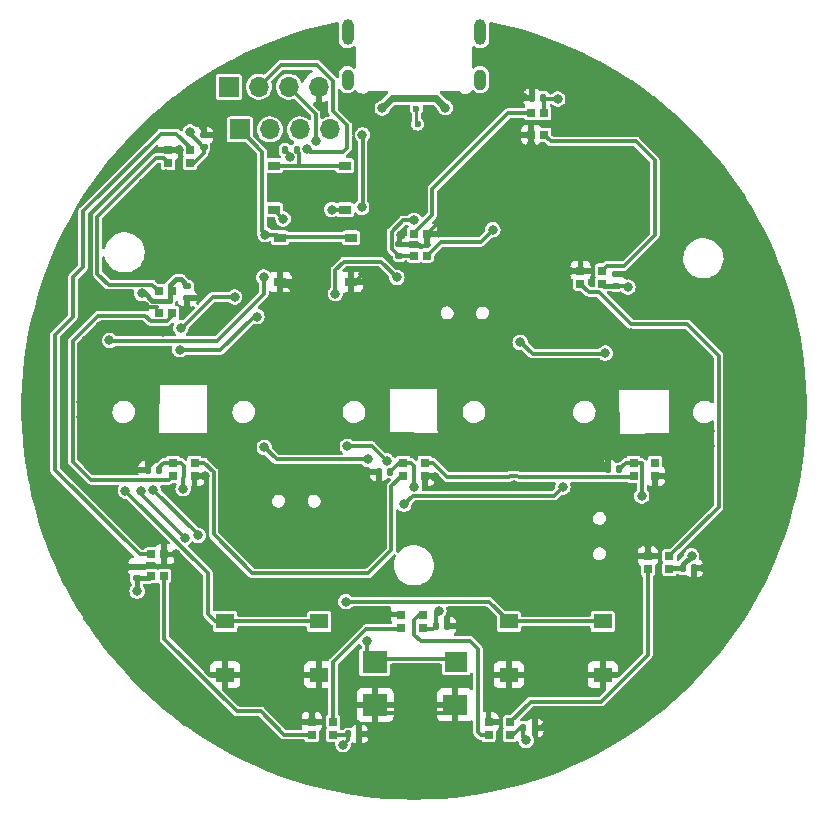
<source format=gbr>
%TF.GenerationSoftware,KiCad,Pcbnew,(7.0.0-0)*%
%TF.CreationDate,2023-03-26T23:48:35-05:00*%
%TF.ProjectId,RP2040_minimal,52503230-3430-45f6-9d69-6e696d616c2e,REV1*%
%TF.SameCoordinates,Original*%
%TF.FileFunction,Copper,L4,Bot*%
%TF.FilePolarity,Positive*%
%FSLAX46Y46*%
G04 Gerber Fmt 4.6, Leading zero omitted, Abs format (unit mm)*
G04 Created by KiCad (PCBNEW (7.0.0-0)) date 2023-03-26 23:48:35*
%MOMM*%
%LPD*%
G01*
G04 APERTURE LIST*
G04 Aperture macros list*
%AMRoundRect*
0 Rectangle with rounded corners*
0 $1 Rounding radius*
0 $2 $3 $4 $5 $6 $7 $8 $9 X,Y pos of 4 corners*
0 Add a 4 corners polygon primitive as box body*
4,1,4,$2,$3,$4,$5,$6,$7,$8,$9,$2,$3,0*
0 Add four circle primitives for the rounded corners*
1,1,$1+$1,$2,$3*
1,1,$1+$1,$4,$5*
1,1,$1+$1,$6,$7*
1,1,$1+$1,$8,$9*
0 Add four rect primitives between the rounded corners*
20,1,$1+$1,$2,$3,$4,$5,0*
20,1,$1+$1,$4,$5,$6,$7,0*
20,1,$1+$1,$6,$7,$8,$9,0*
20,1,$1+$1,$8,$9,$2,$3,0*%
G04 Aperture macros list end*
%TA.AperFunction,ComponentPad*%
%ADD10O,1.000000X1.800000*%
%TD*%
%TA.AperFunction,ComponentPad*%
%ADD11O,1.000000X2.200000*%
%TD*%
%TA.AperFunction,ComponentPad*%
%ADD12R,1.700000X1.700000*%
%TD*%
%TA.AperFunction,ComponentPad*%
%ADD13O,1.700000X1.700000*%
%TD*%
%TA.AperFunction,SMDPad,CuDef*%
%ADD14RoundRect,0.140000X0.170000X-0.140000X0.170000X0.140000X-0.170000X0.140000X-0.170000X-0.140000X0*%
%TD*%
%TA.AperFunction,SMDPad,CuDef*%
%ADD15R,0.700000X0.700000*%
%TD*%
%TA.AperFunction,SMDPad,CuDef*%
%ADD16RoundRect,0.140000X0.140000X0.170000X-0.140000X0.170000X-0.140000X-0.170000X0.140000X-0.170000X0*%
%TD*%
%TA.AperFunction,SMDPad,CuDef*%
%ADD17R,1.550000X1.300000*%
%TD*%
%TA.AperFunction,SMDPad,CuDef*%
%ADD18RoundRect,0.140000X-0.140000X-0.170000X0.140000X-0.170000X0.140000X0.170000X-0.140000X0.170000X0*%
%TD*%
%TA.AperFunction,SMDPad,CuDef*%
%ADD19RoundRect,0.140000X-0.170000X0.140000X-0.170000X-0.140000X0.170000X-0.140000X0.170000X0.140000X0*%
%TD*%
%TA.AperFunction,SMDPad,CuDef*%
%ADD20R,1.000000X0.750000*%
%TD*%
%TA.AperFunction,SMDPad,CuDef*%
%ADD21RoundRect,0.135000X0.135000X0.185000X-0.135000X0.185000X-0.135000X-0.185000X0.135000X-0.185000X0*%
%TD*%
%TA.AperFunction,SMDPad,CuDef*%
%ADD22R,1.940000X1.740000*%
%TD*%
%TA.AperFunction,SMDPad,CuDef*%
%ADD23R,2.120000X1.840000*%
%TD*%
%TA.AperFunction,SMDPad,CuDef*%
%ADD24R,2.050000X1.810000*%
%TD*%
%TA.AperFunction,SMDPad,CuDef*%
%ADD25R,2.120000X1.860000*%
%TD*%
%TA.AperFunction,ViaPad*%
%ADD26C,0.800000*%
%TD*%
%TA.AperFunction,ViaPad*%
%ADD27C,0.600000*%
%TD*%
%TA.AperFunction,Conductor*%
%ADD28C,0.300000*%
%TD*%
%TA.AperFunction,Conductor*%
%ADD29C,0.600000*%
%TD*%
%TA.AperFunction,Conductor*%
%ADD30C,0.400000*%
%TD*%
%TA.AperFunction,Conductor*%
%ADD31C,0.150000*%
%TD*%
%TA.AperFunction,Conductor*%
%ADD32C,0.250000*%
%TD*%
G04 APERTURE END LIST*
D10*
%TO.P,P1,S1,SHIELD*%
%TO.N,unconnected-(P1-SHIELD-PadS1)*%
X5619999Y28119999D03*
D11*
X5619999Y32119999D03*
D10*
X-5619999Y28119999D03*
D11*
X-5619999Y32119999D03*
%TD*%
D12*
%TO.P,J2,1,Pin_1*%
%TO.N,VDD*%
X-15679999Y27524999D03*
D13*
%TO.P,J2,2,Pin_2*%
%TO.N,USART1_RX*%
X-13139999Y27524999D03*
%TO.P,J2,3,Pin_3*%
%TO.N,USART1_TX*%
X-10599999Y27524999D03*
%TO.P,J2,4,Pin_4*%
%TO.N,GND*%
X-8059999Y27524999D03*
%TD*%
D12*
%TO.P,J1,1,Pin_1*%
%TO.N,NRST*%
X-14739999Y23909999D03*
D13*
%TO.P,J1,2,Pin_2*%
%TO.N,SWDIO*%
X-12199999Y23909999D03*
%TO.P,J1,3,Pin_3*%
%TO.N,SWCLK*%
X-9659999Y23909999D03*
%TO.P,J1,4,Pin_4*%
%TO.N,SWO*%
X-7119999Y23909999D03*
%TD*%
D14*
%TO.P,C28,1*%
%TO.N,+5V*%
X-17810000Y22460000D03*
%TO.P,C28,2*%
%TO.N,GND*%
X-17810000Y23420000D03*
%TD*%
D15*
%TO.P,D14,1,DOUT*%
%TO.N,unconnected-(D14-DOUT-Pad1)*%
X20414999Y-4299999D03*
%TO.P,D14,2,GND*%
%TO.N,GND*%
X20414999Y-5399999D03*
%TO.P,D14,3,DIN*%
%TO.N,Net-(D13-DOUT)*%
X18584999Y-5399999D03*
%TO.P,D14,4,VDD*%
%TO.N,+5V*%
X18584999Y-4299999D03*
%TD*%
D16*
%TO.P,C32,1*%
%TO.N,+5V*%
X17360000Y-4870000D03*
%TO.P,C32,2*%
%TO.N,GND*%
X16400000Y-4870000D03*
%TD*%
D17*
%TO.P,SW7,1,1*%
%TO.N,BUTT2*%
X15974999Y-17749999D03*
X8024999Y-17749999D03*
%TO.P,SW7,2,2*%
%TO.N,GND*%
X15974999Y-22249999D03*
X8024999Y-22249999D03*
%TD*%
D18*
%TO.P,C25,1*%
%TO.N,+5V*%
X1862000Y-18110000D03*
%TO.P,C25,2*%
%TO.N,GND*%
X2822000Y-18110000D03*
%TD*%
D14*
%TO.P,C27,1*%
%TO.N,+5V*%
X-23460000Y-14100000D03*
%TO.P,C27,2*%
%TO.N,GND*%
X-23460000Y-13140000D03*
%TD*%
D19*
%TO.P,C29,1*%
%TO.N,+5V*%
X-19190000Y10620000D03*
%TO.P,C29,2*%
%TO.N,GND*%
X-19190000Y9660000D03*
%TD*%
D17*
%TO.P,SW6,1,1*%
%TO.N,BUTT0*%
X-8024999Y-17749999D03*
X-15974999Y-17749999D03*
%TO.P,SW6,2,2*%
%TO.N,GND*%
X-8024999Y-22249999D03*
X-15974999Y-22249999D03*
%TD*%
D20*
%TO.P,SW5,1,1*%
%TO.N,NRST*%
X-5339999Y14734999D03*
X-11339999Y14734999D03*
%TO.P,SW5,2,2*%
%TO.N,GND*%
X-5339999Y10984999D03*
X-11339999Y10984999D03*
%TD*%
D15*
%TO.P,D3,1,DOUT*%
%TO.N,Net-(D3-DOUT)*%
X11029999Y23464999D03*
%TO.P,D3,2,GND*%
%TO.N,GND*%
X9929999Y23464999D03*
%TO.P,D3,3,DIN*%
%TO.N,Net-(D2-DOUT)*%
X9929999Y25294999D03*
%TO.P,D3,4,VDD*%
%TO.N,+5V*%
X11029999Y25294999D03*
%TD*%
D14*
%TO.P,C20,1*%
%TO.N,+5V*%
X-1230000Y13210000D03*
%TO.P,C20,2*%
%TO.N,GND*%
X-1230000Y14170000D03*
%TD*%
D16*
%TO.P,C31,1*%
%TO.N,+5V*%
X-2030000Y-5060000D03*
%TO.P,C31,2*%
%TO.N,GND*%
X-2990000Y-5060000D03*
%TD*%
%TO.P,C21,1*%
%TO.N,+5V*%
X10960000Y26610000D03*
%TO.P,C21,2*%
%TO.N,GND*%
X10000000Y26610000D03*
%TD*%
D20*
%TO.P,SW3,1,1*%
%TO.N,Net-(R3-Pad1)*%
X-5849999Y20854999D03*
X-11849999Y20854999D03*
%TO.P,SW3,2,2*%
%TO.N,VDD*%
X-5849999Y17104999D03*
X-11849999Y17104999D03*
%TD*%
D15*
%TO.P,D13,1,DOUT*%
%TO.N,Net-(D13-DOUT)*%
X914999Y-4299999D03*
%TO.P,D13,2,GND*%
%TO.N,GND*%
X914999Y-5399999D03*
%TO.P,D13,3,DIN*%
%TO.N,Net-(D12-DOUT)*%
X-914999Y-5399999D03*
%TO.P,D13,4,VDD*%
%TO.N,+5V*%
X-914999Y-4299999D03*
%TD*%
%TO.P,D8,1,DOUT*%
%TO.N,Net-(D8-DOUT)*%
X-8669999Y-27339999D03*
%TO.P,D8,2,GND*%
%TO.N,GND*%
X-8669999Y-26239999D03*
%TO.P,D8,3,DIN*%
%TO.N,Net-(D7-DOUT)*%
X-6839999Y-26239999D03*
%TO.P,D8,4,VDD*%
%TO.N,+5V*%
X-6839999Y-27339999D03*
%TD*%
%TO.P,D9,1,DOUT*%
%TO.N,Net-(D10-DIN)*%
X-22239999Y-12074999D03*
%TO.P,D9,2,GND*%
%TO.N,GND*%
X-21139999Y-12074999D03*
%TO.P,D9,3,DIN*%
%TO.N,Net-(D8-DOUT)*%
X-21139999Y-13904999D03*
%TO.P,D9,4,VDD*%
%TO.N,+5V*%
X-22239999Y-13904999D03*
%TD*%
D14*
%TO.P,C22,1*%
%TO.N,+5V*%
X17100000Y10680000D03*
%TO.P,C22,2*%
%TO.N,GND*%
X17100000Y11640000D03*
%TD*%
D15*
%TO.P,D11,1,DOUT*%
%TO.N,Net-(D11-DOUT)*%
X-20509999Y8389999D03*
%TO.P,D11,2,GND*%
%TO.N,GND*%
X-21609999Y8389999D03*
%TO.P,D11,3,DIN*%
%TO.N,Net-(D10-DOUT)*%
X-21609999Y10219999D03*
%TO.P,D11,4,VDD*%
%TO.N,+5V*%
X-20509999Y10219999D03*
%TD*%
D21*
%TO.P,R3,1*%
%TO.N,Net-(R3-Pad1)*%
X-9910000Y22190000D03*
%TO.P,R3,2*%
%TO.N,BOOT0*%
X-10930000Y22190000D03*
%TD*%
D15*
%TO.P,D4,1,DOUT*%
%TO.N,Net-(D4-DOUT)*%
X14094999Y10859999D03*
%TO.P,D4,2,GND*%
%TO.N,GND*%
X14094999Y11959999D03*
%TO.P,D4,3,DIN*%
%TO.N,Net-(D3-DOUT)*%
X15924999Y11959999D03*
%TO.P,D4,4,VDD*%
%TO.N,+5V*%
X15924999Y10859999D03*
%TD*%
%TO.P,D12,1,DOUT*%
%TO.N,Net-(D12-DOUT)*%
X-18584999Y-4299999D03*
%TO.P,D12,2,GND*%
%TO.N,GND*%
X-18584999Y-5399999D03*
%TO.P,D12,3,DIN*%
%TO.N,Net-(D11-DOUT)*%
X-20414999Y-5399999D03*
%TO.P,D12,4,VDD*%
%TO.N,+5V*%
X-20414999Y-4299999D03*
%TD*%
%TO.P,D7,1,DOUT*%
%TO.N,Net-(D7-DOUT)*%
X-1104999Y-18259999D03*
%TO.P,D7,2,GND*%
%TO.N,GND*%
X-1104999Y-17159999D03*
%TO.P,D7,3,DIN*%
%TO.N,Net-(D6-DOUT)*%
X724999Y-17159999D03*
%TO.P,D7,4,VDD*%
%TO.N,+5V*%
X724999Y-18259999D03*
%TD*%
D22*
%TO.P,SW8,1,1*%
%TO.N,BUTT1*%
X3569999Y-21179999D03*
D23*
X-3339999Y-21219999D03*
D24*
%TO.P,SW8,2,2*%
%TO.N,GND*%
X3479999Y-24809999D03*
D25*
X-3289999Y-24799999D03*
%TD*%
D16*
%TO.P,C30,1*%
%TO.N,+5V*%
X-21600000Y-4900000D03*
%TO.P,C30,2*%
%TO.N,GND*%
X-22560000Y-4900000D03*
%TD*%
D15*
%TO.P,D2,1,DOUT*%
%TO.N,Net-(D2-DOUT)*%
X24999Y15064999D03*
%TO.P,D2,2,GND*%
%TO.N,GND*%
X1124999Y15064999D03*
%TO.P,D2,3,DIN*%
%TO.N,Net-(D2-DIN)*%
X1124999Y13234999D03*
%TO.P,D2,4,VDD*%
%TO.N,+5V*%
X24999Y13234999D03*
%TD*%
%TO.P,D10,1,DOUT*%
%TO.N,Net-(D10-DOUT)*%
X-20794999Y21089999D03*
%TO.P,D10,2,GND*%
%TO.N,GND*%
X-20794999Y22189999D03*
%TO.P,D10,3,DIN*%
%TO.N,Net-(D10-DIN)*%
X-18964999Y22189999D03*
%TO.P,D10,4,VDD*%
%TO.N,+5V*%
X-18964999Y21089999D03*
%TD*%
%TO.P,D6,1,DOUT*%
%TO.N,Net-(D6-DOUT)*%
X6310000Y-27364998D03*
%TO.P,D6,2,GND*%
%TO.N,GND*%
X6310000Y-26264998D03*
%TO.P,D6,3,DIN*%
%TO.N,Net-(D5-DOUT)*%
X8140000Y-26264998D03*
%TO.P,D6,4,VDD*%
%TO.N,+5V*%
X8140000Y-27364998D03*
%TD*%
D18*
%TO.P,C24,1*%
%TO.N,+5V*%
X9267001Y-26762999D03*
%TO.P,C24,2*%
%TO.N,GND*%
X10227001Y-26762999D03*
%TD*%
D15*
%TO.P,D5,1,DOUT*%
%TO.N,Net-(D5-DOUT)*%
X19794999Y-13319999D03*
%TO.P,D5,2,GND*%
%TO.N,GND*%
X19794999Y-12219999D03*
%TO.P,D5,3,DIN*%
%TO.N,Net-(D4-DOUT)*%
X21624999Y-12219999D03*
%TO.P,D5,4,VDD*%
%TO.N,+5V*%
X21624999Y-13319999D03*
%TD*%
D18*
%TO.P,C26,1*%
%TO.N,+5V*%
X-5590000Y-27310000D03*
%TO.P,C26,2*%
%TO.N,GND*%
X-4630000Y-27310000D03*
%TD*%
%TO.P,C23,1*%
%TO.N,+5V*%
X22770000Y-13250000D03*
%TO.P,C23,2*%
%TO.N,GND*%
X23730000Y-13250000D03*
%TD*%
D26*
%TO.N,GND*%
X7636762Y15707155D03*
X8210000Y-2330000D03*
X-21580000Y-2510000D03*
X24300000Y4850000D03*
X-27730000Y6100000D03*
X24594000Y-13234000D03*
X-24400000Y-13120000D03*
X-16040000Y13390000D03*
X-4340000Y4971041D03*
X6120000Y-2350000D03*
X25030000Y-1610000D03*
X-28110000Y3410000D03*
X13105000Y11950000D03*
X25030000Y-2860000D03*
X15490000Y8830000D03*
X-11470000Y4950000D03*
X4300000Y-4460000D03*
X-5740000Y1920000D03*
X-15440000Y4370000D03*
X-22070000Y-4030000D03*
X17310000Y7310000D03*
X15965000Y25600000D03*
X16810000Y-20000D03*
X21060000Y3710000D03*
X-6528000Y-8458000D03*
X-4120000Y25800000D03*
X-21768000Y18974000D03*
X9780000Y-2490000D03*
X11470000Y-2490000D03*
X-4880000Y-11120000D03*
X14400000Y6820000D03*
X21480000Y-5480000D03*
X5410000Y12370000D03*
X-20370000Y12250000D03*
X-18100000Y18825000D03*
X-21760000Y12300000D03*
X-17840000Y24240000D03*
X-2210000Y-17094000D03*
X-12009550Y22320349D03*
X8442500Y-6170000D03*
X23640000Y2370000D03*
X8662500Y-13920000D03*
X-14148000Y-6426000D03*
X3812000Y-18110000D03*
X17090000Y-2510000D03*
X-10660000Y6710000D03*
X584000Y12116000D03*
X-130000Y4950000D03*
X-15310000Y3100000D03*
X584000Y11100000D03*
X-7810000Y840000D03*
X13020000Y-2490000D03*
X2350000Y-2132250D03*
X-80000Y6100000D03*
X-3960000Y-5060000D03*
X-13840000Y1530000D03*
X-15950000Y-6930000D03*
X-26610000Y7230000D03*
X-10650000Y2980000D03*
X-10320000Y10630000D03*
X-21865000Y14980000D03*
X-23546000Y18720000D03*
X470000Y8390000D03*
X13290000Y9870000D03*
X-4530000Y1970000D03*
X-1830000Y19950000D03*
X24930000Y-4180000D03*
X-28090000Y-1860000D03*
X-4010000Y3570000D03*
X910000Y-2370000D03*
X-16660000Y16949500D03*
X-21930000Y16190000D03*
X11870000Y-4460000D03*
X14620433Y24129487D03*
X-17100000Y-3750000D03*
X-14140000Y4710000D03*
X-16820000Y-2780000D03*
X-15164000Y-10744000D03*
X-15930000Y-8240000D03*
X9878813Y14152813D03*
X7080000Y-4580000D03*
X-22911353Y19355354D03*
X-19914502Y22170023D03*
X17995000Y11620000D03*
X5664000Y11100000D03*
X-17700000Y17195000D03*
X-12080000Y-22270000D03*
X-11290000Y-10360000D03*
X18270000Y-2450000D03*
X12482500Y-11850000D03*
X14770000Y-4520000D03*
X19450000Y16280000D03*
X-3350000Y1910000D03*
X-28160000Y-470000D03*
X-10700000Y5660000D03*
X22380000Y3670000D03*
X24940000Y3740000D03*
X-27940000Y-3120000D03*
X-3190000Y-11020000D03*
X-28160000Y870000D03*
X-1110000Y14970000D03*
X-4750000Y-9474000D03*
X-17680000Y14420000D03*
X3020000Y2450000D03*
X-23700000Y-4930000D03*
X21160000Y6610000D03*
X10670000Y1610000D03*
X-15940000Y-9470000D03*
X4489898Y26525534D03*
X7880000Y2620000D03*
X-4520741Y26532318D03*
X10998000Y10084000D03*
X14520000Y-2470000D03*
X3124000Y11100000D03*
X-13750000Y-12200000D03*
X-260000Y-2380000D03*
X-6528000Y-6426000D03*
X5380000Y15420000D03*
X1710450Y12333669D03*
X7950000Y12116000D03*
X1780000Y-5540000D03*
X-16170000Y20390000D03*
X-2040000Y-2370000D03*
X-23380000Y-1210000D03*
X-14890000Y-2050000D03*
X820000Y3710000D03*
X22310000Y-2200000D03*
X8820000Y15810000D03*
X-13390000Y6810000D03*
X-12670000Y-12610000D03*
X5132500Y-13930000D03*
X10580000Y-4480000D03*
X-16550000Y2100000D03*
X-22690000Y6920000D03*
X-24308000Y17958000D03*
X-8665000Y-25270000D03*
X-2920000Y-6230000D03*
X-130000Y-25396000D03*
X22682000Y-4902000D03*
X14490000Y9370000D03*
X5580000Y-4540000D03*
X16500000Y17590000D03*
X-18690000Y-2640000D03*
X1985023Y24275023D03*
X-4320000Y11640000D03*
X-2740000Y24140000D03*
X-12700000Y4880000D03*
X-28100000Y4830000D03*
X-40000Y7490000D03*
X3910000Y3850000D03*
X4140000Y12370000D03*
X-3050000Y-9930000D03*
X-16270000Y-4360000D03*
X6426000Y-24968000D03*
X-21990000Y4100000D03*
X6680000Y12370000D03*
X-25760000Y-4930000D03*
X-6970000Y4490000D03*
X2240000Y16220000D03*
X5780000Y4120000D03*
X18350000Y6640000D03*
X9257500Y26630000D03*
X-2433957Y9606043D03*
X-2410000Y3650000D03*
X-20340000Y4170000D03*
X-17050000Y4400000D03*
X-7770000Y-12700000D03*
X-6900000Y5710000D03*
X-25324000Y16942000D03*
X4760000Y-2390000D03*
X12522000Y8560000D03*
X-17150000Y13360000D03*
X-20150000Y-2600000D03*
X-17720000Y-5390000D03*
X-23500000Y1590000D03*
X23820000Y-2350000D03*
X-27710000Y-4280000D03*
X7062500Y-7900000D03*
X-23510000Y2710000D03*
X-3734000Y-12014000D03*
X19810000Y-11178000D03*
X19600000Y6610000D03*
X9320000Y1640000D03*
X-21930000Y17450000D03*
X3800000Y25970000D03*
X17430000Y3730000D03*
X-28140000Y2140000D03*
X-23400000Y-2420000D03*
X22580000Y6530000D03*
X-25350000Y7380000D03*
X13560000Y7660000D03*
X9230000Y11330000D03*
X2870000Y12370000D03*
X-9140000Y-12740000D03*
X-21280000Y6759500D03*
X15780000Y-4320000D03*
X16370000Y7980000D03*
X-20130000Y-12060000D03*
X-11500000Y-2000000D03*
X2940000Y-4420000D03*
X12850000Y5980000D03*
X584000Y9830000D03*
X-24106981Y7019500D03*
X-12940000Y-1990000D03*
X-21870000Y13750000D03*
X9930000Y22575000D03*
X-3910000Y6741041D03*
X-15970000Y-5670000D03*
X-19850000Y20340000D03*
X7180000Y3630000D03*
X-720000Y3730000D03*
X-3730000Y-27240000D03*
X23480000Y3670000D03*
X-12980000Y2440000D03*
X-6320000Y-12800000D03*
X24940000Y2670000D03*
X23540000Y5610000D03*
X-22925000Y11550000D03*
X-4830000Y-12750000D03*
X-15890000Y-310000D03*
X-11590000Y-12690000D03*
X-19190000Y8690000D03*
X-3080000Y-7320000D03*
X-6770000Y1890000D03*
X-22790000Y8919500D03*
X16010000Y-2510000D03*
X-3110000Y-8540000D03*
X19220000Y3770000D03*
X19450000Y17390000D03*
X4570000Y23140000D03*
X11105001Y-26694999D03*
X-22220000Y30000D03*
X-18540000Y4250000D03*
X-21080000Y13220000D03*
X-21950000Y20300000D03*
X-7950000Y2470000D03*
X24980000Y1590000D03*
X-19080000Y12320000D03*
X23800000Y-4660000D03*
X-23500000Y3940000D03*
X-12000000Y2910000D03*
X-13750000Y-10720000D03*
X11910000Y-22240000D03*
X-13640000Y-9220000D03*
X14320000Y1730000D03*
X-4750000Y-7188000D03*
X15990000Y3750000D03*
X12380000Y1640000D03*
X-5520000Y3590000D03*
X-10440000Y-12690000D03*
X-21006000Y20140498D03*
X-25832000Y15926000D03*
X16450000Y16420000D03*
X-6970000Y6910000D03*
%TO.N,VBUS*%
X2650000Y25750000D03*
X-2690000Y25720000D03*
%TO.N,BUTT0*%
X-24438957Y-6688957D03*
X-25790000Y6050000D03*
X-12720000Y11410000D03*
%TO.N,+5V*%
X18100000Y10570000D03*
X10000Y-6340000D03*
X-18960000Y23690000D03*
X-19550000Y-6500000D03*
X9500000Y-27810000D03*
X10353Y16219646D03*
X23500000Y-12180000D03*
X-23440000Y-15190000D03*
X-6010000Y-28170000D03*
X-23060000Y10020000D03*
X12170000Y26490000D03*
X2108000Y-16827500D03*
X19280000Y-7120000D03*
D27*
%TO.N,USB_D+*%
X210000Y25640000D03*
X303779Y24365500D03*
D26*
%TO.N,BOOT0*%
X-10500000Y21600000D03*
%TO.N,BUTT1*%
X-15190000Y9720000D03*
X-23090000Y-6720000D03*
X-3975000Y-19380000D03*
X-19730000Y7120000D03*
X-19404692Y-10664692D03*
%TO.N,BUTT2*%
X-19830000Y5260500D03*
X-5766000Y-16078000D03*
X-18280000Y-10450000D03*
X-13310000Y8070000D03*
X-22070000Y-6600000D03*
%TO.N,NRST*%
X-12610000Y15010000D03*
%TO.N,BOOT1*%
X-1460000Y11380000D03*
X-6659851Y10007294D03*
%TO.N,Net-(D2-DIN)*%
X6680000Y15418000D03*
%TO.N,VDD*%
X-11087500Y16342500D03*
X-6950000Y17130000D03*
%TO.N,SWDIO*%
X-4370000Y23450000D03*
X-4430000Y17310000D03*
%TO.N,USART1_RX*%
X-9068380Y22282525D03*
%TO.N,USART1_TX*%
X-8307499Y22930649D03*
%TO.N,V_test*%
X12600000Y-6360000D03*
X-5650000Y-2910000D03*
X8990000Y5880000D03*
X16200000Y4970000D03*
X-850000Y-7820000D03*
X-2320000Y-4140000D03*
%TO.N,+4V4*%
X-12680000Y-3010000D03*
X-3890000Y-4030000D03*
%TD*%
D28*
%TO.N,GND*%
X-17790000Y-5400000D02*
X-17800000Y-5400000D01*
X-21140000Y-12075000D02*
X-20130000Y-12060000D01*
X-2210000Y-17094000D02*
X-1299000Y-17094000D01*
X-22790000Y8919500D02*
X-22740500Y8870000D01*
X-20775023Y22170023D02*
X-20795000Y22190000D01*
X-12100000Y-22250000D02*
X-15975000Y-22250000D01*
X-17840000Y24240000D02*
X-17750000Y24240000D01*
X13105000Y11910000D02*
X13135000Y11940000D01*
X17064000Y11671000D02*
X17804000Y11671000D01*
X-8025000Y-22250000D02*
X-12060000Y-22250000D01*
X-1299000Y-17094000D02*
X-1093000Y-17300000D01*
X10227001Y-26762999D02*
X10957001Y-26762999D01*
X9930000Y22575000D02*
X9930000Y23465000D01*
X2822000Y-18140000D02*
X3782000Y-18140000D01*
X21280000Y-5400000D02*
X21480000Y-5480000D01*
X15940000Y-4410000D02*
X15780000Y-4320000D01*
X17804000Y11671000D02*
X17995000Y11620000D01*
X11105001Y-26614999D02*
X10985001Y-26734999D01*
X-130000Y-25396000D02*
X-210000Y-25476000D01*
X20415000Y-5400000D02*
X21280000Y-5400000D01*
X11910000Y-22240000D02*
X11920000Y-22250000D01*
X1780000Y-5540000D02*
X1780000Y-5580000D01*
X-1230000Y14170000D02*
X-1230000Y14840000D01*
X19795000Y-11363000D02*
X19810000Y-11178000D01*
X3975000Y-25476000D02*
X-50000Y-25476000D01*
X-19914502Y22170023D02*
X-20775023Y22170023D01*
X11900000Y-22250000D02*
X11910000Y-22240000D01*
X15780000Y-4320000D02*
X15820000Y-4410000D01*
X-24320000Y-13140000D02*
X-24340000Y-13120000D01*
X11025001Y-26694999D02*
X11105001Y-26694999D01*
X-4580000Y-27300000D02*
X-3920000Y-27300000D01*
X-17810000Y-5400000D02*
X-17720000Y-5390000D01*
X3782000Y-18140000D02*
X3812000Y-18110000D01*
X-1230000Y14840000D02*
X-1090000Y14980000D01*
X-5340000Y10985000D02*
X-4975000Y10985000D01*
X-23460000Y-13140000D02*
X-24320000Y-13140000D01*
X2040000Y15980000D02*
X2240000Y16220000D01*
X-4975000Y10985000D02*
X-4320000Y11640000D01*
X-24340000Y-13120000D02*
X-24400000Y-13120000D01*
X6310001Y-26264999D02*
X6310001Y-25083999D01*
X-22070000Y-4335000D02*
X-22615000Y-4880000D01*
X-17810000Y23420000D02*
X-17810000Y24180000D01*
X-22740500Y8870000D02*
X-21730000Y8870000D01*
X6310001Y-25083999D02*
X6426000Y-24968000D01*
X-22070000Y-4030000D02*
X-22070000Y-4335000D01*
X1600000Y-5400000D02*
X1740000Y-5540000D01*
X8025000Y-22250000D02*
X11900000Y-22250000D01*
X-12060000Y-22250000D02*
X-12080000Y-22270000D01*
X1740000Y-5540000D02*
X1780000Y-5540000D01*
X-17720000Y-5390000D02*
X-17790000Y-5400000D01*
X13105000Y11950000D02*
X13105000Y11910000D01*
X-17810000Y24180000D02*
X-17840000Y24150000D01*
X-24400000Y-13120000D02*
X-24400000Y-13060000D01*
X-10985000Y10630000D02*
X-10320000Y10630000D01*
X-50000Y-25476000D02*
X-130000Y-25396000D01*
X10957001Y-26762999D02*
X11025001Y-26694999D01*
X16400000Y-4870000D02*
X15940000Y-4410000D01*
X23730000Y-13250000D02*
X24548000Y-13250000D01*
X14095000Y11960000D02*
X13155000Y11960000D01*
X24548000Y-13250000D02*
X24564000Y-13234000D01*
X-8670000Y-26240000D02*
X-8670000Y-25365000D01*
X915000Y-5400000D02*
X1600000Y-5400000D01*
X-17840000Y24150000D02*
X-17840000Y24240000D01*
X9257500Y26630000D02*
X9842500Y26630000D01*
X11920000Y-22250000D02*
X15975000Y-22250000D01*
X19795000Y-12220000D02*
X19795000Y-11363000D01*
X-11340000Y10985000D02*
X-10985000Y10630000D01*
X-12080000Y-22270000D02*
X-12100000Y-22250000D01*
X11105001Y-26694999D02*
X11105001Y-26614999D01*
X17995000Y11620000D02*
X17825000Y11650000D01*
X2240000Y16220000D02*
X2040000Y16050000D01*
X1125000Y15065000D02*
X2040000Y15980000D01*
X-17750000Y24240000D02*
X-17760000Y24230000D01*
X-210000Y-25476000D02*
X-3975000Y-25476000D01*
X1780000Y-5580000D02*
X1730000Y-5530000D01*
X13145000Y11950000D02*
X13105000Y11950000D01*
X-18585000Y-5400000D02*
X-17810000Y-5400000D01*
X13155000Y11960000D02*
X13145000Y11950000D01*
X-24400000Y-13060000D02*
X-24350000Y-13110000D01*
X-3960000Y-5060000D02*
X-2990000Y-5060000D01*
X21480000Y-5480000D02*
X21320000Y-5440000D01*
X-19190000Y9660000D02*
X-19190000Y8690000D01*
D29*
%TO.N,VBUS*%
X-2585000Y25815000D02*
X-1863000Y26537000D01*
X-1868000Y26547000D02*
X1853000Y26547000D01*
D30*
X2650000Y25750000D02*
X2695000Y25885000D01*
X2695000Y25925000D02*
X2650000Y25750000D01*
D29*
X1853000Y26547000D02*
X2650000Y25750000D01*
D30*
X2695000Y25885000D02*
X2735000Y25885000D01*
X2735000Y25885000D02*
X2695000Y25925000D01*
D28*
%TO.N,BUTT0*%
X-25750000Y6010000D02*
X-16680000Y6010000D01*
X-12720000Y9970000D02*
X-12720000Y11410000D01*
X-17450000Y-17120000D02*
X-16820000Y-17750000D01*
X-16680000Y6010000D02*
X-12720000Y9970000D01*
X-24438957Y-6690382D02*
X-17450000Y-13679339D01*
X-17450000Y-13679339D02*
X-17450000Y-17120000D01*
X-16820000Y-17750000D02*
X-15975000Y-17750000D01*
X-25790000Y6050000D02*
X-25750000Y6010000D01*
X-24438957Y-6688957D02*
X-24438957Y-6690382D01*
X-15975000Y-17750000D02*
X-8025000Y-17750000D01*
%TO.N,Net-(D6-DOUT)*%
X5410000Y-20060000D02*
X4730000Y-19380000D01*
X5410000Y-27114998D02*
X5410000Y-20060000D01*
X37000Y-17602000D02*
X587000Y-17052000D01*
X5660001Y-27364999D02*
X5410000Y-27114998D01*
X4730000Y-19380000D02*
X565000Y-19380000D01*
X37000Y-18852000D02*
X37000Y-17602000D01*
X565000Y-19380000D02*
X37000Y-18852000D01*
X6310001Y-27364999D02*
X5660001Y-27364999D01*
X587000Y-17052000D02*
X737000Y-17052000D01*
%TO.N,+5V*%
X15925000Y10860000D02*
X16169000Y10616000D01*
X18030000Y10570000D02*
X18100000Y10570000D01*
X18100000Y10570000D02*
X18100000Y10500000D01*
X-5620000Y-27340000D02*
X-5590000Y-27310000D01*
X17135000Y10650000D02*
X17950000Y10650000D01*
X-21150000Y-4300000D02*
X-21640000Y-4790000D01*
X19235000Y-4300000D02*
X18585000Y-4300000D01*
X18585000Y-4300000D02*
X17930000Y-4300000D01*
D30*
X-23460000Y-14100000D02*
X-23460000Y-15060000D01*
D28*
X-265000Y-4300000D02*
X-10000Y-4555000D01*
X9267001Y-27557001D02*
X9500000Y-27790000D01*
X9267001Y-26762999D02*
X8977001Y-26762999D01*
D30*
X-22435000Y-14100000D02*
X-22240000Y-13905000D01*
D28*
X-1890000Y15260000D02*
X-930354Y16219646D01*
D30*
X-23330000Y-15190000D02*
X-23420000Y-15100000D01*
D28*
X19280000Y-7120000D02*
X19285000Y-7115000D01*
X-6840000Y-27340000D02*
X-5620000Y-27340000D01*
X-19082965Y23690000D02*
X-19012965Y23620000D01*
X1862000Y-18110000D02*
X1572000Y-18400000D01*
D30*
X22770000Y-12910000D02*
X23500000Y-12180000D01*
D28*
X9500000Y-27810000D02*
X9520000Y-27810000D01*
X17930000Y-4300000D02*
X17360000Y-4870000D01*
X-18965000Y21090000D02*
X-18665000Y21090000D01*
X1862000Y-18110000D02*
X1862000Y-17073500D01*
X-17810000Y22460000D02*
X-17852965Y22460000D01*
X-915000Y-4300000D02*
X-1270000Y-4300000D01*
X-18960000Y23690000D02*
X-19082965Y23690000D01*
D30*
X-23460000Y-14100000D02*
X-22435000Y-14100000D01*
D28*
X-19490000Y-4575000D02*
X-19550000Y-6500000D01*
D30*
X-19718000Y11212000D02*
X-20118000Y11212000D01*
D28*
X-930354Y16219646D02*
X10353Y16219646D01*
X-17852965Y22460000D02*
X-18960000Y23567035D01*
X9500000Y-27790000D02*
X9500000Y-27810000D01*
D30*
X-20118000Y11212000D02*
X-20630000Y10700000D01*
D28*
X-1205000Y13235000D02*
X-1230000Y13210000D01*
X8977001Y-26762999D02*
X8375001Y-27364999D01*
X-1270000Y-4300000D02*
X-2030000Y-5060000D01*
X-20415000Y-4300000D02*
X-19765000Y-4300000D01*
D30*
X21695000Y-13250000D02*
X21625000Y-13320000D01*
D28*
X9267001Y-26762999D02*
X9267001Y-27557001D01*
X-10000Y-4555000D02*
X10000Y-6340000D01*
D30*
X22770000Y-13250000D02*
X21695000Y-13250000D01*
D28*
X-5590000Y-27750000D02*
X-6010000Y-28170000D01*
X9520000Y-27810000D02*
X9400000Y-27690000D01*
X11030000Y25295000D02*
X11030000Y26540000D01*
X1572000Y-18400000D02*
X737000Y-18400000D01*
D30*
X-20630000Y10700000D02*
X-20630000Y9420000D01*
D28*
X10960000Y26610000D02*
X11120000Y26450000D01*
X-1230000Y13210000D02*
X-1272965Y13210000D01*
D30*
X-19190000Y10684000D02*
X-19718000Y11212000D01*
D28*
X-18665000Y21090000D02*
X-17810000Y21945000D01*
X11120000Y26450000D02*
X12170000Y26490000D01*
X8375001Y-27364999D02*
X8140001Y-27364999D01*
X-915000Y-4300000D02*
X-265000Y-4300000D01*
D30*
X16105000Y10680000D02*
X15925000Y10860000D01*
X17265000Y10680000D02*
X16105000Y10680000D01*
X-19190000Y10620000D02*
X-19190000Y10684000D01*
X-20630000Y9420000D02*
X-22159129Y9420000D01*
D28*
X18100000Y10500000D02*
X17990000Y10610000D01*
X19285000Y-4350000D02*
X19235000Y-4300000D01*
X-19765000Y-4300000D02*
X-19490000Y-4575000D01*
D30*
X-22759129Y10020000D02*
X-23060000Y10020000D01*
D28*
X1862000Y-17073500D02*
X2108000Y-16827500D01*
D30*
X-23440000Y-15190000D02*
X-23330000Y-15190000D01*
D28*
X-17810000Y21945000D02*
X-17810000Y22460000D01*
X-1890000Y13827035D02*
X-1890000Y15260000D01*
X-18960000Y23567035D02*
X-18960000Y23690000D01*
X-5590000Y-27310000D02*
X-5590000Y-27750000D01*
X-1272965Y13210000D02*
X-1890000Y13827035D01*
X-19012965Y23620000D02*
X-19120000Y23620000D01*
D30*
X-22159129Y9420000D02*
X-22759129Y10020000D01*
D28*
X19285000Y-7115000D02*
X19285000Y-4350000D01*
X17950000Y10650000D02*
X18030000Y10570000D01*
X-20415000Y-4300000D02*
X-21150000Y-4300000D01*
D30*
X-23460000Y-15060000D02*
X-23440000Y-15080000D01*
D28*
X25000Y13235000D02*
X-1205000Y13235000D01*
D30*
X-23440000Y-15080000D02*
X-23440000Y-15190000D01*
X22770000Y-13250000D02*
X22770000Y-12910000D01*
D28*
%TO.N,Net-(D3-DOUT)*%
X18790000Y22890000D02*
X20390000Y21290000D01*
X17810000Y12370000D02*
X16335000Y12370000D01*
X11605000Y22890000D02*
X18790000Y22890000D01*
X20390000Y14950000D02*
X17810000Y12370000D01*
X20390000Y21290000D02*
X20390000Y14950000D01*
X11030000Y23465000D02*
X11605000Y22890000D01*
X16335000Y12370000D02*
X15925000Y11960000D01*
%TO.N,Net-(D4-DOUT)*%
X25780000Y-8065000D02*
X21625000Y-12220000D01*
X15640000Y10160000D02*
X18390000Y7410000D01*
X23140000Y7410000D02*
X25780000Y4770000D01*
X25780000Y4770000D02*
X25780000Y-8065000D01*
X18390000Y7410000D02*
X23140000Y7410000D01*
D31*
X13791500Y10546000D02*
X14138000Y10546000D01*
D28*
X14095000Y10860000D02*
X14795000Y10160000D01*
X14795000Y10160000D02*
X15640000Y10160000D01*
D31*
X13791500Y10546000D02*
X13781500Y10556000D01*
D28*
%TO.N,Net-(D5-DOUT)*%
X19795000Y-13320000D02*
X19795000Y-20555000D01*
X15810000Y-24540000D02*
X9865000Y-24540000D01*
X9865000Y-24540000D02*
X8140001Y-26264999D01*
X19795000Y-20555000D02*
X15810000Y-24540000D01*
%TO.N,Net-(D10-DIN)*%
X-20116000Y23546000D02*
X-18965000Y22395000D01*
X-18965000Y22395000D02*
X-18965000Y22190000D01*
X-23231000Y-12075000D02*
X-30404000Y-4902000D01*
X-28880000Y11374893D02*
X-28010000Y12244893D01*
X-30404000Y6528000D02*
X-28880000Y8052000D01*
X-28880000Y8052000D02*
X-28880000Y11374893D01*
X-21450500Y23546000D02*
X-20116000Y23546000D01*
X-30404000Y-4902000D02*
X-30404000Y6528000D01*
X-28010000Y16986500D02*
X-21450500Y23546000D01*
X-28010000Y12244893D02*
X-28010000Y16986500D01*
X-22240000Y-12075000D02*
X-23231000Y-12075000D01*
%TO.N,Net-(D7-DOUT)*%
X-6840000Y-21184339D02*
X-6840000Y-26240000D01*
X-4055661Y-18400000D02*
X-6840000Y-21184339D01*
X-1093000Y-18400000D02*
X-4055661Y-18400000D01*
D32*
%TO.N,USB_D+*%
X210000Y25640000D02*
X210000Y24459279D01*
X210000Y24459279D02*
X303779Y24365500D01*
D28*
%TO.N,BOOT0*%
X-10500000Y21600000D02*
X-10500000Y21760000D01*
X-10500000Y21760000D02*
X-10930000Y22190000D01*
%TO.N,BUTT1*%
X-17060000Y9720000D02*
X-19660000Y7120000D01*
X-3821000Y-20904000D02*
X3821000Y-20904000D01*
X-19730000Y7050000D02*
X-19700000Y7080000D01*
X3821000Y-20904000D02*
X3975000Y-20750000D01*
X-3975000Y-19380000D02*
X-3975000Y-20750000D01*
X-15190000Y9720000D02*
X-17060000Y9720000D01*
X-19404692Y-10664692D02*
X-19415308Y-10664692D01*
X-19660000Y7120000D02*
X-19730000Y7120000D01*
X-23090000Y-6720000D02*
X-23150000Y-6770000D01*
X-19415308Y-10664692D02*
X-23150000Y-6930000D01*
X-23150000Y-6930000D02*
X-23090000Y-6720000D01*
X-19730000Y7120000D02*
X-19730000Y7050000D01*
X-3975000Y-20750000D02*
X-3821000Y-20904000D01*
%TO.N,BUTT2*%
X-13310000Y8070000D02*
X-13560046Y8070000D01*
X-5766000Y-16078000D02*
X6353000Y-16078000D01*
X8025000Y-17750000D02*
X15975000Y-17750000D01*
X-22060000Y-6600000D02*
X-22070000Y-6600000D01*
X-16410046Y5220000D02*
X-20010000Y5220000D01*
X-18280000Y-10380000D02*
X-22060000Y-6600000D01*
X-13560046Y8070000D02*
X-16410046Y5220000D01*
X-18280000Y-10450000D02*
X-18280000Y-10380000D01*
X6353000Y-16078000D02*
X8025000Y-17750000D01*
%TO.N,NRST*%
X-12870000Y22040000D02*
X-14740000Y23910000D01*
X-11340000Y14735000D02*
X-11615000Y15010000D01*
X-12610000Y15010000D02*
X-12870000Y15270000D01*
X-12870000Y15270000D02*
X-12870000Y22040000D01*
X-11615000Y15010000D02*
X-12610000Y15010000D01*
X-11255000Y14820000D02*
X-11340000Y14735000D01*
X-5340000Y14735000D02*
X-5425000Y14820000D01*
X-5425000Y14820000D02*
X-11255000Y14820000D01*
%TO.N,BOOT1*%
X-5950000Y12720000D02*
X-2800000Y12720000D01*
X-2800000Y12720000D02*
X-1460000Y11380000D01*
X-6659851Y12010149D02*
X-5950000Y12720000D01*
X-6659851Y10007294D02*
X-6659851Y12010149D01*
%TO.N,Net-(D10-DOUT)*%
X-26800000Y14563339D02*
X-26800000Y11710000D01*
X-21195000Y21490000D02*
X-21836661Y21490000D01*
X-26814023Y16512638D02*
X-26814023Y14577362D01*
X-22160000Y10770000D02*
X-21610000Y10220000D01*
X-21836661Y21490000D02*
X-26814023Y16512638D01*
X-25860000Y10770000D02*
X-22160000Y10770000D01*
X-20795000Y21090000D02*
X-21195000Y21490000D01*
X-26800000Y11710000D02*
X-25860000Y10770000D01*
X-26814023Y14577362D02*
X-26800000Y14563339D01*
%TO.N,Net-(D2-DOUT)*%
X25000Y15065000D02*
X25000Y15174339D01*
X25000Y15174339D02*
X1550000Y16699339D01*
X7979339Y25295000D02*
X9930000Y25295000D01*
X1550000Y16699339D02*
X1550000Y18865661D01*
X1550000Y18865661D02*
X7979339Y25295000D01*
%TO.N,Net-(D2-DIN)*%
X6680000Y15418000D02*
X5652000Y14390000D01*
X5652000Y14390000D02*
X2280000Y14390000D01*
X2280000Y14390000D02*
X1125000Y13235000D01*
%TO.N,Net-(D11-DOUT)*%
X-26760661Y8140000D02*
X-28910000Y5990661D01*
X-20510000Y8090000D02*
X-20910000Y7690000D01*
X-28910000Y-4210000D02*
X-27360000Y-5760000D01*
X-28910000Y5990661D02*
X-28910000Y-4210000D01*
X-20910000Y7690000D02*
X-22310000Y7690000D01*
X-27360000Y-5760000D02*
X-20775000Y-5760000D01*
X-20775000Y-5760000D02*
X-20415000Y-5400000D01*
X-20510000Y8390000D02*
X-20510000Y8090000D01*
X-22310000Y7690000D02*
X-22760000Y8140000D01*
X-22760000Y8140000D02*
X-26760661Y8140000D01*
%TO.N,VDD*%
X-5875000Y17130000D02*
X-5850000Y17105000D01*
X-11087500Y16342500D02*
X-11850000Y17105000D01*
X-6950000Y17130000D02*
X-5875000Y17130000D01*
%TO.N,SWDIO*%
X-4350000Y17390000D02*
X-4350000Y23430000D01*
X-4350000Y23430000D02*
X-4370000Y23450000D01*
X-4430000Y17310000D02*
X-4350000Y17390000D01*
%TO.N,USART1_RX*%
X-6860000Y25450000D02*
X-5660000Y24250000D01*
X-13140000Y27525000D02*
X-11295000Y29370000D01*
X-8815855Y22030000D02*
X-9068380Y22282525D01*
X-8207943Y29370000D02*
X-6860000Y28022057D01*
X-5660000Y24250000D02*
X-5660000Y22350000D01*
X-5980000Y22030000D02*
X-8815855Y22030000D01*
X-5660000Y22350000D02*
X-5980000Y22030000D01*
X-6860000Y28022057D02*
X-6860000Y25450000D01*
X-11295000Y29370000D02*
X-8207943Y29370000D01*
%TO.N,USART1_TX*%
X-8307499Y22930649D02*
X-8320000Y22943150D01*
X-8320000Y25245000D02*
X-10600000Y27525000D01*
X-8320000Y22943150D02*
X-8320000Y25245000D01*
%TO.N,V_test*%
X-5650000Y-2910000D02*
X-3550000Y-2910000D01*
X-850000Y-7820000D02*
X-120000Y-7090000D01*
X16200000Y4970000D02*
X16160000Y4930000D01*
X16160000Y4930000D02*
X10040000Y4930000D01*
X11870000Y-7090000D02*
X12600000Y-6360000D01*
X-120000Y-7090000D02*
X11870000Y-7090000D01*
X-2320000Y-4140000D02*
X-3550000Y-2910000D01*
X10040000Y4930000D02*
X8990000Y5880000D01*
%TO.N,Net-(R3-Pad1)*%
X-9910000Y22190000D02*
X-9910000Y22070661D01*
X-11845000Y20850000D02*
X-11850000Y20855000D01*
X-9750000Y21290000D02*
X-9750000Y20855000D01*
X-9910000Y22070661D02*
X-9750000Y21910661D01*
X-9750000Y21910661D02*
X-9750000Y21290000D01*
X-9755000Y20850000D02*
X-11845000Y20850000D01*
X-9750000Y20855000D02*
X-9755000Y20850000D01*
X-9750000Y20855000D02*
X-6225000Y20855000D01*
%TO.N,Net-(D12-DOUT)*%
X-1910000Y-11714000D02*
X-1910000Y-6309339D01*
X-3866000Y-13670000D02*
X-1910000Y-11714000D01*
X-13680000Y-13670000D02*
X-3866000Y-13670000D01*
X-16970000Y-10380000D02*
X-13680000Y-13670000D01*
X-18585000Y-4300000D02*
X-17749339Y-4300000D01*
X-16970000Y-5079339D02*
X-16970000Y-10380000D01*
X-1000661Y-5400000D02*
X-915000Y-5400000D01*
X-17749339Y-4300000D02*
X-16970000Y-5079339D01*
X-1910000Y-6309339D02*
X-1000661Y-5400000D01*
%TO.N,Net-(D13-DOUT)*%
X8131839Y-5420000D02*
X8753161Y-5420000D01*
X1600661Y-4300000D02*
X2830661Y-5530000D01*
X8753161Y-5420000D02*
X8863161Y-5530000D01*
X8863161Y-5530000D02*
X18455000Y-5530000D01*
X915000Y-4300000D02*
X1600661Y-4300000D01*
X8021839Y-5530000D02*
X8131839Y-5420000D01*
X18455000Y-5530000D02*
X18585000Y-5400000D01*
X2830661Y-5530000D02*
X8021839Y-5530000D01*
%TO.N,+4V4*%
X-3890000Y-4030000D02*
X-11640000Y-4030000D01*
X-11640000Y-4030000D02*
X-12660000Y-3010000D01*
X-12660000Y-3010000D02*
X-12680000Y-3010000D01*
%TO.N,Net-(D8-DOUT)*%
X-21140000Y-19210000D02*
X-21140000Y-13905000D01*
X-12970000Y-25350000D02*
X-15000000Y-25350000D01*
X-8670000Y-27340000D02*
X-10980000Y-27340000D01*
X-10980000Y-27340000D02*
X-12970000Y-25350000D01*
X-15000000Y-25350000D02*
X-21140000Y-19210000D01*
%TD*%
%TA.AperFunction,Conductor*%
%TO.N,GND*%
G36*
X1906236Y-5171968D02*
G01*
X2569752Y-5835484D01*
X2569755Y-5835486D01*
X2592319Y-5858050D01*
X2601014Y-5862480D01*
X2601015Y-5862481D01*
X2612057Y-5868107D01*
X2628641Y-5878269D01*
X2646572Y-5891296D01*
X2667643Y-5898142D01*
X2685612Y-5905585D01*
X2705357Y-5915646D01*
X2727237Y-5919111D01*
X2746162Y-5923655D01*
X2767228Y-5930500D01*
X2799142Y-5930500D01*
X2894094Y-5930500D01*
X7958406Y-5930500D01*
X8053358Y-5930500D01*
X8075516Y-5930500D01*
X8085272Y-5930500D01*
X8106334Y-5923656D01*
X8125262Y-5919111D01*
X8147143Y-5915646D01*
X8166884Y-5905586D01*
X8184853Y-5898143D01*
X8205929Y-5891296D01*
X8223855Y-5878271D01*
X8240441Y-5868107D01*
X8260181Y-5858050D01*
X8267084Y-5851145D01*
X8274977Y-5845412D01*
X8276122Y-5846989D01*
X8301640Y-5829939D01*
X8349093Y-5820500D01*
X8535907Y-5820500D01*
X8583360Y-5829939D01*
X8608876Y-5846988D01*
X8610022Y-5845412D01*
X8617916Y-5851147D01*
X8624819Y-5858050D01*
X8644558Y-5868107D01*
X8661150Y-5878275D01*
X8661151Y-5878276D01*
X8679071Y-5891296D01*
X8700144Y-5898142D01*
X8718107Y-5905583D01*
X8737857Y-5915646D01*
X8759740Y-5919111D01*
X8778656Y-5923652D01*
X8799728Y-5930499D01*
X8831630Y-5930499D01*
X8831638Y-5930499D01*
X8831642Y-5930500D01*
X11887533Y-5930500D01*
X11945159Y-5944703D01*
X11989583Y-5984060D01*
X12010629Y-6039554D01*
X12003475Y-6098469D01*
X11987265Y-6141213D01*
X11967371Y-6193669D01*
X11963763Y-6203182D01*
X11962859Y-6210622D01*
X11962858Y-6210629D01*
X11949494Y-6320695D01*
X11944722Y-6360000D01*
X11945626Y-6367445D01*
X11945626Y-6367449D01*
X11947068Y-6379328D01*
X11941189Y-6434722D01*
X11911653Y-6481952D01*
X11740423Y-6653183D01*
X11700198Y-6680061D01*
X11652745Y-6689500D01*
X752807Y-6689500D01*
X695181Y-6675296D01*
X650757Y-6635939D01*
X629711Y-6580445D01*
X636866Y-6521528D01*
X639317Y-6515062D01*
X646237Y-6496818D01*
X665278Y-6340000D01*
X659201Y-6289954D01*
X662523Y-6242914D01*
X664999Y-6233674D01*
X1165000Y-6233674D01*
X1168450Y-6246549D01*
X1181326Y-6250000D01*
X1309518Y-6250000D01*
X1316114Y-6249646D01*
X1364667Y-6244426D01*
X1379641Y-6240888D01*
X1498777Y-6196452D01*
X1514189Y-6188037D01*
X1615092Y-6112501D01*
X1627501Y-6100092D01*
X1703037Y-5999189D01*
X1711452Y-5983777D01*
X1755888Y-5864641D01*
X1759426Y-5849667D01*
X1764646Y-5801114D01*
X1765000Y-5794518D01*
X1765000Y-5666326D01*
X1761549Y-5653450D01*
X1748674Y-5650000D01*
X1181326Y-5650000D01*
X1168450Y-5653450D01*
X1165000Y-5666326D01*
X1165000Y-6233674D01*
X664999Y-6233674D01*
X665000Y-6233671D01*
X665000Y-5274000D01*
X681613Y-5212000D01*
X727000Y-5166613D01*
X789000Y-5150000D01*
X1748675Y-5150000D01*
X1786459Y-5139875D01*
X1850648Y-5139874D01*
X1906236Y-5171968D01*
G37*
%TD.AperFunction*%
%TA.AperFunction,Conductor*%
G36*
X6841630Y32928140D02*
G01*
X6845759Y32927271D01*
X7960111Y32672643D01*
X7964226Y32671628D01*
X8751743Y32462838D01*
X9069137Y32378689D01*
X9073255Y32377521D01*
X10167407Y32046620D01*
X10171414Y32045332D01*
X11224882Y31686608D01*
X11253456Y31676878D01*
X11257486Y31675429D01*
X12326207Y31269835D01*
X12330144Y31268262D01*
X13384220Y30826029D01*
X13388064Y30824338D01*
X14426311Y30345960D01*
X14430094Y30344137D01*
X14803122Y30156392D01*
X15451127Y29830252D01*
X15454916Y29828263D01*
X15734044Y29675484D01*
X16457623Y29279437D01*
X16461324Y29277328D01*
X17177913Y28852326D01*
X17444483Y28694226D01*
X17448126Y28691979D01*
X18410552Y28075307D01*
X18414115Y28072936D01*
X19354666Y27423429D01*
X19358146Y27420937D01*
X20275767Y26739320D01*
X20279159Y26736708D01*
X20889003Y26250169D01*
X21143027Y26047506D01*
X21172670Y26023857D01*
X21175969Y26021131D01*
X22044372Y25277844D01*
X22047575Y25275005D01*
X22889784Y24502211D01*
X22892888Y24499263D01*
X23280022Y24118605D01*
X23698714Y23706917D01*
X23707950Y23697836D01*
X23710949Y23694782D01*
X24497838Y22865731D01*
X24500731Y22862577D01*
X25258556Y22006841D01*
X25261338Y22003588D01*
X25989171Y21122215D01*
X25991839Y21118868D01*
X26306892Y20709347D01*
X26666700Y20241651D01*
X26688818Y20212902D01*
X26691369Y20209465D01*
X27356664Y19279984D01*
X27359095Y19276461D01*
X27991918Y18324567D01*
X27994226Y18320962D01*
X28223414Y17948979D01*
X28593830Y17347775D01*
X28596000Y17344113D01*
X28782554Y17016523D01*
X29161653Y16350824D01*
X29163706Y16347069D01*
X29694728Y15334872D01*
X29696651Y15331048D01*
X30192427Y14301117D01*
X30194217Y14297229D01*
X30654163Y13250774D01*
X30655817Y13246826D01*
X30930094Y12559311D01*
X31045090Y12271055D01*
X31079359Y12185156D01*
X31080874Y12181158D01*
X31095141Y12141469D01*
X31467521Y11105504D01*
X31468899Y11101451D01*
X31818204Y10013054D01*
X31819442Y10008957D01*
X32130968Y8909177D01*
X32132063Y8905039D01*
X32405441Y7795178D01*
X32406393Y7791005D01*
X32612550Y6809301D01*
X32638294Y6686710D01*
X32641312Y6672341D01*
X32642119Y6668137D01*
X32838281Y5542069D01*
X32838943Y5537841D01*
X32996131Y4405625D01*
X32996646Y4401376D01*
X33114658Y3264467D01*
X33115027Y3260202D01*
X33193733Y2119848D01*
X33193954Y2115574D01*
X33233256Y973190D01*
X33233329Y968910D01*
X33233180Y-174117D01*
X33233106Y-178397D01*
X33193506Y-1320801D01*
X33193283Y-1325075D01*
X33114284Y-2465347D01*
X33113915Y-2469612D01*
X32995602Y-3606525D01*
X32995086Y-3610774D01*
X32837604Y-4742945D01*
X32836941Y-4747173D01*
X32640481Y-5873218D01*
X32639672Y-5877422D01*
X32404473Y-6995975D01*
X32403521Y-7000147D01*
X32129841Y-8109985D01*
X32128744Y-8114123D01*
X31816940Y-9213795D01*
X31815702Y-9217892D01*
X31466110Y-10306207D01*
X31464730Y-10310259D01*
X31077808Y-11385799D01*
X31076290Y-11389801D01*
X30652468Y-12451370D01*
X30650813Y-12455317D01*
X30190599Y-13501643D01*
X30188808Y-13505531D01*
X29692764Y-14535332D01*
X29690840Y-14539156D01*
X29159548Y-15551226D01*
X29157494Y-15554980D01*
X28591589Y-16548112D01*
X28589406Y-16551794D01*
X27989553Y-17524814D01*
X27987244Y-17528418D01*
X27354183Y-18480134D01*
X27351751Y-18483657D01*
X26686203Y-19412978D01*
X26683651Y-19416414D01*
X25986449Y-20322183D01*
X25983780Y-20325530D01*
X25255719Y-21206712D01*
X25252937Y-21209964D01*
X24494874Y-22065520D01*
X24491980Y-22068674D01*
X23704862Y-22897534D01*
X23701861Y-22900586D01*
X22886618Y-23701772D01*
X22883514Y-23704719D01*
X22041106Y-24477293D01*
X22037902Y-24480132D01*
X21169289Y-25223207D01*
X21165989Y-25225932D01*
X20272306Y-25938538D01*
X20268914Y-25941149D01*
X19351134Y-26622514D01*
X19347654Y-26625006D01*
X18406901Y-27274291D01*
X18403337Y-27276661D01*
X17440729Y-27893096D01*
X17437085Y-27895341D01*
X16453819Y-28478159D01*
X16450100Y-28480278D01*
X15447268Y-29028834D01*
X15443478Y-29030823D01*
X14422314Y-29544440D01*
X14418457Y-29546297D01*
X13380194Y-30024354D01*
X13376276Y-30026077D01*
X12322102Y-30468028D01*
X12318127Y-30469614D01*
X11249369Y-30874904D01*
X11245341Y-30876353D01*
X10163175Y-31244534D01*
X10159099Y-31245842D01*
X9064922Y-31576440D01*
X9060804Y-31577607D01*
X7955871Y-31870243D01*
X7951715Y-31871268D01*
X6837299Y-32125605D01*
X6833111Y-32126485D01*
X5710598Y-32342204D01*
X5706381Y-32342939D01*
X4577094Y-32519788D01*
X4572854Y-32520377D01*
X3438160Y-32658143D01*
X3433903Y-32658586D01*
X2295084Y-32757111D01*
X2290814Y-32757406D01*
X1149312Y-32816566D01*
X1145034Y-32816714D01*
X2148Y-32836443D01*
X-2132Y-32836443D01*
X-1145019Y-32816714D01*
X-1149297Y-32816566D01*
X-2290799Y-32757407D01*
X-2295069Y-32757112D01*
X-3433888Y-32658587D01*
X-3438145Y-32658144D01*
X-4572839Y-32520378D01*
X-4577079Y-32519789D01*
X-5706371Y-32342940D01*
X-5710580Y-32342206D01*
X-6360149Y-32217375D01*
X-6833090Y-32126488D01*
X-6837278Y-32125608D01*
X-7951700Y-31871270D01*
X-7955856Y-31870245D01*
X-9060789Y-31577609D01*
X-9064907Y-31576442D01*
X-10159084Y-31245845D01*
X-10163160Y-31244537D01*
X-11245326Y-30876356D01*
X-11249354Y-30874907D01*
X-12318113Y-30469617D01*
X-12322088Y-30468031D01*
X-13376262Y-30026080D01*
X-13380180Y-30024357D01*
X-14418442Y-29546300D01*
X-14422299Y-29544443D01*
X-15443464Y-29030827D01*
X-15447254Y-29028838D01*
X-16450086Y-28480282D01*
X-16453805Y-28478163D01*
X-17437071Y-27895345D01*
X-17440715Y-27893100D01*
X-18403323Y-27276665D01*
X-18406887Y-27274295D01*
X-19232263Y-26704641D01*
X-19347647Y-26625006D01*
X-19351120Y-26622519D01*
X-19432281Y-26562265D01*
X-20081755Y-26080092D01*
X-20268901Y-25941154D01*
X-20272293Y-25938543D01*
X-21165976Y-25225937D01*
X-21169276Y-25223212D01*
X-22037889Y-24480137D01*
X-22041093Y-24477298D01*
X-22883487Y-23704739D01*
X-22886592Y-23701792D01*
X-23346216Y-23250092D01*
X-23701871Y-22900569D01*
X-23704863Y-22897525D01*
X-24066865Y-22516326D01*
X-24491977Y-22068670D01*
X-24494862Y-22065525D01*
X-25252925Y-21209970D01*
X-25255707Y-21206718D01*
X-25836729Y-20503500D01*
X-25983774Y-20325530D01*
X-25986437Y-20322190D01*
X-26014813Y-20285326D01*
X-26315840Y-19894247D01*
X-26683640Y-19416420D01*
X-26686192Y-19412984D01*
X-26987094Y-18992827D01*
X-27351743Y-18483657D01*
X-27354162Y-18480154D01*
X-27445137Y-18343387D01*
X-27987243Y-17528410D01*
X-27989551Y-17524807D01*
X-28060328Y-17410000D01*
X-28589405Y-16551784D01*
X-28591578Y-16548119D01*
X-28593899Y-16544046D01*
X-29157487Y-15554980D01*
X-29159537Y-15551233D01*
X-29223550Y-15429294D01*
X-29505346Y-14892494D01*
X-29690829Y-14539163D01*
X-29692753Y-14535339D01*
X-30036893Y-13820896D01*
X-30188801Y-13505531D01*
X-30190588Y-13501651D01*
X-30190592Y-13501643D01*
X-30238558Y-13392590D01*
X-24261055Y-13392590D01*
X-24260480Y-13403857D01*
X-24224208Y-13528706D01*
X-24218062Y-13542908D01*
X-24143692Y-13668660D01*
X-24134201Y-13680896D01*
X-24046763Y-13768334D01*
X-24016513Y-13817697D01*
X-24011971Y-13875412D01*
X-24019737Y-13924442D01*
X-24019738Y-13924453D01*
X-24020500Y-13929265D01*
X-24020500Y-13934142D01*
X-24020500Y-13934143D01*
X-24020500Y-14265864D01*
X-24020500Y-14265876D01*
X-24020499Y-14270734D01*
X-24019739Y-14275538D01*
X-24019738Y-14275540D01*
X-24007544Y-14352538D01*
X-24007543Y-14352542D01*
X-24006017Y-14362175D01*
X-24001589Y-14370866D01*
X-24001588Y-14370868D01*
X-23961189Y-14450155D01*
X-23949859Y-14472391D01*
X-23942958Y-14479292D01*
X-23937223Y-14487185D01*
X-23938396Y-14488037D01*
X-23919939Y-14515659D01*
X-23910500Y-14563112D01*
X-23910500Y-14687880D01*
X-23916115Y-14724770D01*
X-23932450Y-14758320D01*
X-24015957Y-14879300D01*
X-24015960Y-14879303D01*
X-24020220Y-14885477D01*
X-24022880Y-14892488D01*
X-24022882Y-14892494D01*
X-24073577Y-15026167D01*
X-24076237Y-15033182D01*
X-24077141Y-15040622D01*
X-24077142Y-15040629D01*
X-24093930Y-15178896D01*
X-24095278Y-15190000D01*
X-24094374Y-15197445D01*
X-24077142Y-15339370D01*
X-24077141Y-15339375D01*
X-24076237Y-15346818D01*
X-24073578Y-15353831D01*
X-24073577Y-15353832D01*
X-24031302Y-15465304D01*
X-24020220Y-15494523D01*
X-24015957Y-15500699D01*
X-23979772Y-15553123D01*
X-23930483Y-15624530D01*
X-23924874Y-15629499D01*
X-23924873Y-15629500D01*
X-23842572Y-15702412D01*
X-23812240Y-15729283D01*
X-23672365Y-15802696D01*
X-23518985Y-15840500D01*
X-23368515Y-15840500D01*
X-23361015Y-15840500D01*
X-23207635Y-15802696D01*
X-23067760Y-15729283D01*
X-22949517Y-15624530D01*
X-22859780Y-15494523D01*
X-22803763Y-15346818D01*
X-22784722Y-15190000D01*
X-22803763Y-15033182D01*
X-22859780Y-14885477D01*
X-22949517Y-14755470D01*
X-22951000Y-14754156D01*
X-22976440Y-14707077D01*
X-22978486Y-14650677D01*
X-22955324Y-14599212D01*
X-22911752Y-14563343D01*
X-22856796Y-14550500D01*
X-22467261Y-14550500D01*
X-22453379Y-14551279D01*
X-22417965Y-14555270D01*
X-22361781Y-14544638D01*
X-22357222Y-14543864D01*
X-22300713Y-14535348D01*
X-22292974Y-14531620D01*
X-22284528Y-14530023D01*
X-22265316Y-14519868D01*
X-22207376Y-14505500D01*
X-21871421Y-14505500D01*
X-21865326Y-14505500D01*
X-21792260Y-14490966D01*
X-21779588Y-14482498D01*
X-21758890Y-14468670D01*
X-21714191Y-14450154D01*
X-21665808Y-14450155D01*
X-21621108Y-14468671D01*
X-21595608Y-14485710D01*
X-21555141Y-14530358D01*
X-21540500Y-14588811D01*
X-21540500Y-19146567D01*
X-21540500Y-19273433D01*
X-21537485Y-19282714D01*
X-21537484Y-19282717D01*
X-21533654Y-19294506D01*
X-21529113Y-19313418D01*
X-21525646Y-19335304D01*
X-21521217Y-19343996D01*
X-21521216Y-19343999D01*
X-21515588Y-19355044D01*
X-21508143Y-19373019D01*
X-21501296Y-19394090D01*
X-21495564Y-19401980D01*
X-21495560Y-19401987D01*
X-21488274Y-19412015D01*
X-21478111Y-19428598D01*
X-21468050Y-19448342D01*
X-21445487Y-19470905D01*
X-21445484Y-19470909D01*
X-15328050Y-25588342D01*
X-15238342Y-25678050D01*
X-15218603Y-25688107D01*
X-15202010Y-25698275D01*
X-15184090Y-25711296D01*
X-15163017Y-25718142D01*
X-15145054Y-25725583D01*
X-15125304Y-25735646D01*
X-15103421Y-25739111D01*
X-15084505Y-25743652D01*
X-15063433Y-25750499D01*
X-15031531Y-25750499D01*
X-15031523Y-25750499D01*
X-15031519Y-25750500D01*
X-13187255Y-25750500D01*
X-13139802Y-25759939D01*
X-13099575Y-25786818D01*
X-11240909Y-27645484D01*
X-11240906Y-27645486D01*
X-11218342Y-27668050D01*
X-11198604Y-27678107D01*
X-11182016Y-27688273D01*
X-11171990Y-27695557D01*
X-11171988Y-27695558D01*
X-11164090Y-27701296D01*
X-11143019Y-27708142D01*
X-11125046Y-27715586D01*
X-11105304Y-27725646D01*
X-11083419Y-27729112D01*
X-11064511Y-27733651D01*
X-11043433Y-27740500D01*
X-11011519Y-27740500D01*
X-10916567Y-27740500D01*
X-9353811Y-27740500D01*
X-9295358Y-27755142D01*
X-9250709Y-27795610D01*
X-9207388Y-27860445D01*
X-9207385Y-27860448D01*
X-9200601Y-27870601D01*
X-9117740Y-27925966D01*
X-9044674Y-27940500D01*
X-8301421Y-27940500D01*
X-8295326Y-27940500D01*
X-8222260Y-27925966D01*
X-8139399Y-27870601D01*
X-8084034Y-27787740D01*
X-8069500Y-27714674D01*
X-8069500Y-27089126D01*
X-8056384Y-27033622D01*
X-8019812Y-26989860D01*
X-7969908Y-26952500D01*
X-7957498Y-26940091D01*
X-7881963Y-26839189D01*
X-7873548Y-26823777D01*
X-7829112Y-26704641D01*
X-7825574Y-26689667D01*
X-7820354Y-26641114D01*
X-7820000Y-26634518D01*
X-7820000Y-26506326D01*
X-7823451Y-26493450D01*
X-7836326Y-26490000D01*
X-9503674Y-26490000D01*
X-9516550Y-26493450D01*
X-9520000Y-26506326D01*
X-9520000Y-26634518D01*
X-9519647Y-26641114D01*
X-9514427Y-26689667D01*
X-9510888Y-26704642D01*
X-9485703Y-26772167D01*
X-9478852Y-26830954D01*
X-9500029Y-26886220D01*
X-9544410Y-26925376D01*
X-9601885Y-26939500D01*
X-10762745Y-26939500D01*
X-10810198Y-26930061D01*
X-10850426Y-26903181D01*
X-11779933Y-25973674D01*
X-9520000Y-25973674D01*
X-9516550Y-25986549D01*
X-9503674Y-25990000D01*
X-8936326Y-25990000D01*
X-8923451Y-25986549D01*
X-8920000Y-25973674D01*
X-8420000Y-25973674D01*
X-8416550Y-25986549D01*
X-8403674Y-25990000D01*
X-7836326Y-25990000D01*
X-7823451Y-25986549D01*
X-7820000Y-25973674D01*
X-7820000Y-25845482D01*
X-7820354Y-25838885D01*
X-7825574Y-25790332D01*
X-7829112Y-25775358D01*
X-7873548Y-25656222D01*
X-7881963Y-25640810D01*
X-7957499Y-25539907D01*
X-7969908Y-25527498D01*
X-8070811Y-25451962D01*
X-8086223Y-25443547D01*
X-8205359Y-25399111D01*
X-8220333Y-25395573D01*
X-8268886Y-25390353D01*
X-8275482Y-25390000D01*
X-8403674Y-25390000D01*
X-8416550Y-25393450D01*
X-8420000Y-25406326D01*
X-8420000Y-25973674D01*
X-8920000Y-25973674D01*
X-8920000Y-25406326D01*
X-8923451Y-25393450D01*
X-8936326Y-25390000D01*
X-9064518Y-25390000D01*
X-9071115Y-25390353D01*
X-9119668Y-25395573D01*
X-9134642Y-25399111D01*
X-9253778Y-25443547D01*
X-9269190Y-25451962D01*
X-9370093Y-25527498D01*
X-9382502Y-25539907D01*
X-9458038Y-25640810D01*
X-9466453Y-25656222D01*
X-9510889Y-25775358D01*
X-9514427Y-25790332D01*
X-9519647Y-25838885D01*
X-9520000Y-25845482D01*
X-9520000Y-25973674D01*
X-11779933Y-25973674D01*
X-12709084Y-25044523D01*
X-12709085Y-25044522D01*
X-12709091Y-25044516D01*
X-12709095Y-25044513D01*
X-12731658Y-25021950D01*
X-12740351Y-25017520D01*
X-12740353Y-25017519D01*
X-12751402Y-25011889D01*
X-12767985Y-25001726D01*
X-12778013Y-24994440D01*
X-12778020Y-24994436D01*
X-12785910Y-24988704D01*
X-12806981Y-24981857D01*
X-12824956Y-24974412D01*
X-12836001Y-24968784D01*
X-12836004Y-24968783D01*
X-12844696Y-24964354D01*
X-12854333Y-24962827D01*
X-12854334Y-24962827D01*
X-12866582Y-24960887D01*
X-12885494Y-24956346D01*
X-12897283Y-24952516D01*
X-12897286Y-24952515D01*
X-12906567Y-24949500D01*
X-12916327Y-24949500D01*
X-14782746Y-24949500D01*
X-14830199Y-24940061D01*
X-14870427Y-24913181D01*
X-16219611Y-23563997D01*
X-16251705Y-23508408D01*
X-16251704Y-23444220D01*
X-16232149Y-23410350D01*
X-16225000Y-23383674D01*
X-15725000Y-23383674D01*
X-15721550Y-23396549D01*
X-15708674Y-23400000D01*
X-15155482Y-23400000D01*
X-15148886Y-23399646D01*
X-15100333Y-23394426D01*
X-15085359Y-23390888D01*
X-14966223Y-23346452D01*
X-14950811Y-23338037D01*
X-14849908Y-23262501D01*
X-14837499Y-23250092D01*
X-14761963Y-23149189D01*
X-14753548Y-23133777D01*
X-14709112Y-23014641D01*
X-14705574Y-22999667D01*
X-14700354Y-22951114D01*
X-14700000Y-22944518D01*
X-9300000Y-22944518D01*
X-9299647Y-22951114D01*
X-9294427Y-22999667D01*
X-9290889Y-23014641D01*
X-9246453Y-23133777D01*
X-9238038Y-23149189D01*
X-9162502Y-23250092D01*
X-9150093Y-23262501D01*
X-9049190Y-23338037D01*
X-9033778Y-23346452D01*
X-8914642Y-23390888D01*
X-8899668Y-23394426D01*
X-8851115Y-23399646D01*
X-8844518Y-23400000D01*
X-8291326Y-23400000D01*
X-8278451Y-23396549D01*
X-8275000Y-23383674D01*
X-7775000Y-23383674D01*
X-7771550Y-23396549D01*
X-7758674Y-23400000D01*
X-7364500Y-23400000D01*
X-7302500Y-23416613D01*
X-7257113Y-23462000D01*
X-7240500Y-23524000D01*
X-7240500Y-25556189D01*
X-7255142Y-25614642D01*
X-7295610Y-25659291D01*
X-7360446Y-25702612D01*
X-7360452Y-25702617D01*
X-7370601Y-25709399D01*
X-7377383Y-25719548D01*
X-7377385Y-25719551D01*
X-7419180Y-25782103D01*
X-7419181Y-25782105D01*
X-7425966Y-25792260D01*
X-7428349Y-25804235D01*
X-7428350Y-25804240D01*
X-7439311Y-25859346D01*
X-7439312Y-25859351D01*
X-7440500Y-25865326D01*
X-7440500Y-26614674D01*
X-7439312Y-26620649D01*
X-7439311Y-26620653D01*
X-7428350Y-26675759D01*
X-7428349Y-26675762D01*
X-7425966Y-26687740D01*
X-7419183Y-26697893D01*
X-7419180Y-26697898D01*
X-7403669Y-26721112D01*
X-7385155Y-26765810D01*
X-7385155Y-26814190D01*
X-7403669Y-26858888D01*
X-7419180Y-26882101D01*
X-7419184Y-26882108D01*
X-7425966Y-26892260D01*
X-7428349Y-26904235D01*
X-7428350Y-26904240D01*
X-7439311Y-26959346D01*
X-7439312Y-26959351D01*
X-7440500Y-26965326D01*
X-7440500Y-27714674D01*
X-7439312Y-27720649D01*
X-7439311Y-27720653D01*
X-7428350Y-27775759D01*
X-7428349Y-27775762D01*
X-7425966Y-27787740D01*
X-7370601Y-27870601D01*
X-7287740Y-27925966D01*
X-7214674Y-27940500D01*
X-6777379Y-27940500D01*
X-6711105Y-27959696D01*
X-6665351Y-28011342D01*
X-6654283Y-28079446D01*
X-6656788Y-28100075D01*
X-6665278Y-28170000D01*
X-6664374Y-28177445D01*
X-6647142Y-28319370D01*
X-6647141Y-28319375D01*
X-6646237Y-28326818D01*
X-6643578Y-28333831D01*
X-6643577Y-28333832D01*
X-6595539Y-28460500D01*
X-6590220Y-28474523D01*
X-6500483Y-28604530D01*
X-6382240Y-28709283D01*
X-6242365Y-28782696D01*
X-6088985Y-28820500D01*
X-5938515Y-28820500D01*
X-5931015Y-28820500D01*
X-5777635Y-28782696D01*
X-5637760Y-28709283D01*
X-5519517Y-28604530D01*
X-5429780Y-28474523D01*
X-5373763Y-28326818D01*
X-5354722Y-28170000D01*
X-5357069Y-28150673D01*
X-5351191Y-28095280D01*
X-5321654Y-28048047D01*
X-5294939Y-28021332D01*
X-5249261Y-27992344D01*
X-5195588Y-27985563D01*
X-5144137Y-28002281D01*
X-5032909Y-28068061D01*
X-5018707Y-28074207D01*
X-4893858Y-28110479D01*
X-4882591Y-28111054D01*
X-4880000Y-28100075D01*
X-4380000Y-28100075D01*
X-4377410Y-28111054D01*
X-4366143Y-28110479D01*
X-4241294Y-28074207D01*
X-4227092Y-28068061D01*
X-4101340Y-27993691D01*
X-4089104Y-27984200D01*
X-3985800Y-27880896D01*
X-3976309Y-27868660D01*
X-3901940Y-27742909D01*
X-3895792Y-27728702D01*
X-3854624Y-27587002D01*
X-3852690Y-27576415D01*
X-3855218Y-27563706D01*
X-3868359Y-27560000D01*
X-4363674Y-27560000D01*
X-4376550Y-27563450D01*
X-4380000Y-27576326D01*
X-4380000Y-28100075D01*
X-4880000Y-28100075D01*
X-4880000Y-27043674D01*
X-4380000Y-27043674D01*
X-4376550Y-27056549D01*
X-4363674Y-27060000D01*
X-3868363Y-27060000D01*
X-3855219Y-27056293D01*
X-3852691Y-27043585D01*
X-3854625Y-27032994D01*
X-3895792Y-26891297D01*
X-3901940Y-26877090D01*
X-3976309Y-26751339D01*
X-3985800Y-26739103D01*
X-4089104Y-26635799D01*
X-4101340Y-26626308D01*
X-4227092Y-26551938D01*
X-4241294Y-26545792D01*
X-4366143Y-26509520D01*
X-4377410Y-26508945D01*
X-4380000Y-26519925D01*
X-4380000Y-27043674D01*
X-4880000Y-27043674D01*
X-4880000Y-26519925D01*
X-4882591Y-26508945D01*
X-4893858Y-26509520D01*
X-5018707Y-26545792D01*
X-5032909Y-26551938D01*
X-5158661Y-26626308D01*
X-5170893Y-26635796D01*
X-5258335Y-26723238D01*
X-5307698Y-26753487D01*
X-5365414Y-26758029D01*
X-5414445Y-26750263D01*
X-5414451Y-26750262D01*
X-5419265Y-26749500D01*
X-5424144Y-26749500D01*
X-5755865Y-26749500D01*
X-5755878Y-26749500D01*
X-5760734Y-26749501D01*
X-5765538Y-26750261D01*
X-5765541Y-26750262D01*
X-5842539Y-26762456D01*
X-5842545Y-26762457D01*
X-5852175Y-26763983D01*
X-5860865Y-26768410D01*
X-5860869Y-26768412D01*
X-5953696Y-26815710D01*
X-5953700Y-26815712D01*
X-5962391Y-26820141D01*
X-5969290Y-26827039D01*
X-5969293Y-26827042D01*
X-6045431Y-26903181D01*
X-6085659Y-26930061D01*
X-6133112Y-26939500D01*
X-6156189Y-26939500D01*
X-6214642Y-26924859D01*
X-6259290Y-26884392D01*
X-6276329Y-26858892D01*
X-6294845Y-26814192D01*
X-6294846Y-26765809D01*
X-6276330Y-26721110D01*
X-6260822Y-26697899D01*
X-6260823Y-26697899D01*
X-6254034Y-26687740D01*
X-6239500Y-26614674D01*
X-6239500Y-25865326D01*
X-6254034Y-25792260D01*
X-6265889Y-25774518D01*
X-4850000Y-25774518D01*
X-4849647Y-25781114D01*
X-4844427Y-25829667D01*
X-4840889Y-25844641D01*
X-4796453Y-25963777D01*
X-4788038Y-25979189D01*
X-4712502Y-26080092D01*
X-4700093Y-26092501D01*
X-4599190Y-26168037D01*
X-4583778Y-26176452D01*
X-4464642Y-26220888D01*
X-4449668Y-26224426D01*
X-4401115Y-26229646D01*
X-4394518Y-26230000D01*
X-3556326Y-26230000D01*
X-3543451Y-26226549D01*
X-3540000Y-26213674D01*
X-3040000Y-26213674D01*
X-3036550Y-26226549D01*
X-3023674Y-26230000D01*
X-2185482Y-26230000D01*
X-2178886Y-26229646D01*
X-2130333Y-26224426D01*
X-2115359Y-26220888D01*
X-1996223Y-26176452D01*
X-1980811Y-26168037D01*
X-1879908Y-26092501D01*
X-1867499Y-26080092D01*
X-1791963Y-25979189D01*
X-1783548Y-25963777D01*
X-1739112Y-25844641D01*
X-1735574Y-25829667D01*
X-1730354Y-25781114D01*
X-1730000Y-25774518D01*
X-1730000Y-25759518D01*
X1955000Y-25759518D01*
X1955353Y-25766114D01*
X1960573Y-25814667D01*
X1964111Y-25829641D01*
X2008547Y-25948777D01*
X2016962Y-25964189D01*
X2092498Y-26065092D01*
X2104907Y-26077501D01*
X2205810Y-26153037D01*
X2221222Y-26161452D01*
X2340358Y-26205888D01*
X2355332Y-26209426D01*
X2403885Y-26214646D01*
X2410482Y-26215000D01*
X3213674Y-26215000D01*
X3226549Y-26211549D01*
X3230000Y-26198674D01*
X3230000Y-25076326D01*
X3226549Y-25063450D01*
X3213674Y-25060000D01*
X1971326Y-25060000D01*
X1958450Y-25063450D01*
X1955000Y-25076326D01*
X1955000Y-25759518D01*
X-1730000Y-25759518D01*
X-1730000Y-25066326D01*
X-1733451Y-25053450D01*
X-1746326Y-25050000D01*
X-3023674Y-25050000D01*
X-3036550Y-25053450D01*
X-3040000Y-25066326D01*
X-3040000Y-26213674D01*
X-3540000Y-26213674D01*
X-3540000Y-25066326D01*
X-3543451Y-25053450D01*
X-3556326Y-25050000D01*
X-4833674Y-25050000D01*
X-4846550Y-25053450D01*
X-4850000Y-25066326D01*
X-4850000Y-25774518D01*
X-6265889Y-25774518D01*
X-6309399Y-25709399D01*
X-6319552Y-25702615D01*
X-6319555Y-25702612D01*
X-6384390Y-25659291D01*
X-6424858Y-25614642D01*
X-6439500Y-25556189D01*
X-6439500Y-24533674D01*
X-4850000Y-24533674D01*
X-4846550Y-24546549D01*
X-4833674Y-24550000D01*
X-3556326Y-24550000D01*
X-3543451Y-24546549D01*
X-3540000Y-24533674D01*
X-3040000Y-24533674D01*
X-3036550Y-24546549D01*
X-3023674Y-24550000D01*
X-1746326Y-24550000D01*
X-1733451Y-24546549D01*
X-1732680Y-24543674D01*
X1955000Y-24543674D01*
X1958450Y-24556549D01*
X1971326Y-24560000D01*
X3213674Y-24560000D01*
X3226549Y-24556549D01*
X3230000Y-24543674D01*
X3230000Y-23421326D01*
X3226549Y-23408450D01*
X3213674Y-23405000D01*
X2410482Y-23405000D01*
X2403885Y-23405353D01*
X2355332Y-23410573D01*
X2340358Y-23414111D01*
X2221222Y-23458547D01*
X2205810Y-23466962D01*
X2104907Y-23542498D01*
X2092498Y-23554907D01*
X2016962Y-23655810D01*
X2008547Y-23671222D01*
X1964111Y-23790358D01*
X1960573Y-23805332D01*
X1955353Y-23853885D01*
X1955000Y-23860482D01*
X1955000Y-24543674D01*
X-1732680Y-24543674D01*
X-1730000Y-24533674D01*
X-1730000Y-23825482D01*
X-1730354Y-23818885D01*
X-1735574Y-23770332D01*
X-1739112Y-23755358D01*
X-1783548Y-23636222D01*
X-1791963Y-23620810D01*
X-1867499Y-23519907D01*
X-1879908Y-23507498D01*
X-1980811Y-23431962D01*
X-1996223Y-23423547D01*
X-2115359Y-23379111D01*
X-2130333Y-23375573D01*
X-2178886Y-23370353D01*
X-2185482Y-23370000D01*
X-3023674Y-23370000D01*
X-3036550Y-23373450D01*
X-3040000Y-23386326D01*
X-3040000Y-24533674D01*
X-3540000Y-24533674D01*
X-3540000Y-23386326D01*
X-3543451Y-23373450D01*
X-3556326Y-23370000D01*
X-4394518Y-23370000D01*
X-4401115Y-23370353D01*
X-4449668Y-23375573D01*
X-4464642Y-23379111D01*
X-4583778Y-23423547D01*
X-4599190Y-23431962D01*
X-4700093Y-23507498D01*
X-4712502Y-23519907D01*
X-4788038Y-23620810D01*
X-4796453Y-23636222D01*
X-4840889Y-23755358D01*
X-4844427Y-23770332D01*
X-4849647Y-23818885D01*
X-4850000Y-23825482D01*
X-4850000Y-24533674D01*
X-6439500Y-24533674D01*
X-6439500Y-21401594D01*
X-6430061Y-21354141D01*
X-6403181Y-21313913D01*
X-6012698Y-20923430D01*
X-4748942Y-19659672D01*
X-4699937Y-19629540D01*
X-4642606Y-19624767D01*
X-4589290Y-19646380D01*
X-4555713Y-19684863D01*
X-4555220Y-19684523D01*
X-4535922Y-19712481D01*
X-4491054Y-19777485D01*
X-4465483Y-19814530D01*
X-4459872Y-19819501D01*
X-4459869Y-19819504D01*
X-4428429Y-19847357D01*
X-4391860Y-19904623D01*
X-4390960Y-19972563D01*
X-4425998Y-20030778D01*
X-4474936Y-20055880D01*
X-4474480Y-20056979D01*
X-4485760Y-20061650D01*
X-4497740Y-20064034D01*
X-4507895Y-20070819D01*
X-4507897Y-20070820D01*
X-4570449Y-20112615D01*
X-4570452Y-20112617D01*
X-4580601Y-20119399D01*
X-4587383Y-20129548D01*
X-4587385Y-20129551D01*
X-4629180Y-20192103D01*
X-4629181Y-20192105D01*
X-4635966Y-20202260D01*
X-4638349Y-20214235D01*
X-4638350Y-20214240D01*
X-4649311Y-20269346D01*
X-4649312Y-20269351D01*
X-4650500Y-20275326D01*
X-4650500Y-22164674D01*
X-4649312Y-22170649D01*
X-4649311Y-22170653D01*
X-4638350Y-22225759D01*
X-4638349Y-22225762D01*
X-4635966Y-22237740D01*
X-4580601Y-22320601D01*
X-4497740Y-22375966D01*
X-4424674Y-22390500D01*
X-2261421Y-22390500D01*
X-2255326Y-22390500D01*
X-2182260Y-22375966D01*
X-2099399Y-22320601D01*
X-2044034Y-22237740D01*
X-2029500Y-22164674D01*
X-2029500Y-21428500D01*
X-2012887Y-21366500D01*
X-1967500Y-21321113D01*
X-1905500Y-21304500D01*
X2225500Y-21304500D01*
X2287500Y-21321113D01*
X2332887Y-21366500D01*
X2349500Y-21428500D01*
X2349500Y-22074674D01*
X2350688Y-22080649D01*
X2350689Y-22080653D01*
X2361650Y-22135759D01*
X2361651Y-22135762D01*
X2364034Y-22147740D01*
X2419399Y-22230601D01*
X2502260Y-22285966D01*
X2575326Y-22300500D01*
X4558579Y-22300500D01*
X4564674Y-22300500D01*
X4637740Y-22285966D01*
X4720601Y-22230601D01*
X4775966Y-22147740D01*
X4776089Y-22147118D01*
X4812614Y-22100786D01*
X4875771Y-22077486D01*
X4941795Y-22090619D01*
X4991227Y-22136314D01*
X5009500Y-22201104D01*
X5009500Y-23410365D01*
X4990995Y-23475532D01*
X4941004Y-23521249D01*
X4874447Y-23533871D01*
X4811189Y-23509632D01*
X4754189Y-23466962D01*
X4738777Y-23458547D01*
X4619641Y-23414111D01*
X4604667Y-23410573D01*
X4556114Y-23405353D01*
X4549518Y-23405000D01*
X3746326Y-23405000D01*
X3733450Y-23408450D01*
X3730000Y-23421326D01*
X3730000Y-26198674D01*
X3733450Y-26211549D01*
X3746326Y-26215000D01*
X4549518Y-26215000D01*
X4556114Y-26214646D01*
X4604667Y-26209426D01*
X4619641Y-26205888D01*
X4738777Y-26161452D01*
X4754189Y-26153037D01*
X4811189Y-26110368D01*
X4874447Y-26086129D01*
X4941004Y-26098751D01*
X4990995Y-26144468D01*
X5009500Y-26209635D01*
X5009500Y-27051565D01*
X5009500Y-27178431D01*
X5012515Y-27187712D01*
X5012516Y-27187715D01*
X5016346Y-27199504D01*
X5020887Y-27218416D01*
X5024354Y-27240302D01*
X5028783Y-27248994D01*
X5028784Y-27248997D01*
X5034412Y-27260042D01*
X5041857Y-27278017D01*
X5048704Y-27299088D01*
X5054436Y-27306978D01*
X5054440Y-27306985D01*
X5061726Y-27317013D01*
X5071889Y-27333596D01*
X5072041Y-27333895D01*
X5081950Y-27353340D01*
X5104513Y-27375903D01*
X5104516Y-27375907D01*
X5399092Y-27670483D01*
X5399095Y-27670485D01*
X5421659Y-27693049D01*
X5437844Y-27701296D01*
X5441397Y-27703106D01*
X5457981Y-27713268D01*
X5475912Y-27726295D01*
X5496983Y-27733141D01*
X5514952Y-27740584D01*
X5534697Y-27750645D01*
X5556577Y-27754110D01*
X5575502Y-27758654D01*
X5596568Y-27765499D01*
X5626190Y-27765499D01*
X5684643Y-27780141D01*
X5729292Y-27820609D01*
X5772613Y-27885444D01*
X5772616Y-27885447D01*
X5779400Y-27895600D01*
X5862261Y-27950965D01*
X5935327Y-27965499D01*
X6678580Y-27965499D01*
X6684675Y-27965499D01*
X6757741Y-27950965D01*
X6840602Y-27895600D01*
X6895967Y-27812739D01*
X6910501Y-27739673D01*
X7539501Y-27739673D01*
X7540689Y-27745648D01*
X7540690Y-27745652D01*
X7551651Y-27800758D01*
X7551652Y-27800761D01*
X7554035Y-27812739D01*
X7609400Y-27895600D01*
X7692261Y-27950965D01*
X7765327Y-27965499D01*
X8508580Y-27965499D01*
X8514675Y-27965499D01*
X8587741Y-27950965D01*
X8670602Y-27895600D01*
X8671958Y-27897630D01*
X8712283Y-27874478D01*
X8777075Y-27874963D01*
X8832777Y-27908061D01*
X8863321Y-27963184D01*
X8863763Y-27966818D01*
X8866422Y-27973831D01*
X8866423Y-27973832D01*
X8914300Y-28100075D01*
X8919780Y-28114523D01*
X8924043Y-28120699D01*
X8990413Y-28216854D01*
X9009517Y-28244530D01*
X9127760Y-28349283D01*
X9267635Y-28422696D01*
X9421015Y-28460500D01*
X9571485Y-28460500D01*
X9578985Y-28460500D01*
X9732365Y-28422696D01*
X9872240Y-28349283D01*
X9990483Y-28244530D01*
X10080220Y-28114523D01*
X10136237Y-27966818D01*
X10155278Y-27810000D01*
X10136237Y-27653182D01*
X10098271Y-27553074D01*
X10477001Y-27553074D01*
X10479591Y-27564053D01*
X10490858Y-27563478D01*
X10615707Y-27527206D01*
X10629909Y-27521060D01*
X10755661Y-27446690D01*
X10767897Y-27437199D01*
X10871201Y-27333895D01*
X10880692Y-27321659D01*
X10955061Y-27195908D01*
X10961209Y-27181701D01*
X11002377Y-27040001D01*
X11004311Y-27029414D01*
X11001783Y-27016705D01*
X10988642Y-27012999D01*
X10493327Y-27012999D01*
X10480451Y-27016449D01*
X10477001Y-27029325D01*
X10477001Y-27553074D01*
X10098271Y-27553074D01*
X10080220Y-27505477D01*
X9998951Y-27387738D01*
X9982616Y-27354188D01*
X9977001Y-27317298D01*
X9977001Y-26496673D01*
X10477001Y-26496673D01*
X10480451Y-26509548D01*
X10493327Y-26512999D01*
X10988638Y-26512999D01*
X11001782Y-26509292D01*
X11004310Y-26496584D01*
X11002376Y-26485993D01*
X10961209Y-26344296D01*
X10955061Y-26330089D01*
X10880692Y-26204338D01*
X10871201Y-26192102D01*
X10767897Y-26088798D01*
X10755661Y-26079307D01*
X10629909Y-26004937D01*
X10615707Y-25998791D01*
X10490858Y-25962519D01*
X10479591Y-25961944D01*
X10477001Y-25972924D01*
X10477001Y-26496673D01*
X9977001Y-26496673D01*
X9977001Y-25972924D01*
X9974410Y-25961944D01*
X9963143Y-25962519D01*
X9838294Y-25998791D01*
X9824092Y-26004937D01*
X9698340Y-26079307D01*
X9686108Y-26088795D01*
X9598666Y-26176237D01*
X9549303Y-26206486D01*
X9491587Y-26211028D01*
X9442556Y-26203262D01*
X9442550Y-26203261D01*
X9437736Y-26202499D01*
X9432857Y-26202499D01*
X9101136Y-26202499D01*
X9101123Y-26202499D01*
X9096267Y-26202500D01*
X9091461Y-26203261D01*
X9091450Y-26203262D01*
X9084213Y-26204408D01*
X9022812Y-26198602D01*
X8971804Y-26163934D01*
X8943806Y-26108982D01*
X8945744Y-26047338D01*
X8977137Y-25994255D01*
X9994573Y-24976819D01*
X10034802Y-24949939D01*
X10082255Y-24940500D01*
X15863677Y-24940500D01*
X15873433Y-24940500D01*
X15894495Y-24933656D01*
X15913423Y-24929111D01*
X15935304Y-24925646D01*
X15955045Y-24915586D01*
X15973014Y-24908143D01*
X15994090Y-24901296D01*
X16012016Y-24888271D01*
X16028602Y-24878107D01*
X16048342Y-24868050D01*
X16070905Y-24845486D01*
X16070909Y-24845484D01*
X20100484Y-20815909D01*
X20100486Y-20815905D01*
X20123050Y-20793342D01*
X20133107Y-20773602D01*
X20143271Y-20757016D01*
X20156296Y-20739090D01*
X20163143Y-20718014D01*
X20170586Y-20700045D01*
X20180646Y-20680304D01*
X20184111Y-20658423D01*
X20188656Y-20639496D01*
X20192485Y-20627712D01*
X20192485Y-20627711D01*
X20195500Y-20618433D01*
X20195500Y-20491567D01*
X20195500Y-14003811D01*
X20210142Y-13945358D01*
X20250610Y-13900709D01*
X20315445Y-13857387D01*
X20315445Y-13857386D01*
X20325601Y-13850601D01*
X20380966Y-13767740D01*
X20395500Y-13694674D01*
X20395500Y-13069126D01*
X20408616Y-13013622D01*
X20445188Y-12969860D01*
X20495092Y-12932500D01*
X20507502Y-12920091D01*
X20583037Y-12819189D01*
X20591452Y-12803777D01*
X20635888Y-12684641D01*
X20639426Y-12669667D01*
X20644646Y-12621114D01*
X20645000Y-12614518D01*
X20645000Y-12486326D01*
X20641549Y-12473450D01*
X20628674Y-12470000D01*
X18961326Y-12470000D01*
X18948450Y-12473450D01*
X18945000Y-12486326D01*
X18945000Y-12614518D01*
X18945353Y-12621114D01*
X18950573Y-12669667D01*
X18954111Y-12684641D01*
X18998547Y-12803777D01*
X19006962Y-12819189D01*
X19082497Y-12920091D01*
X19094907Y-12932500D01*
X19144812Y-12969860D01*
X19181384Y-13013622D01*
X19194500Y-13069126D01*
X19194500Y-13694674D01*
X19195688Y-13700649D01*
X19195689Y-13700653D01*
X19206650Y-13755759D01*
X19206651Y-13755762D01*
X19209034Y-13767740D01*
X19264399Y-13850601D01*
X19274551Y-13857384D01*
X19274554Y-13857387D01*
X19339390Y-13900709D01*
X19379858Y-13945358D01*
X19394500Y-14003811D01*
X19394500Y-20337745D01*
X19385061Y-20385198D01*
X19358181Y-20425426D01*
X17319926Y-22463681D01*
X17279698Y-22490561D01*
X17232245Y-22500000D01*
X16241326Y-22500000D01*
X16228450Y-22503450D01*
X16225000Y-22516326D01*
X16225000Y-23383674D01*
X16232148Y-23410351D01*
X16251704Y-23444222D01*
X16251704Y-23508410D01*
X16219610Y-23563997D01*
X15680426Y-24103181D01*
X15640198Y-24130061D01*
X15592745Y-24139500D01*
X9928433Y-24139500D01*
X9801567Y-24139500D01*
X9792288Y-24142514D01*
X9792285Y-24142515D01*
X9780492Y-24146347D01*
X9761582Y-24150886D01*
X9739696Y-24154354D01*
X9731009Y-24158779D01*
X9731000Y-24158783D01*
X9719954Y-24164412D01*
X9701987Y-24171854D01*
X9690195Y-24175685D01*
X9690184Y-24175690D01*
X9680910Y-24178704D01*
X9673018Y-24184437D01*
X9673009Y-24184442D01*
X9662976Y-24191731D01*
X9646398Y-24201890D01*
X9635358Y-24207515D01*
X9635349Y-24207520D01*
X9626658Y-24211950D01*
X9619761Y-24218846D01*
X9619755Y-24218851D01*
X9604094Y-24234513D01*
X8210427Y-25628180D01*
X8170199Y-25655060D01*
X8122746Y-25664499D01*
X7765327Y-25664499D01*
X7759352Y-25665687D01*
X7759347Y-25665688D01*
X7704241Y-25676649D01*
X7704236Y-25676650D01*
X7692261Y-25679033D01*
X7682106Y-25685818D01*
X7682104Y-25685819D01*
X7619552Y-25727614D01*
X7619549Y-25727616D01*
X7609400Y-25734398D01*
X7602618Y-25744547D01*
X7602616Y-25744550D01*
X7560821Y-25807102D01*
X7560820Y-25807104D01*
X7554035Y-25817259D01*
X7551652Y-25829234D01*
X7551651Y-25829239D01*
X7540690Y-25884345D01*
X7540689Y-25884350D01*
X7539501Y-25890325D01*
X7539501Y-26639673D01*
X7540689Y-26645648D01*
X7540690Y-26645652D01*
X7551651Y-26700758D01*
X7551652Y-26700761D01*
X7554035Y-26712739D01*
X7560818Y-26722892D01*
X7560821Y-26722897D01*
X7576332Y-26746111D01*
X7594846Y-26790809D01*
X7594846Y-26839189D01*
X7576332Y-26883887D01*
X7560821Y-26907100D01*
X7560817Y-26907107D01*
X7554035Y-26917259D01*
X7551652Y-26929234D01*
X7551651Y-26929239D01*
X7540690Y-26984345D01*
X7540689Y-26984350D01*
X7539501Y-26990325D01*
X7539501Y-27739673D01*
X6910501Y-27739673D01*
X6910501Y-27114125D01*
X6923617Y-27058621D01*
X6960189Y-27014859D01*
X7010093Y-26977499D01*
X7022503Y-26965090D01*
X7098038Y-26864188D01*
X7106453Y-26848776D01*
X7150889Y-26729640D01*
X7154427Y-26714666D01*
X7159647Y-26666113D01*
X7160001Y-26659517D01*
X7160001Y-26531325D01*
X7156550Y-26518449D01*
X7143675Y-26514999D01*
X6184001Y-26514999D01*
X6122001Y-26498386D01*
X6076614Y-26452999D01*
X6060001Y-26390999D01*
X6060001Y-25998673D01*
X6560001Y-25998673D01*
X6563451Y-26011548D01*
X6576327Y-26014999D01*
X7143675Y-26014999D01*
X7156550Y-26011548D01*
X7160001Y-25998673D01*
X7160001Y-25870481D01*
X7159647Y-25863884D01*
X7154427Y-25815331D01*
X7150889Y-25800357D01*
X7106453Y-25681221D01*
X7098038Y-25665809D01*
X7022502Y-25564906D01*
X7010093Y-25552497D01*
X6909190Y-25476961D01*
X6893778Y-25468546D01*
X6774642Y-25424110D01*
X6759668Y-25420572D01*
X6711115Y-25415352D01*
X6704519Y-25414999D01*
X6576327Y-25414999D01*
X6563451Y-25418449D01*
X6560001Y-25431325D01*
X6560001Y-25998673D01*
X6060001Y-25998673D01*
X6060001Y-25431325D01*
X6056550Y-25418449D01*
X6043675Y-25414999D01*
X5934500Y-25414999D01*
X5872500Y-25398386D01*
X5827113Y-25352999D01*
X5810500Y-25290999D01*
X5810500Y-22944518D01*
X6750000Y-22944518D01*
X6750353Y-22951114D01*
X6755573Y-22999667D01*
X6759111Y-23014641D01*
X6803547Y-23133777D01*
X6811962Y-23149189D01*
X6887498Y-23250092D01*
X6899907Y-23262501D01*
X7000810Y-23338037D01*
X7016222Y-23346452D01*
X7135358Y-23390888D01*
X7150332Y-23394426D01*
X7198885Y-23399646D01*
X7205482Y-23400000D01*
X7758674Y-23400000D01*
X7771549Y-23396549D01*
X7775000Y-23383674D01*
X8275000Y-23383674D01*
X8278450Y-23396549D01*
X8291326Y-23400000D01*
X8844518Y-23400000D01*
X8851114Y-23399646D01*
X8899667Y-23394426D01*
X8914641Y-23390888D01*
X9033777Y-23346452D01*
X9049189Y-23338037D01*
X9150092Y-23262501D01*
X9162501Y-23250092D01*
X9238037Y-23149189D01*
X9246452Y-23133777D01*
X9290888Y-23014641D01*
X9294426Y-22999667D01*
X9299646Y-22951114D01*
X9300000Y-22944518D01*
X14700000Y-22944518D01*
X14700353Y-22951114D01*
X14705573Y-22999667D01*
X14709111Y-23014641D01*
X14753547Y-23133777D01*
X14761962Y-23149189D01*
X14837498Y-23250092D01*
X14849907Y-23262501D01*
X14950810Y-23338037D01*
X14966222Y-23346452D01*
X15085358Y-23390888D01*
X15100332Y-23394426D01*
X15148885Y-23399646D01*
X15155482Y-23400000D01*
X15708674Y-23400000D01*
X15721549Y-23396549D01*
X15725000Y-23383674D01*
X15725000Y-22516326D01*
X15721549Y-22503450D01*
X15708674Y-22500000D01*
X14716326Y-22500000D01*
X14703450Y-22503450D01*
X14700000Y-22516326D01*
X14700000Y-22944518D01*
X9300000Y-22944518D01*
X9300000Y-22516326D01*
X9296549Y-22503450D01*
X9283674Y-22500000D01*
X8291326Y-22500000D01*
X8278450Y-22503450D01*
X8275000Y-22516326D01*
X8275000Y-23383674D01*
X7775000Y-23383674D01*
X7775000Y-22516326D01*
X7771549Y-22503450D01*
X7758674Y-22500000D01*
X6766326Y-22500000D01*
X6753450Y-22503450D01*
X6750000Y-22516326D01*
X6750000Y-22944518D01*
X5810500Y-22944518D01*
X5810500Y-21983674D01*
X6750000Y-21983674D01*
X6753450Y-21996549D01*
X6766326Y-22000000D01*
X7758674Y-22000000D01*
X7771549Y-21996549D01*
X7775000Y-21983674D01*
X8275000Y-21983674D01*
X8278450Y-21996549D01*
X8291326Y-22000000D01*
X9283674Y-22000000D01*
X9296549Y-21996549D01*
X9300000Y-21983674D01*
X14700000Y-21983674D01*
X14703450Y-21996549D01*
X14716326Y-22000000D01*
X15708674Y-22000000D01*
X15721549Y-21996549D01*
X15725000Y-21983674D01*
X16225000Y-21983674D01*
X16228450Y-21996549D01*
X16241326Y-22000000D01*
X17233674Y-22000000D01*
X17246549Y-21996549D01*
X17250000Y-21983674D01*
X17250000Y-21555482D01*
X17249646Y-21548885D01*
X17244426Y-21500332D01*
X17240888Y-21485358D01*
X17196452Y-21366222D01*
X17188037Y-21350810D01*
X17112501Y-21249907D01*
X17100092Y-21237498D01*
X16999189Y-21161962D01*
X16983777Y-21153547D01*
X16864641Y-21109111D01*
X16849667Y-21105573D01*
X16801114Y-21100353D01*
X16794518Y-21100000D01*
X16241326Y-21100000D01*
X16228450Y-21103450D01*
X16225000Y-21116326D01*
X16225000Y-21983674D01*
X15725000Y-21983674D01*
X15725000Y-21116326D01*
X15721549Y-21103450D01*
X15708674Y-21100000D01*
X15155482Y-21100000D01*
X15148885Y-21100353D01*
X15100332Y-21105573D01*
X15085358Y-21109111D01*
X14966222Y-21153547D01*
X14950810Y-21161962D01*
X14849907Y-21237498D01*
X14837498Y-21249907D01*
X14761962Y-21350810D01*
X14753547Y-21366222D01*
X14709111Y-21485358D01*
X14705573Y-21500332D01*
X14700353Y-21548885D01*
X14700000Y-21555482D01*
X14700000Y-21983674D01*
X9300000Y-21983674D01*
X9300000Y-21555482D01*
X9299646Y-21548885D01*
X9294426Y-21500332D01*
X9290888Y-21485358D01*
X9246452Y-21366222D01*
X9238037Y-21350810D01*
X9162501Y-21249907D01*
X9150092Y-21237498D01*
X9049189Y-21161962D01*
X9033777Y-21153547D01*
X8914641Y-21109111D01*
X8899667Y-21105573D01*
X8851114Y-21100353D01*
X8844518Y-21100000D01*
X8291326Y-21100000D01*
X8278450Y-21103450D01*
X8275000Y-21116326D01*
X8275000Y-21983674D01*
X7775000Y-21983674D01*
X7775000Y-21116326D01*
X7771549Y-21103450D01*
X7758674Y-21100000D01*
X7205482Y-21100000D01*
X7198885Y-21100353D01*
X7150332Y-21105573D01*
X7135358Y-21109111D01*
X7016222Y-21153547D01*
X7000810Y-21161962D01*
X6899907Y-21237498D01*
X6887498Y-21249907D01*
X6811962Y-21350810D01*
X6803547Y-21366222D01*
X6759111Y-21485358D01*
X6755573Y-21500332D01*
X6750353Y-21548885D01*
X6750000Y-21555482D01*
X6750000Y-21983674D01*
X5810500Y-21983674D01*
X5810500Y-20028493D01*
X5810499Y-20028469D01*
X5810499Y-20006327D01*
X5810499Y-19996567D01*
X5803652Y-19975495D01*
X5799111Y-19956578D01*
X5798845Y-19954898D01*
X5795646Y-19934696D01*
X5785583Y-19914946D01*
X5778142Y-19896983D01*
X5771296Y-19875910D01*
X5758275Y-19857989D01*
X5748105Y-19841394D01*
X5738050Y-19821658D01*
X5648342Y-19731950D01*
X4990909Y-19074516D01*
X4990905Y-19074513D01*
X4968342Y-19051950D01*
X4959649Y-19047520D01*
X4959647Y-19047519D01*
X4948598Y-19041889D01*
X4932015Y-19031726D01*
X4921987Y-19024440D01*
X4921980Y-19024436D01*
X4914090Y-19018704D01*
X4893019Y-19011857D01*
X4875044Y-19004412D01*
X4863999Y-18998784D01*
X4863996Y-18998783D01*
X4855304Y-18994354D01*
X4845667Y-18992827D01*
X4845666Y-18992827D01*
X4833418Y-18990887D01*
X4814506Y-18986346D01*
X4802717Y-18982516D01*
X4802714Y-18982515D01*
X4793433Y-18979500D01*
X4783673Y-18979500D01*
X3466959Y-18979500D01*
X3410664Y-18965985D01*
X3366641Y-18928385D01*
X3344486Y-18874898D01*
X3349028Y-18817182D01*
X3379278Y-18767819D01*
X3466200Y-18680896D01*
X3475691Y-18668660D01*
X3550060Y-18542909D01*
X3556208Y-18528702D01*
X3597376Y-18387002D01*
X3599310Y-18376415D01*
X3596782Y-18363706D01*
X3583641Y-18360000D01*
X2696000Y-18360000D01*
X2634000Y-18343387D01*
X2588613Y-18298000D01*
X2572000Y-18236000D01*
X2572000Y-17843674D01*
X3072000Y-17843674D01*
X3075450Y-17856549D01*
X3088326Y-17860000D01*
X3583637Y-17860000D01*
X3596781Y-17856293D01*
X3599309Y-17843585D01*
X3597375Y-17832994D01*
X3556208Y-17691297D01*
X3550060Y-17677090D01*
X3475691Y-17551339D01*
X3466200Y-17539103D01*
X3362896Y-17435799D01*
X3350660Y-17426308D01*
X3224908Y-17351938D01*
X3210706Y-17345792D01*
X3085857Y-17309520D01*
X3074590Y-17308945D01*
X3072000Y-17319925D01*
X3072000Y-17843674D01*
X2572000Y-17843674D01*
X2572000Y-17337587D01*
X2580057Y-17293618D01*
X2598954Y-17262355D01*
X2598483Y-17262030D01*
X2610028Y-17245304D01*
X2688220Y-17132023D01*
X2744237Y-16984318D01*
X2763278Y-16827500D01*
X2744237Y-16670682D01*
X2735055Y-16646471D01*
X2727901Y-16587553D01*
X2748947Y-16532060D01*
X2793371Y-16492703D01*
X2850997Y-16478500D01*
X6135745Y-16478500D01*
X6183198Y-16487939D01*
X6223426Y-16514819D01*
X6963181Y-17254574D01*
X6990061Y-17294802D01*
X6999500Y-17342255D01*
X6999500Y-18424674D01*
X7000688Y-18430649D01*
X7000689Y-18430653D01*
X7011650Y-18485759D01*
X7011651Y-18485762D01*
X7014034Y-18497740D01*
X7069399Y-18580601D01*
X7152260Y-18635966D01*
X7225326Y-18650500D01*
X8818579Y-18650500D01*
X8824674Y-18650500D01*
X8897740Y-18635966D01*
X8980601Y-18580601D01*
X9035966Y-18497740D01*
X9050500Y-18424674D01*
X9050500Y-18274500D01*
X9067113Y-18212500D01*
X9112500Y-18167113D01*
X9174500Y-18150500D01*
X14825500Y-18150500D01*
X14887500Y-18167113D01*
X14932887Y-18212500D01*
X14949500Y-18274500D01*
X14949500Y-18424674D01*
X14950688Y-18430649D01*
X14950689Y-18430653D01*
X14961650Y-18485759D01*
X14961651Y-18485762D01*
X14964034Y-18497740D01*
X15019399Y-18580601D01*
X15102260Y-18635966D01*
X15175326Y-18650500D01*
X16768579Y-18650500D01*
X16774674Y-18650500D01*
X16847740Y-18635966D01*
X16930601Y-18580601D01*
X16985966Y-18497740D01*
X17000500Y-18424674D01*
X17000500Y-17075326D01*
X16985966Y-17002260D01*
X16930601Y-16919399D01*
X16847740Y-16864034D01*
X16835762Y-16861651D01*
X16835759Y-16861650D01*
X16780653Y-16850689D01*
X16780649Y-16850688D01*
X16774674Y-16849500D01*
X15175326Y-16849500D01*
X15169351Y-16850688D01*
X15169346Y-16850689D01*
X15114240Y-16861650D01*
X15114235Y-16861651D01*
X15102260Y-16864034D01*
X15092105Y-16870819D01*
X15092103Y-16870820D01*
X15029551Y-16912615D01*
X15029548Y-16912617D01*
X15019399Y-16919399D01*
X15012617Y-16929548D01*
X15012615Y-16929551D01*
X14970820Y-16992103D01*
X14970819Y-16992105D01*
X14964034Y-17002260D01*
X14961651Y-17014235D01*
X14961650Y-17014240D01*
X14950689Y-17069346D01*
X14950688Y-17069351D01*
X14949500Y-17075326D01*
X14949500Y-17081421D01*
X14949500Y-17225500D01*
X14932887Y-17287500D01*
X14887500Y-17332887D01*
X14825500Y-17349500D01*
X9174500Y-17349500D01*
X9112500Y-17332887D01*
X9067113Y-17287500D01*
X9050500Y-17225500D01*
X9050500Y-17081421D01*
X9050500Y-17075326D01*
X9035966Y-17002260D01*
X8980601Y-16919399D01*
X8897740Y-16864034D01*
X8885762Y-16861651D01*
X8885759Y-16861650D01*
X8830653Y-16850689D01*
X8830649Y-16850688D01*
X8824674Y-16849500D01*
X8818579Y-16849500D01*
X7742255Y-16849500D01*
X7694802Y-16840061D01*
X7654574Y-16813181D01*
X6613916Y-15772523D01*
X6613915Y-15772522D01*
X6613909Y-15772516D01*
X6613905Y-15772513D01*
X6591342Y-15749950D01*
X6582649Y-15745520D01*
X6582647Y-15745519D01*
X6571598Y-15739889D01*
X6555015Y-15729726D01*
X6544987Y-15722440D01*
X6544980Y-15722436D01*
X6537090Y-15716704D01*
X6516019Y-15709857D01*
X6498044Y-15702412D01*
X6486999Y-15696784D01*
X6486996Y-15696783D01*
X6478304Y-15692354D01*
X6468667Y-15690827D01*
X6468666Y-15690827D01*
X6456418Y-15688887D01*
X6437506Y-15684346D01*
X6425717Y-15680516D01*
X6425714Y-15680515D01*
X6416433Y-15677500D01*
X6406673Y-15677500D01*
X-5190769Y-15677500D01*
X-5241664Y-15666574D01*
X-5274548Y-15642375D01*
X-5275517Y-15643470D01*
X-5388144Y-15543692D01*
X-5388146Y-15543690D01*
X-5393760Y-15538717D01*
X-5400405Y-15535229D01*
X-5400407Y-15535228D01*
X-5526994Y-15468789D01*
X-5526998Y-15468787D01*
X-5533635Y-15465304D01*
X-5540913Y-15463510D01*
X-5540916Y-15463509D01*
X-5679733Y-15429294D01*
X-5679740Y-15429293D01*
X-5687015Y-15427500D01*
X-5844985Y-15427500D01*
X-5852260Y-15429292D01*
X-5852268Y-15429294D01*
X-5991085Y-15463509D01*
X-5991091Y-15463510D01*
X-5998365Y-15465304D01*
X-6005000Y-15468786D01*
X-6005007Y-15468789D01*
X-6131594Y-15535228D01*
X-6131600Y-15535231D01*
X-6138240Y-15538717D01*
X-6143852Y-15543687D01*
X-6143857Y-15543692D01*
X-6250873Y-15638499D01*
X-6250878Y-15638503D01*
X-6256483Y-15643470D01*
X-6260738Y-15649634D01*
X-6260743Y-15649640D01*
X-6341957Y-15767300D01*
X-6341960Y-15767303D01*
X-6346220Y-15773477D01*
X-6348880Y-15780488D01*
X-6348882Y-15780494D01*
X-6399577Y-15914167D01*
X-6402237Y-15921182D01*
X-6403141Y-15928622D01*
X-6403142Y-15928629D01*
X-6419930Y-16066896D01*
X-6421278Y-16078000D01*
X-6420374Y-16085445D01*
X-6403142Y-16227370D01*
X-6403141Y-16227375D01*
X-6402237Y-16234818D01*
X-6346220Y-16382523D01*
X-6341957Y-16388699D01*
X-6272431Y-16489426D01*
X-6256483Y-16512530D01*
X-6138240Y-16617283D01*
X-5998365Y-16690696D01*
X-5844985Y-16728500D01*
X-5694515Y-16728500D01*
X-5687015Y-16728500D01*
X-5533635Y-16690696D01*
X-5393760Y-16617283D01*
X-5275517Y-16512530D01*
X-5274548Y-16513624D01*
X-5241664Y-16489426D01*
X-5190769Y-16478500D01*
X-2043598Y-16478500D01*
X-1986123Y-16492624D01*
X-1941742Y-16531780D01*
X-1920565Y-16587047D01*
X-1927416Y-16645834D01*
X-1945889Y-16695361D01*
X-1949427Y-16710332D01*
X-1954647Y-16758885D01*
X-1955000Y-16765482D01*
X-1955000Y-16893674D01*
X-1951550Y-16906549D01*
X-1938674Y-16910000D01*
X-979000Y-16910000D01*
X-917000Y-16926613D01*
X-871613Y-16972000D01*
X-855000Y-17034000D01*
X-855000Y-17286000D01*
X-871613Y-17348000D01*
X-917000Y-17393387D01*
X-979000Y-17410000D01*
X-1938674Y-17410000D01*
X-1951550Y-17413450D01*
X-1955000Y-17426326D01*
X-1955000Y-17554518D01*
X-1954647Y-17561114D01*
X-1949427Y-17609667D01*
X-1945889Y-17624641D01*
X-1901453Y-17743777D01*
X-1893038Y-17759189D01*
X-1861597Y-17801189D01*
X-1837358Y-17864447D01*
X-1849980Y-17931004D01*
X-1895697Y-17980995D01*
X-1960864Y-17999500D01*
X-3992228Y-17999500D01*
X-4119094Y-17999500D01*
X-4128373Y-18002514D01*
X-4128376Y-18002515D01*
X-4140169Y-18006347D01*
X-4159079Y-18010886D01*
X-4180965Y-18014354D01*
X-4189652Y-18018779D01*
X-4189661Y-18018783D01*
X-4200707Y-18024412D01*
X-4218674Y-18031854D01*
X-4230466Y-18035685D01*
X-4230477Y-18035690D01*
X-4239751Y-18038704D01*
X-4247643Y-18044437D01*
X-4247652Y-18044442D01*
X-4257685Y-18051731D01*
X-4274263Y-18061890D01*
X-4285303Y-18067515D01*
X-4285312Y-18067520D01*
X-4294003Y-18071950D01*
X-4300900Y-18078846D01*
X-4300906Y-18078851D01*
X-4316567Y-18094513D01*
X-7145487Y-20923433D01*
X-7161149Y-20939094D01*
X-7161154Y-20939100D01*
X-7168050Y-20945997D01*
X-7172480Y-20954688D01*
X-7172485Y-20954697D01*
X-7178110Y-20965737D01*
X-7188269Y-20982315D01*
X-7195558Y-20992348D01*
X-7195563Y-20992357D01*
X-7201296Y-21000249D01*
X-7204311Y-21009525D01*
X-7204313Y-21009531D01*
X-7205869Y-21014321D01*
X-7231650Y-21058974D01*
X-7273365Y-21089280D01*
X-7323799Y-21100000D01*
X-7758674Y-21100000D01*
X-7771550Y-21103450D01*
X-7775000Y-21116326D01*
X-7775000Y-23383674D01*
X-8275000Y-23383674D01*
X-8275000Y-22516326D01*
X-8278451Y-22503450D01*
X-8291326Y-22500000D01*
X-9283674Y-22500000D01*
X-9296550Y-22503450D01*
X-9300000Y-22516326D01*
X-9300000Y-22944518D01*
X-14700000Y-22944518D01*
X-14700000Y-22516326D01*
X-14703451Y-22503450D01*
X-14716326Y-22500000D01*
X-15708674Y-22500000D01*
X-15721550Y-22503450D01*
X-15725000Y-22516326D01*
X-15725000Y-23383674D01*
X-16225000Y-23383674D01*
X-16225000Y-22516326D01*
X-16228451Y-22503450D01*
X-16241326Y-22500000D01*
X-17232246Y-22500000D01*
X-17279699Y-22490561D01*
X-17319927Y-22463681D01*
X-17787059Y-21996549D01*
X-17799934Y-21983674D01*
X-17250000Y-21983674D01*
X-17246550Y-21996549D01*
X-17233674Y-22000000D01*
X-16241326Y-22000000D01*
X-16228451Y-21996549D01*
X-16225000Y-21983674D01*
X-15725000Y-21983674D01*
X-15721550Y-21996549D01*
X-15708674Y-22000000D01*
X-14716326Y-22000000D01*
X-14703451Y-21996549D01*
X-14700000Y-21983674D01*
X-9300000Y-21983674D01*
X-9296550Y-21996549D01*
X-9283674Y-22000000D01*
X-8291326Y-22000000D01*
X-8278451Y-21996549D01*
X-8275000Y-21983674D01*
X-8275000Y-21116326D01*
X-8278451Y-21103450D01*
X-8291326Y-21100000D01*
X-8844518Y-21100000D01*
X-8851115Y-21100353D01*
X-8899668Y-21105573D01*
X-8914642Y-21109111D01*
X-9033778Y-21153547D01*
X-9049190Y-21161962D01*
X-9150093Y-21237498D01*
X-9162502Y-21249907D01*
X-9238038Y-21350810D01*
X-9246453Y-21366222D01*
X-9290889Y-21485358D01*
X-9294427Y-21500332D01*
X-9299647Y-21548885D01*
X-9300000Y-21555482D01*
X-9300000Y-21983674D01*
X-14700000Y-21983674D01*
X-14700000Y-21555482D01*
X-14700354Y-21548885D01*
X-14705574Y-21500332D01*
X-14709112Y-21485358D01*
X-14753548Y-21366222D01*
X-14761963Y-21350810D01*
X-14837499Y-21249907D01*
X-14849908Y-21237498D01*
X-14950811Y-21161962D01*
X-14966223Y-21153547D01*
X-15085359Y-21109111D01*
X-15100333Y-21105573D01*
X-15148886Y-21100353D01*
X-15155482Y-21100000D01*
X-15708674Y-21100000D01*
X-15721550Y-21103450D01*
X-15725000Y-21116326D01*
X-15725000Y-21983674D01*
X-16225000Y-21983674D01*
X-16225000Y-21116326D01*
X-16228451Y-21103450D01*
X-16241326Y-21100000D01*
X-16794518Y-21100000D01*
X-16801115Y-21100353D01*
X-16849668Y-21105573D01*
X-16864642Y-21109111D01*
X-16983778Y-21153547D01*
X-16999190Y-21161962D01*
X-17100093Y-21237498D01*
X-17112502Y-21249907D01*
X-17188038Y-21350810D01*
X-17196453Y-21366222D01*
X-17240889Y-21485358D01*
X-17244427Y-21500332D01*
X-17249647Y-21548885D01*
X-17250000Y-21555482D01*
X-17250000Y-21983674D01*
X-17799934Y-21983674D01*
X-20703181Y-19080426D01*
X-20730061Y-19040198D01*
X-20739500Y-18992745D01*
X-20739500Y-14588811D01*
X-20724858Y-14530358D01*
X-20684390Y-14485709D01*
X-20619555Y-14442387D01*
X-20619555Y-14442386D01*
X-20609399Y-14435601D01*
X-20554034Y-14352740D01*
X-20539500Y-14279674D01*
X-20539500Y-13530326D01*
X-20554034Y-13457260D01*
X-20609399Y-13374399D01*
X-20692260Y-13319034D01*
X-20704238Y-13316651D01*
X-20704241Y-13316650D01*
X-20759347Y-13305689D01*
X-20759351Y-13305688D01*
X-20765326Y-13304500D01*
X-21514674Y-13304500D01*
X-21520649Y-13305688D01*
X-21520654Y-13305689D01*
X-21575760Y-13316650D01*
X-21575765Y-13316651D01*
X-21587740Y-13319034D01*
X-21597892Y-13325816D01*
X-21597899Y-13325820D01*
X-21621112Y-13341331D01*
X-21665810Y-13359845D01*
X-21714190Y-13359845D01*
X-21758888Y-13341331D01*
X-21782102Y-13325820D01*
X-21782107Y-13325817D01*
X-21792260Y-13319034D01*
X-21804238Y-13316651D01*
X-21804241Y-13316650D01*
X-21859347Y-13305689D01*
X-21859351Y-13305688D01*
X-21865326Y-13304500D01*
X-22614674Y-13304500D01*
X-22620649Y-13305688D01*
X-22620654Y-13305689D01*
X-22675760Y-13316650D01*
X-22675765Y-13316651D01*
X-22687740Y-13319034D01*
X-22697895Y-13325819D01*
X-22697897Y-13325820D01*
X-22762675Y-13369103D01*
X-22795570Y-13384661D01*
X-22831565Y-13390000D01*
X-24250075Y-13390000D01*
X-24261055Y-13392590D01*
X-30238558Y-13392590D01*
X-30423112Y-12972994D01*
X-30650803Y-12455325D01*
X-30652458Y-12451378D01*
X-30886451Y-11865284D01*
X-31076286Y-11389794D01*
X-31077798Y-11385807D01*
X-31081413Y-11375759D01*
X-31464723Y-10310259D01*
X-31466101Y-10306214D01*
X-31470287Y-10293182D01*
X-31815700Y-9217875D01*
X-31816930Y-9213803D01*
X-31839825Y-9133056D01*
X-32128743Y-8114103D01*
X-32129825Y-8110021D01*
X-32403516Y-7000141D01*
X-32404464Y-6995983D01*
X-32639668Y-5877404D01*
X-32640472Y-5873226D01*
X-32641970Y-5864641D01*
X-32798855Y-4965433D01*
X-30804500Y-4965433D01*
X-30801485Y-4974714D01*
X-30801484Y-4974717D01*
X-30797654Y-4986506D01*
X-30793113Y-5005418D01*
X-30792922Y-5006627D01*
X-30789646Y-5027304D01*
X-30785217Y-5035996D01*
X-30785216Y-5035999D01*
X-30779588Y-5047044D01*
X-30772143Y-5065019D01*
X-30765296Y-5086090D01*
X-30759564Y-5093980D01*
X-30759560Y-5093987D01*
X-30752274Y-5104015D01*
X-30742111Y-5120598D01*
X-30739947Y-5124845D01*
X-30732050Y-5140342D01*
X-30725151Y-5147241D01*
X-30725150Y-5147242D01*
X-30709487Y-5162905D01*
X-30709484Y-5162909D01*
X-23707636Y-12164757D01*
X-23675712Y-12219718D01*
X-23675213Y-12283275D01*
X-23706269Y-12338731D01*
X-23760721Y-12371514D01*
X-23878705Y-12405791D01*
X-23892910Y-12411939D01*
X-24018661Y-12486308D01*
X-24030897Y-12495799D01*
X-24134201Y-12599103D01*
X-24143692Y-12611339D01*
X-24218062Y-12737091D01*
X-24224208Y-12751293D01*
X-24260480Y-12876142D01*
X-24261055Y-12887409D01*
X-24250075Y-12890000D01*
X-22669925Y-12890000D01*
X-22658946Y-12887409D01*
X-22659521Y-12876143D01*
X-22671737Y-12834095D01*
X-22674642Y-12777222D01*
X-22651821Y-12725048D01*
X-22608085Y-12688576D01*
X-22552660Y-12675500D01*
X-21989126Y-12675500D01*
X-21933622Y-12688616D01*
X-21889860Y-12725188D01*
X-21852501Y-12775092D01*
X-21840092Y-12787502D01*
X-21739190Y-12863037D01*
X-21723778Y-12871452D01*
X-21604642Y-12915888D01*
X-21589668Y-12919426D01*
X-21541115Y-12924646D01*
X-21534518Y-12925000D01*
X-21406326Y-12925000D01*
X-21393451Y-12921549D01*
X-21390000Y-12908674D01*
X-20890000Y-12908674D01*
X-20886550Y-12921549D01*
X-20873674Y-12925000D01*
X-20745482Y-12925000D01*
X-20738886Y-12924646D01*
X-20690333Y-12919426D01*
X-20675359Y-12915888D01*
X-20556223Y-12871452D01*
X-20540811Y-12863037D01*
X-20439908Y-12787501D01*
X-20427499Y-12775092D01*
X-20351963Y-12674189D01*
X-20343548Y-12658777D01*
X-20299112Y-12539641D01*
X-20295574Y-12524667D01*
X-20290354Y-12476114D01*
X-20290000Y-12469518D01*
X-20290000Y-12341326D01*
X-20293451Y-12328450D01*
X-20306326Y-12325000D01*
X-20873674Y-12325000D01*
X-20886550Y-12328450D01*
X-20890000Y-12341326D01*
X-20890000Y-12908674D01*
X-21390000Y-12908674D01*
X-21390000Y-11241326D01*
X-21393451Y-11228450D01*
X-21406326Y-11225000D01*
X-21534518Y-11225000D01*
X-21541115Y-11225353D01*
X-21589668Y-11230573D01*
X-21604642Y-11234111D01*
X-21723778Y-11278547D01*
X-21739190Y-11286962D01*
X-21840092Y-11362497D01*
X-21852501Y-11374907D01*
X-21889860Y-11424812D01*
X-21933622Y-11461384D01*
X-21989126Y-11474500D01*
X-22614674Y-11474500D01*
X-22620649Y-11475688D01*
X-22620654Y-11475689D01*
X-22675760Y-11486650D01*
X-22675765Y-11486651D01*
X-22687740Y-11489034D01*
X-22697895Y-11495819D01*
X-22697897Y-11495820D01*
X-22760449Y-11537615D01*
X-22760452Y-11537617D01*
X-22770601Y-11544399D01*
X-22777383Y-11554548D01*
X-22777388Y-11554554D01*
X-22820709Y-11619390D01*
X-22865358Y-11659858D01*
X-22923811Y-11674500D01*
X-23013745Y-11674500D01*
X-23061198Y-11665061D01*
X-23101426Y-11638181D01*
X-29967181Y-4772426D01*
X-29994061Y-4732198D01*
X-30003500Y-4684745D01*
X-30003500Y-4273433D01*
X-29310500Y-4273433D01*
X-29307485Y-4282714D01*
X-29307484Y-4282717D01*
X-29303654Y-4294506D01*
X-29299113Y-4313418D01*
X-29297440Y-4323983D01*
X-29295646Y-4335304D01*
X-29291217Y-4343996D01*
X-29291216Y-4343999D01*
X-29285588Y-4355044D01*
X-29278143Y-4373019D01*
X-29271296Y-4394090D01*
X-29265564Y-4401980D01*
X-29265560Y-4401987D01*
X-29258274Y-4412015D01*
X-29248111Y-4428598D01*
X-29243784Y-4437090D01*
X-29238050Y-4448342D01*
X-29215487Y-4470905D01*
X-29215484Y-4470909D01*
X-27620909Y-6065484D01*
X-27620906Y-6065486D01*
X-27598342Y-6088050D01*
X-27578606Y-6098106D01*
X-27562016Y-6108273D01*
X-27551990Y-6115557D01*
X-27551988Y-6115558D01*
X-27544090Y-6121296D01*
X-27523019Y-6128142D01*
X-27505046Y-6135586D01*
X-27485304Y-6145646D01*
X-27463419Y-6149112D01*
X-27444511Y-6153651D01*
X-27423433Y-6160500D01*
X-27391519Y-6160500D01*
X-27296567Y-6160500D01*
X-25100869Y-6160500D01*
X-25036719Y-6178383D01*
X-24991073Y-6226874D01*
X-24977095Y-6291986D01*
X-24998819Y-6354939D01*
X-25014912Y-6378252D01*
X-25014919Y-6378264D01*
X-25019177Y-6384434D01*
X-25021837Y-6391445D01*
X-25021839Y-6391451D01*
X-25065829Y-6507445D01*
X-25075194Y-6532139D01*
X-25076098Y-6539579D01*
X-25076099Y-6539586D01*
X-25091975Y-6670343D01*
X-25094235Y-6688957D01*
X-25093331Y-6696402D01*
X-25076099Y-6838327D01*
X-25076098Y-6838332D01*
X-25075194Y-6845775D01*
X-25072535Y-6852788D01*
X-25072534Y-6852789D01*
X-25027060Y-6972696D01*
X-25019177Y-6993480D01*
X-25014914Y-6999656D01*
X-24935651Y-7114490D01*
X-24929440Y-7123487D01*
X-24923831Y-7128456D01*
X-24923830Y-7128457D01*
X-24875477Y-7171294D01*
X-24811197Y-7228240D01*
X-24671322Y-7301653D01*
X-24517942Y-7339457D01*
X-24510442Y-7339457D01*
X-24407637Y-7339457D01*
X-24360184Y-7348896D01*
X-24319956Y-7375776D01*
X-20682413Y-11013319D01*
X-20652163Y-11062682D01*
X-20647621Y-11120398D01*
X-20669776Y-11173885D01*
X-20713799Y-11211485D01*
X-20770094Y-11225000D01*
X-20873674Y-11225000D01*
X-20886550Y-11228450D01*
X-20890000Y-11241326D01*
X-20890000Y-11808674D01*
X-20886550Y-11821549D01*
X-20873674Y-11825000D01*
X-20306326Y-11825000D01*
X-20293451Y-11821549D01*
X-20290000Y-11808674D01*
X-20290000Y-11705094D01*
X-20276485Y-11648799D01*
X-20238885Y-11604776D01*
X-20185398Y-11582621D01*
X-20127682Y-11587163D01*
X-20078319Y-11617413D01*
X-17886819Y-13808913D01*
X-17859939Y-13849141D01*
X-17850500Y-13896594D01*
X-17850500Y-17056567D01*
X-17850500Y-17183433D01*
X-17847485Y-17192714D01*
X-17847484Y-17192717D01*
X-17843654Y-17204506D01*
X-17839113Y-17223418D01*
X-17835646Y-17245304D01*
X-17831217Y-17253996D01*
X-17831216Y-17253999D01*
X-17825588Y-17265044D01*
X-17818143Y-17283019D01*
X-17811296Y-17304090D01*
X-17805564Y-17311980D01*
X-17805560Y-17311987D01*
X-17798274Y-17322015D01*
X-17788111Y-17338598D01*
X-17782556Y-17349500D01*
X-17778050Y-17358342D01*
X-17755487Y-17380905D01*
X-17755484Y-17380909D01*
X-17080909Y-18055484D01*
X-17080906Y-18055486D01*
X-17058342Y-18078050D01*
X-17050969Y-18081806D01*
X-17014016Y-18125073D01*
X-17000500Y-18181368D01*
X-17000500Y-18424674D01*
X-16999312Y-18430649D01*
X-16999311Y-18430653D01*
X-16988350Y-18485759D01*
X-16988349Y-18485762D01*
X-16985966Y-18497740D01*
X-16930601Y-18580601D01*
X-16847740Y-18635966D01*
X-16774674Y-18650500D01*
X-15181421Y-18650500D01*
X-15175326Y-18650500D01*
X-15102260Y-18635966D01*
X-15019399Y-18580601D01*
X-14964034Y-18497740D01*
X-14949500Y-18424674D01*
X-14949500Y-18274500D01*
X-14932887Y-18212500D01*
X-14887500Y-18167113D01*
X-14825500Y-18150500D01*
X-9174500Y-18150500D01*
X-9112500Y-18167113D01*
X-9067113Y-18212500D01*
X-9050500Y-18274500D01*
X-9050500Y-18424674D01*
X-9049312Y-18430649D01*
X-9049311Y-18430653D01*
X-9038350Y-18485759D01*
X-9038349Y-18485762D01*
X-9035966Y-18497740D01*
X-8980601Y-18580601D01*
X-8897740Y-18635966D01*
X-8824674Y-18650500D01*
X-7231421Y-18650500D01*
X-7225326Y-18650500D01*
X-7152260Y-18635966D01*
X-7069399Y-18580601D01*
X-7014034Y-18497740D01*
X-6999500Y-18424674D01*
X-6999500Y-17075326D01*
X-7014034Y-17002260D01*
X-7069399Y-16919399D01*
X-7152260Y-16864034D01*
X-7164238Y-16861651D01*
X-7164241Y-16861650D01*
X-7219347Y-16850689D01*
X-7219351Y-16850688D01*
X-7225326Y-16849500D01*
X-8824674Y-16849500D01*
X-8830649Y-16850688D01*
X-8830654Y-16850689D01*
X-8885760Y-16861650D01*
X-8885765Y-16861651D01*
X-8897740Y-16864034D01*
X-8907895Y-16870819D01*
X-8907897Y-16870820D01*
X-8970449Y-16912615D01*
X-8970452Y-16912617D01*
X-8980601Y-16919399D01*
X-8987383Y-16929548D01*
X-8987385Y-16929551D01*
X-9029180Y-16992103D01*
X-9029181Y-16992105D01*
X-9035966Y-17002260D01*
X-9038349Y-17014235D01*
X-9038350Y-17014240D01*
X-9049311Y-17069346D01*
X-9049312Y-17069351D01*
X-9050500Y-17075326D01*
X-9050500Y-17081421D01*
X-9050500Y-17225500D01*
X-9067113Y-17287500D01*
X-9112500Y-17332887D01*
X-9174500Y-17349500D01*
X-14825500Y-17349500D01*
X-14887500Y-17332887D01*
X-14932887Y-17287500D01*
X-14949500Y-17225500D01*
X-14949500Y-17081421D01*
X-14949500Y-17075326D01*
X-14964034Y-17002260D01*
X-15019399Y-16919399D01*
X-15102260Y-16864034D01*
X-15114238Y-16861651D01*
X-15114241Y-16861650D01*
X-15169347Y-16850689D01*
X-15169351Y-16850688D01*
X-15175326Y-16849500D01*
X-16774674Y-16849500D01*
X-16780649Y-16850688D01*
X-16780654Y-16850689D01*
X-16835760Y-16861650D01*
X-16835765Y-16861651D01*
X-16847740Y-16864034D01*
X-16857895Y-16870819D01*
X-16869178Y-16875493D01*
X-16869682Y-16874278D01*
X-16919414Y-16890709D01*
X-16983952Y-16876217D01*
X-17031858Y-16830607D01*
X-17049500Y-16766858D01*
X-17049500Y-13625662D01*
X-17049500Y-13615906D01*
X-17056345Y-13594840D01*
X-17060889Y-13575914D01*
X-17062828Y-13563671D01*
X-17064354Y-13554035D01*
X-17074415Y-13534290D01*
X-17081858Y-13516321D01*
X-17088704Y-13495250D01*
X-17101731Y-13477319D01*
X-17111893Y-13460735D01*
X-17113664Y-13457260D01*
X-17121950Y-13440997D01*
X-17144514Y-13418433D01*
X-17144516Y-13418430D01*
X-19127424Y-11435522D01*
X-19157558Y-11386515D01*
X-19162331Y-11329183D01*
X-19140717Y-11275867D01*
X-19097372Y-11238047D01*
X-19032452Y-11203975D01*
X-18914209Y-11099222D01*
X-18847221Y-11002172D01*
X-18793777Y-10958537D01*
X-18725281Y-10950220D01*
X-18662945Y-10979799D01*
X-18652240Y-10989283D01*
X-18512365Y-11062696D01*
X-18358985Y-11100500D01*
X-18208515Y-11100500D01*
X-18201015Y-11100500D01*
X-18047635Y-11062696D01*
X-17907760Y-10989283D01*
X-17789517Y-10884530D01*
X-17699780Y-10754523D01*
X-17643763Y-10606818D01*
X-17624722Y-10450000D01*
X-17643763Y-10293182D01*
X-17699780Y-10145477D01*
X-17789517Y-10015470D01*
X-17907760Y-9910717D01*
X-17914405Y-9907229D01*
X-17914407Y-9907228D01*
X-18040994Y-9840789D01*
X-18040998Y-9840787D01*
X-18047635Y-9837304D01*
X-18054913Y-9835510D01*
X-18054916Y-9835509D01*
X-18193733Y-9801294D01*
X-18193740Y-9801293D01*
X-18201015Y-9799500D01*
X-18208515Y-9799500D01*
X-18242746Y-9799500D01*
X-18290199Y-9790061D01*
X-18330427Y-9763181D01*
X-21380571Y-6713036D01*
X-21410108Y-6665802D01*
X-21415503Y-6614948D01*
X-21415626Y-6614948D01*
X-21415626Y-6613788D01*
X-21415985Y-6610404D01*
X-21415626Y-6607448D01*
X-21415626Y-6607444D01*
X-21414722Y-6600000D01*
X-21433763Y-6443182D01*
X-21477267Y-6328471D01*
X-21484421Y-6269553D01*
X-21463375Y-6214060D01*
X-21418951Y-6174703D01*
X-21361325Y-6160500D01*
X-20721323Y-6160500D01*
X-20711567Y-6160500D01*
X-20690505Y-6153656D01*
X-20671577Y-6149111D01*
X-20649696Y-6145646D01*
X-20629955Y-6135586D01*
X-20611986Y-6128143D01*
X-20590910Y-6121296D01*
X-20572984Y-6108271D01*
X-20556398Y-6098107D01*
X-20536658Y-6088050D01*
X-20514095Y-6065486D01*
X-20514091Y-6065484D01*
X-20485426Y-6036818D01*
X-20445198Y-6009939D01*
X-20397745Y-6000500D01*
X-20231899Y-6000500D01*
X-20167738Y-6018390D01*
X-20122090Y-6066898D01*
X-20108128Y-6132026D01*
X-20125140Y-6181263D01*
X-20122473Y-6182663D01*
X-20125958Y-6189301D01*
X-20130220Y-6195477D01*
X-20132880Y-6202488D01*
X-20132882Y-6202494D01*
X-20177709Y-6320695D01*
X-20186237Y-6343182D01*
X-20187141Y-6350622D01*
X-20187142Y-6350629D01*
X-20202271Y-6475232D01*
X-20205278Y-6500000D01*
X-20204374Y-6507445D01*
X-20187142Y-6649370D01*
X-20187141Y-6649375D01*
X-20186237Y-6656818D01*
X-20183578Y-6663831D01*
X-20183577Y-6663832D01*
X-20136351Y-6788359D01*
X-20130220Y-6804523D01*
X-20125957Y-6810699D01*
X-20064813Y-6899283D01*
X-20040483Y-6934530D01*
X-20034874Y-6939499D01*
X-20034873Y-6939500D01*
X-19973942Y-6993480D01*
X-19922240Y-7039283D01*
X-19782365Y-7112696D01*
X-19628985Y-7150500D01*
X-19478515Y-7150500D01*
X-19471015Y-7150500D01*
X-19317635Y-7112696D01*
X-19177760Y-7039283D01*
X-19059517Y-6934530D01*
X-18969780Y-6804523D01*
X-18913763Y-6656818D01*
X-18894722Y-6500000D01*
X-18909779Y-6375996D01*
X-18902917Y-6317861D01*
X-18870148Y-6269349D01*
X-18848489Y-6257513D01*
X-18838789Y-6247813D01*
X-18835000Y-6233674D01*
X-18335000Y-6233674D01*
X-18331550Y-6246549D01*
X-18318674Y-6250000D01*
X-18190482Y-6250000D01*
X-18183886Y-6249646D01*
X-18135333Y-6244426D01*
X-18120359Y-6240888D01*
X-18001223Y-6196452D01*
X-17985811Y-6188037D01*
X-17884908Y-6112501D01*
X-17872499Y-6100092D01*
X-17796963Y-5999189D01*
X-17788548Y-5983777D01*
X-17744112Y-5864641D01*
X-17740574Y-5849667D01*
X-17735354Y-5801114D01*
X-17735000Y-5794518D01*
X-17735000Y-5666326D01*
X-17738451Y-5653450D01*
X-17751326Y-5650000D01*
X-18318674Y-5650000D01*
X-18331550Y-5653450D01*
X-18335000Y-5666326D01*
X-18335000Y-6233674D01*
X-18835000Y-6233674D01*
X-18835000Y-5274000D01*
X-18818387Y-5212000D01*
X-18773000Y-5166613D01*
X-18711000Y-5150000D01*
X-17751326Y-5150000D01*
X-17738451Y-5146549D01*
X-17737135Y-5141641D01*
X-17705042Y-5086053D01*
X-17649454Y-5053959D01*
X-17585267Y-5053959D01*
X-17529679Y-5086053D01*
X-17406819Y-5208913D01*
X-17379939Y-5249141D01*
X-17370500Y-5296594D01*
X-17370500Y-10316567D01*
X-17370500Y-10443433D01*
X-17367485Y-10452714D01*
X-17367484Y-10452717D01*
X-17363654Y-10464506D01*
X-17359113Y-10483418D01*
X-17355646Y-10505304D01*
X-17351217Y-10513996D01*
X-17351216Y-10513999D01*
X-17345588Y-10525044D01*
X-17338143Y-10543019D01*
X-17331296Y-10564090D01*
X-17325564Y-10571980D01*
X-17325560Y-10571987D01*
X-17318274Y-10582015D01*
X-17308111Y-10598598D01*
X-17303923Y-10606818D01*
X-17298050Y-10618342D01*
X-17275487Y-10640905D01*
X-17275484Y-10640909D01*
X-13940909Y-13975484D01*
X-13940906Y-13975486D01*
X-13918342Y-13998050D01*
X-13898695Y-14008061D01*
X-13898604Y-14008107D01*
X-13882020Y-14018269D01*
X-13864089Y-14031296D01*
X-13843018Y-14038142D01*
X-13825049Y-14045585D01*
X-13805304Y-14055646D01*
X-13783424Y-14059111D01*
X-13764499Y-14063655D01*
X-13743433Y-14070500D01*
X-13711519Y-14070500D01*
X-13616567Y-14070500D01*
X-3929433Y-14070500D01*
X-3834481Y-14070500D01*
X-3812323Y-14070500D01*
X-3802567Y-14070500D01*
X-3781505Y-14063656D01*
X-3762577Y-14059111D01*
X-3740696Y-14055646D01*
X-3720955Y-14045586D01*
X-3702986Y-14038143D01*
X-3681910Y-14031296D01*
X-3663984Y-14018271D01*
X-3647398Y-14008107D01*
X-3627658Y-13998050D01*
X-3605095Y-13975486D01*
X-3605091Y-13975484D01*
X-1717572Y-12087964D01*
X-1658147Y-12054909D01*
X-1590222Y-12058164D01*
X-1534229Y-12096753D01*
X-1507006Y-12159069D01*
X-1516742Y-12226371D01*
X-1596653Y-12404629D01*
X-1605118Y-12423511D01*
X-1606375Y-12428082D01*
X-1606378Y-12428093D01*
X-1673048Y-12670702D01*
X-1673051Y-12670714D01*
X-1674307Y-12675287D01*
X-1674852Y-12680003D01*
X-1674852Y-12680006D01*
X-1703708Y-12929955D01*
X-1703709Y-12929966D01*
X-1704252Y-12934675D01*
X-1704071Y-12939423D01*
X-1704070Y-12939423D01*
X-1694434Y-13190842D01*
X-1694433Y-13190853D01*
X-1694251Y-13195593D01*
X-1693349Y-13200248D01*
X-1693347Y-13200258D01*
X-1646658Y-13440997D01*
X-1644538Y-13451927D01*
X-1642933Y-13456398D01*
X-1642930Y-13456406D01*
X-1557889Y-13693187D01*
X-1557886Y-13693194D01*
X-1556279Y-13697668D01*
X-1431541Y-13927057D01*
X-1428652Y-13930847D01*
X-1327417Y-14063656D01*
X-1273250Y-14134716D01*
X-1085114Y-14315778D01*
X-871544Y-14465999D01*
X-742054Y-14530114D01*
X-641805Y-14579751D01*
X-641802Y-14579752D01*
X-637547Y-14581859D01*
X-388605Y-14660641D01*
X-130555Y-14700500D01*
X62798Y-14700500D01*
X65177Y-14700500D01*
X260344Y-14685516D01*
X514586Y-14626021D01*
X756766Y-14528414D01*
X981208Y-14394982D01*
X1182652Y-14228852D01*
X1356375Y-14033920D01*
X1498306Y-13814753D01*
X1605118Y-13576489D01*
X1674307Y-13324713D01*
X1704252Y-13065325D01*
X1694251Y-12804407D01*
X1644538Y-12548073D01*
X1556279Y-12302332D01*
X1431541Y-12072943D01*
X1420090Y-12057921D01*
X15155619Y-12057921D01*
X15157344Y-12066226D01*
X15157345Y-12066228D01*
X15184681Y-12197777D01*
X15184682Y-12197780D01*
X15186408Y-12206085D01*
X15256029Y-12340447D01*
X15261816Y-12346643D01*
X15261818Y-12346646D01*
X15353529Y-12444844D01*
X15353531Y-12444845D01*
X15359320Y-12451044D01*
X15366566Y-12455450D01*
X15366568Y-12455452D01*
X15481374Y-12525267D01*
X15488618Y-12529672D01*
X15634335Y-12570500D01*
X15743421Y-12570500D01*
X15747658Y-12570500D01*
X15859920Y-12555070D01*
X15998720Y-12494780D01*
X16116108Y-12399278D01*
X16203377Y-12275647D01*
X16254054Y-12133056D01*
X16264381Y-11982079D01*
X16258478Y-11953674D01*
X18945000Y-11953674D01*
X18948450Y-11966549D01*
X18961326Y-11970000D01*
X19528674Y-11970000D01*
X19541549Y-11966549D01*
X19545000Y-11953674D01*
X20045000Y-11953674D01*
X20048450Y-11966549D01*
X20061326Y-11970000D01*
X20628674Y-11970000D01*
X20641549Y-11966549D01*
X20645000Y-11953674D01*
X20645000Y-11825482D01*
X20644646Y-11818885D01*
X20639426Y-11770332D01*
X20635888Y-11755358D01*
X20591452Y-11636222D01*
X20583037Y-11620810D01*
X20507501Y-11519907D01*
X20495092Y-11507498D01*
X20394189Y-11431962D01*
X20378777Y-11423547D01*
X20259641Y-11379111D01*
X20244667Y-11375573D01*
X20196114Y-11370353D01*
X20189518Y-11370000D01*
X20061326Y-11370000D01*
X20048450Y-11373450D01*
X20045000Y-11386326D01*
X20045000Y-11953674D01*
X19545000Y-11953674D01*
X19545000Y-11386326D01*
X19541549Y-11373450D01*
X19528674Y-11370000D01*
X19400482Y-11370000D01*
X19393885Y-11370353D01*
X19345332Y-11375573D01*
X19330358Y-11379111D01*
X19211222Y-11423547D01*
X19195810Y-11431962D01*
X19094907Y-11507498D01*
X19082498Y-11519907D01*
X19006962Y-11620810D01*
X18998547Y-11636222D01*
X18954111Y-11755358D01*
X18950573Y-11770332D01*
X18945353Y-11818885D01*
X18945000Y-11825482D01*
X18945000Y-11953674D01*
X16258478Y-11953674D01*
X16233592Y-11833915D01*
X16163971Y-11699553D01*
X16154488Y-11689399D01*
X16066470Y-11595155D01*
X16066467Y-11595153D01*
X16060680Y-11588956D01*
X16053434Y-11584550D01*
X16053431Y-11584547D01*
X15938625Y-11514732D01*
X15938621Y-11514730D01*
X15931382Y-11510328D01*
X15921282Y-11507498D01*
X15793829Y-11471787D01*
X15793825Y-11471786D01*
X15785665Y-11469500D01*
X15672342Y-11469500D01*
X15668158Y-11470075D01*
X15668144Y-11470076D01*
X15568485Y-11483774D01*
X15568479Y-11483775D01*
X15560080Y-11484930D01*
X15552299Y-11488309D01*
X15552298Y-11488310D01*
X15429062Y-11541839D01*
X15429057Y-11541841D01*
X15421280Y-11545220D01*
X15414702Y-11550571D01*
X15414698Y-11550574D01*
X15310470Y-11635370D01*
X15310468Y-11635371D01*
X15303892Y-11640722D01*
X15299003Y-11647647D01*
X15299002Y-11647649D01*
X15261819Y-11700326D01*
X15216623Y-11764353D01*
X15213785Y-11772337D01*
X15213782Y-11772344D01*
X15168786Y-11898951D01*
X15168784Y-11898955D01*
X15165946Y-11906944D01*
X15165367Y-11915403D01*
X15165367Y-11915405D01*
X15156197Y-12049457D01*
X15156197Y-12049463D01*
X15155619Y-12057921D01*
X1420090Y-12057921D01*
X1273250Y-11865284D01*
X1108868Y-11707083D01*
X1088538Y-11687517D01*
X1088536Y-11687515D01*
X1085114Y-11684222D01*
X871544Y-11534001D01*
X794432Y-11495820D01*
X641804Y-11420248D01*
X641795Y-11420244D01*
X637547Y-11418141D01*
X633021Y-11416708D01*
X633017Y-11416707D01*
X393131Y-11340791D01*
X393126Y-11340790D01*
X388605Y-11339359D01*
X383925Y-11338636D01*
X383916Y-11338634D01*
X135245Y-11300224D01*
X135239Y-11300223D01*
X130555Y-11299500D01*
X-65177Y-11299500D01*
X-67544Y-11299681D01*
X-67552Y-11299682D01*
X-255599Y-11314119D01*
X-255609Y-11314120D01*
X-260344Y-11314484D01*
X-264972Y-11315566D01*
X-264979Y-11315568D01*
X-509951Y-11372894D01*
X-509956Y-11372895D01*
X-514586Y-11373979D01*
X-519001Y-11375758D01*
X-519003Y-11375759D01*
X-752356Y-11469808D01*
X-752363Y-11469811D01*
X-756766Y-11471586D01*
X-760841Y-11474008D01*
X-760850Y-11474013D01*
X-977121Y-11602587D01*
X-977133Y-11602595D01*
X-981208Y-11605018D01*
X-984868Y-11608036D01*
X-984876Y-11608042D01*
X-1178982Y-11768121D01*
X-1182652Y-11771148D01*
X-1185815Y-11774697D01*
X-1185819Y-11774701D01*
X-1300759Y-11903673D01*
X-1357009Y-11939733D01*
X-1423805Y-11941369D01*
X-1481753Y-11908106D01*
X-1514028Y-11849601D01*
X-1511834Y-11796704D01*
X-1514043Y-11796354D01*
X-1512517Y-11786715D01*
X-1509500Y-11777433D01*
X-1509500Y-11650567D01*
X-1509500Y-9057921D01*
X15155619Y-9057921D01*
X15157344Y-9066226D01*
X15157345Y-9066228D01*
X15184681Y-9197777D01*
X15184682Y-9197780D01*
X15186408Y-9206085D01*
X15190309Y-9213614D01*
X15190310Y-9213616D01*
X15191481Y-9215875D01*
X15256029Y-9340447D01*
X15261816Y-9346643D01*
X15261818Y-9346646D01*
X15353529Y-9444844D01*
X15353531Y-9444845D01*
X15359320Y-9451044D01*
X15366566Y-9455450D01*
X15366568Y-9455452D01*
X15481374Y-9525267D01*
X15488618Y-9529672D01*
X15634335Y-9570500D01*
X15743421Y-9570500D01*
X15747658Y-9570500D01*
X15859920Y-9555070D01*
X15998720Y-9494780D01*
X16116108Y-9399278D01*
X16203377Y-9275647D01*
X16254054Y-9133056D01*
X16264381Y-8982079D01*
X16233592Y-8833915D01*
X16163971Y-8699553D01*
X16115496Y-8647649D01*
X16066470Y-8595155D01*
X16066467Y-8595153D01*
X16060680Y-8588956D01*
X16053434Y-8584550D01*
X16053431Y-8584547D01*
X15938625Y-8514732D01*
X15938621Y-8514730D01*
X15931382Y-8510328D01*
X15923220Y-8508041D01*
X15793829Y-8471787D01*
X15793825Y-8471786D01*
X15785665Y-8469500D01*
X15672342Y-8469500D01*
X15668158Y-8470075D01*
X15668144Y-8470076D01*
X15568485Y-8483774D01*
X15568479Y-8483775D01*
X15560080Y-8484930D01*
X15552299Y-8488309D01*
X15552298Y-8488310D01*
X15429062Y-8541839D01*
X15429057Y-8541841D01*
X15421280Y-8545220D01*
X15414702Y-8550571D01*
X15414698Y-8550574D01*
X15310470Y-8635370D01*
X15310468Y-8635371D01*
X15303892Y-8640722D01*
X15299003Y-8647647D01*
X15299002Y-8647649D01*
X15266741Y-8693353D01*
X15216623Y-8764353D01*
X15213785Y-8772337D01*
X15213782Y-8772344D01*
X15168786Y-8898951D01*
X15168784Y-8898955D01*
X15165946Y-8906944D01*
X15165367Y-8915403D01*
X15165367Y-8915405D01*
X15156197Y-9049457D01*
X15156197Y-9049463D01*
X15155619Y-9057921D01*
X-1509500Y-9057921D01*
X-1509500Y-8380311D01*
X-1496657Y-8325355D01*
X-1460788Y-8281784D01*
X-1409324Y-8258621D01*
X-1352925Y-8260666D01*
X-1303273Y-8287495D01*
X-1260537Y-8325355D01*
X-1222240Y-8359283D01*
X-1082365Y-8432696D01*
X-928985Y-8470500D01*
X-778515Y-8470500D01*
X-771015Y-8470500D01*
X-617635Y-8432696D01*
X-477760Y-8359283D01*
X-359517Y-8254530D01*
X-269780Y-8124523D01*
X-213763Y-7976818D01*
X-194722Y-7820000D01*
X-197069Y-7800672D01*
X-191190Y-7745277D01*
X-161658Y-7698049D01*
X9576Y-7526816D01*
X49803Y-7499939D01*
X97255Y-7490500D01*
X11923677Y-7490500D01*
X11933433Y-7490500D01*
X11954495Y-7483656D01*
X11973423Y-7479111D01*
X11995304Y-7475646D01*
X12015045Y-7465586D01*
X12033014Y-7458143D01*
X12054090Y-7451296D01*
X12072016Y-7438271D01*
X12088602Y-7428107D01*
X12108342Y-7418050D01*
X12130905Y-7395486D01*
X12130909Y-7395484D01*
X12479573Y-7046818D01*
X12519801Y-7019939D01*
X12567254Y-7010500D01*
X12671485Y-7010500D01*
X12678985Y-7010500D01*
X12832365Y-6972696D01*
X12972240Y-6899283D01*
X13090483Y-6794530D01*
X13180220Y-6664523D01*
X13236237Y-6516818D01*
X13255278Y-6360000D01*
X13236237Y-6203182D01*
X13196524Y-6098469D01*
X13189371Y-6039554D01*
X13210417Y-5984060D01*
X13254841Y-5944703D01*
X13312467Y-5930500D01*
X18016633Y-5930500D01*
X18052628Y-5935839D01*
X18085522Y-5951396D01*
X18137260Y-5985966D01*
X18210326Y-6000500D01*
X18760500Y-6000500D01*
X18822500Y-6017113D01*
X18867887Y-6062500D01*
X18884500Y-6124500D01*
X18884500Y-6545514D01*
X18873576Y-6596405D01*
X18842727Y-6638329D01*
X18795132Y-6680494D01*
X18795125Y-6680501D01*
X18789517Y-6685470D01*
X18785262Y-6691634D01*
X18785257Y-6691640D01*
X18704043Y-6809300D01*
X18704040Y-6809303D01*
X18699780Y-6815477D01*
X18697120Y-6822488D01*
X18697118Y-6822494D01*
X18654629Y-6934530D01*
X18643763Y-6963182D01*
X18642859Y-6970622D01*
X18642858Y-6970629D01*
X18630570Y-7071839D01*
X18624722Y-7120000D01*
X18625626Y-7127445D01*
X18642858Y-7269370D01*
X18642859Y-7269375D01*
X18643763Y-7276818D01*
X18646422Y-7283831D01*
X18646423Y-7283832D01*
X18688767Y-7395486D01*
X18699780Y-7424523D01*
X18704043Y-7430699D01*
X18770388Y-7526818D01*
X18789517Y-7554530D01*
X18907760Y-7659283D01*
X19047635Y-7732696D01*
X19201015Y-7770500D01*
X19351485Y-7770500D01*
X19358985Y-7770500D01*
X19512365Y-7732696D01*
X19652240Y-7659283D01*
X19770483Y-7554530D01*
X19860220Y-7424523D01*
X19916237Y-7276818D01*
X19935278Y-7120000D01*
X19916237Y-6963182D01*
X19860220Y-6815477D01*
X19770483Y-6685470D01*
X19764866Y-6680494D01*
X19727272Y-6647188D01*
X19696424Y-6605264D01*
X19685500Y-6554373D01*
X19685500Y-6320695D01*
X19699624Y-6263220D01*
X19738780Y-6218839D01*
X19794047Y-6197662D01*
X19852834Y-6204513D01*
X19950361Y-6240888D01*
X19965332Y-6244426D01*
X20013885Y-6249646D01*
X20020482Y-6250000D01*
X20148674Y-6250000D01*
X20161549Y-6246549D01*
X20165000Y-6233674D01*
X20665000Y-6233674D01*
X20668450Y-6246549D01*
X20681326Y-6250000D01*
X20809518Y-6250000D01*
X20816114Y-6249646D01*
X20864667Y-6244426D01*
X20879641Y-6240888D01*
X20998777Y-6196452D01*
X21014189Y-6188037D01*
X21115092Y-6112501D01*
X21127501Y-6100092D01*
X21203037Y-5999189D01*
X21211452Y-5983777D01*
X21255888Y-5864641D01*
X21259426Y-5849667D01*
X21264646Y-5801114D01*
X21265000Y-5794518D01*
X21265000Y-5666326D01*
X21261549Y-5653450D01*
X21248674Y-5650000D01*
X20681326Y-5650000D01*
X20668450Y-5653450D01*
X20665000Y-5666326D01*
X20665000Y-6233674D01*
X20165000Y-6233674D01*
X20165000Y-5274000D01*
X20181613Y-5212000D01*
X20227000Y-5166613D01*
X20289000Y-5150000D01*
X21248674Y-5150000D01*
X21261549Y-5146549D01*
X21265000Y-5133674D01*
X21265000Y-5005482D01*
X21264646Y-4998885D01*
X21259426Y-4950332D01*
X21255888Y-4935358D01*
X21211452Y-4816222D01*
X21203037Y-4800810D01*
X21127502Y-4699908D01*
X21115092Y-4687499D01*
X21065188Y-4650140D01*
X21028616Y-4606378D01*
X21015500Y-4550874D01*
X21015500Y-3931421D01*
X21015500Y-3925326D01*
X21000966Y-3852260D01*
X20945601Y-3769399D01*
X20862740Y-3714034D01*
X20850762Y-3711651D01*
X20850759Y-3711650D01*
X20795653Y-3700689D01*
X20795649Y-3700688D01*
X20789674Y-3699500D01*
X20040326Y-3699500D01*
X20034351Y-3700688D01*
X20034346Y-3700689D01*
X19979240Y-3711650D01*
X19979235Y-3711651D01*
X19967260Y-3714034D01*
X19957105Y-3720819D01*
X19957103Y-3720820D01*
X19894551Y-3762615D01*
X19894548Y-3762617D01*
X19884399Y-3769399D01*
X19877617Y-3779548D01*
X19877615Y-3779551D01*
X19835820Y-3842103D01*
X19835819Y-3842105D01*
X19829034Y-3852260D01*
X19826651Y-3864235D01*
X19826650Y-3864240D01*
X19815689Y-3919346D01*
X19815688Y-3919351D01*
X19814500Y-3925326D01*
X19814500Y-3931421D01*
X19814500Y-4013746D01*
X19800985Y-4070041D01*
X19763385Y-4114064D01*
X19709898Y-4136219D01*
X19652182Y-4131677D01*
X19602819Y-4101427D01*
X19590486Y-4089094D01*
X19590484Y-4089091D01*
X19495910Y-3994517D01*
X19495901Y-3994509D01*
X19480242Y-3978850D01*
X19480241Y-3978849D01*
X19473342Y-3971950D01*
X19464649Y-3967520D01*
X19464647Y-3967519D01*
X19453598Y-3961889D01*
X19437015Y-3951726D01*
X19426987Y-3944440D01*
X19426980Y-3944436D01*
X19419090Y-3938704D01*
X19398019Y-3931857D01*
X19380044Y-3924412D01*
X19368999Y-3918784D01*
X19368996Y-3918783D01*
X19360304Y-3914354D01*
X19350667Y-3912827D01*
X19350666Y-3912827D01*
X19338418Y-3910887D01*
X19319506Y-3906346D01*
X19307717Y-3902516D01*
X19307714Y-3902515D01*
X19298433Y-3899500D01*
X19288673Y-3899500D01*
X19268811Y-3899500D01*
X19210358Y-3884858D01*
X19165709Y-3844390D01*
X19122387Y-3779554D01*
X19122384Y-3779551D01*
X19115601Y-3769399D01*
X19032740Y-3714034D01*
X19020762Y-3711651D01*
X19020759Y-3711650D01*
X18965653Y-3700689D01*
X18965649Y-3700688D01*
X18959674Y-3699500D01*
X18210326Y-3699500D01*
X18204351Y-3700688D01*
X18204346Y-3700689D01*
X18149240Y-3711650D01*
X18149235Y-3711651D01*
X18137260Y-3714034D01*
X18127105Y-3720819D01*
X18127103Y-3720820D01*
X18064551Y-3762615D01*
X18064548Y-3762617D01*
X18054399Y-3769399D01*
X18047617Y-3779548D01*
X18047612Y-3779554D01*
X18004291Y-3844390D01*
X17959642Y-3884858D01*
X17901189Y-3899500D01*
X17866567Y-3899500D01*
X17857291Y-3902513D01*
X17857283Y-3902515D01*
X17845491Y-3906347D01*
X17826582Y-3910886D01*
X17814339Y-3912825D01*
X17814330Y-3912827D01*
X17804696Y-3914354D01*
X17796002Y-3918783D01*
X17795997Y-3918785D01*
X17784951Y-3924413D01*
X17766989Y-3931853D01*
X17755194Y-3935686D01*
X17755186Y-3935690D01*
X17745911Y-3938704D01*
X17738023Y-3944434D01*
X17738016Y-3944438D01*
X17727978Y-3951731D01*
X17711405Y-3961886D01*
X17700359Y-3967515D01*
X17700353Y-3967519D01*
X17691658Y-3971950D01*
X17684761Y-3978846D01*
X17684755Y-3978851D01*
X17670862Y-3992745D01*
X17669094Y-3994513D01*
X17669091Y-3994516D01*
X17447298Y-4216308D01*
X17390424Y-4273182D01*
X17350196Y-4300061D01*
X17302744Y-4309500D01*
X17194136Y-4309500D01*
X17194123Y-4309500D01*
X17189266Y-4309501D01*
X17184465Y-4310261D01*
X17184456Y-4310262D01*
X17135411Y-4318030D01*
X17077696Y-4313487D01*
X17028334Y-4283237D01*
X16940896Y-4195799D01*
X16928660Y-4186308D01*
X16802908Y-4111938D01*
X16788706Y-4105792D01*
X16663857Y-4069520D01*
X16652590Y-4068945D01*
X16650000Y-4079925D01*
X16650000Y-4996000D01*
X16633387Y-5058000D01*
X16588000Y-5103387D01*
X16526000Y-5120000D01*
X15638361Y-5120000D01*
X15621181Y-5124845D01*
X15587524Y-5129500D01*
X9080415Y-5129500D01*
X9032962Y-5120061D01*
X9007441Y-5103008D01*
X9006296Y-5104585D01*
X8998403Y-5098850D01*
X8991503Y-5091950D01*
X8982810Y-5087520D01*
X8982808Y-5087519D01*
X8971759Y-5081889D01*
X8955176Y-5071726D01*
X8945148Y-5064440D01*
X8945141Y-5064436D01*
X8937251Y-5058704D01*
X8916180Y-5051857D01*
X8898205Y-5044412D01*
X8887160Y-5038784D01*
X8887157Y-5038783D01*
X8878465Y-5034354D01*
X8868828Y-5032827D01*
X8868827Y-5032827D01*
X8856579Y-5030887D01*
X8837667Y-5026346D01*
X8825878Y-5022516D01*
X8825875Y-5022515D01*
X8816594Y-5019500D01*
X8784680Y-5019500D01*
X8100320Y-5019500D01*
X8100316Y-5019500D01*
X8100308Y-5019501D01*
X8068406Y-5019501D01*
X8052767Y-5024581D01*
X8047335Y-5026347D01*
X8028424Y-5030887D01*
X8016174Y-5032827D01*
X8016172Y-5032827D01*
X8006535Y-5034354D01*
X7997840Y-5038784D01*
X7997834Y-5038786D01*
X7986788Y-5044414D01*
X7968825Y-5051855D01*
X7957025Y-5055689D01*
X7957020Y-5055691D01*
X7947749Y-5058704D01*
X7939863Y-5064433D01*
X7939852Y-5064439D01*
X7929822Y-5071727D01*
X7913239Y-5081890D01*
X7902194Y-5087517D01*
X7902186Y-5087522D01*
X7893497Y-5091950D01*
X7886596Y-5098850D01*
X7878704Y-5104585D01*
X7877558Y-5103008D01*
X7852038Y-5120061D01*
X7804585Y-5129500D01*
X3047916Y-5129500D01*
X3000463Y-5120061D01*
X2960235Y-5093181D01*
X2470638Y-4603584D01*
X15622689Y-4603584D01*
X15625217Y-4616293D01*
X15638359Y-4620000D01*
X16133674Y-4620000D01*
X16146549Y-4616549D01*
X16150000Y-4603674D01*
X16150000Y-4079925D01*
X16147409Y-4068945D01*
X16136142Y-4069520D01*
X16011293Y-4105792D01*
X15997091Y-4111938D01*
X15871339Y-4186308D01*
X15859103Y-4195799D01*
X15755799Y-4299103D01*
X15746308Y-4311339D01*
X15671939Y-4437090D01*
X15665791Y-4451297D01*
X15624623Y-4592997D01*
X15622689Y-4603584D01*
X2470638Y-4603584D01*
X1861571Y-3994517D01*
X1861562Y-3994509D01*
X1845903Y-3978850D01*
X1845902Y-3978849D01*
X1839003Y-3971950D01*
X1830310Y-3967520D01*
X1830308Y-3967519D01*
X1819259Y-3961889D01*
X1802676Y-3951726D01*
X1792648Y-3944440D01*
X1792641Y-3944436D01*
X1784751Y-3938704D01*
X1763680Y-3931857D01*
X1745705Y-3924412D01*
X1734660Y-3918784D01*
X1734657Y-3918783D01*
X1725965Y-3914354D01*
X1716328Y-3912827D01*
X1716327Y-3912827D01*
X1704079Y-3910887D01*
X1685167Y-3906346D01*
X1673378Y-3902516D01*
X1673375Y-3902515D01*
X1664094Y-3899500D01*
X1654334Y-3899500D01*
X1598811Y-3899500D01*
X1540358Y-3884858D01*
X1495709Y-3844390D01*
X1452387Y-3779554D01*
X1452384Y-3779551D01*
X1445601Y-3769399D01*
X1362740Y-3714034D01*
X1350762Y-3711651D01*
X1350759Y-3711650D01*
X1295653Y-3700689D01*
X1295649Y-3700688D01*
X1289674Y-3699500D01*
X540326Y-3699500D01*
X534351Y-3700688D01*
X534346Y-3700689D01*
X479240Y-3711650D01*
X479235Y-3711651D01*
X467260Y-3714034D01*
X457105Y-3720819D01*
X457103Y-3720820D01*
X394551Y-3762615D01*
X394548Y-3762617D01*
X384399Y-3769399D01*
X377617Y-3779548D01*
X377615Y-3779551D01*
X335820Y-3842103D01*
X335819Y-3842105D01*
X329034Y-3852260D01*
X326651Y-3864235D01*
X326650Y-3864240D01*
X315689Y-3919346D01*
X315688Y-3919351D01*
X314500Y-3925326D01*
X314500Y-3931421D01*
X314500Y-4013745D01*
X300985Y-4070040D01*
X263385Y-4114063D01*
X209898Y-4136218D01*
X152182Y-4131676D01*
X102819Y-4101426D01*
X-4090Y-3994517D01*
X-4099Y-3994509D01*
X-19758Y-3978850D01*
X-19759Y-3978849D01*
X-26658Y-3971950D01*
X-35351Y-3967520D01*
X-35353Y-3967519D01*
X-46402Y-3961889D01*
X-62985Y-3951726D01*
X-73013Y-3944440D01*
X-73020Y-3944436D01*
X-80910Y-3938704D01*
X-101981Y-3931857D01*
X-119956Y-3924412D01*
X-131001Y-3918784D01*
X-131004Y-3918783D01*
X-139696Y-3914354D01*
X-149333Y-3912827D01*
X-149334Y-3912827D01*
X-161582Y-3910887D01*
X-180494Y-3906346D01*
X-192283Y-3902516D01*
X-192286Y-3902515D01*
X-201567Y-3899500D01*
X-211327Y-3899500D01*
X-231189Y-3899500D01*
X-289642Y-3884858D01*
X-334291Y-3844390D01*
X-377613Y-3779554D01*
X-377616Y-3779551D01*
X-384399Y-3769399D01*
X-467260Y-3714034D01*
X-479238Y-3711651D01*
X-479241Y-3711650D01*
X-534347Y-3700689D01*
X-534351Y-3700688D01*
X-540326Y-3699500D01*
X-1289674Y-3699500D01*
X-1295649Y-3700688D01*
X-1295654Y-3700689D01*
X-1350760Y-3711650D01*
X-1350765Y-3711651D01*
X-1362740Y-3714034D01*
X-1372895Y-3720819D01*
X-1372897Y-3720820D01*
X-1435449Y-3762615D01*
X-1435452Y-3762617D01*
X-1445601Y-3769399D01*
X-1452383Y-3779548D01*
X-1452385Y-3779551D01*
X-1494182Y-3842106D01*
X-1494183Y-3842108D01*
X-1500966Y-3852260D01*
X-1502803Y-3861491D01*
X-1536040Y-3906949D01*
X-1588512Y-3933089D01*
X-1647129Y-3932203D01*
X-1698788Y-3904490D01*
X-1731942Y-3856144D01*
X-1739780Y-3835477D01*
X-1829517Y-3705470D01*
X-1839282Y-3696819D01*
X-1942144Y-3605692D01*
X-1942146Y-3605690D01*
X-1947760Y-3600717D01*
X-1954405Y-3597229D01*
X-1954407Y-3597228D01*
X-2080994Y-3530789D01*
X-2080998Y-3530787D01*
X-2087635Y-3527304D01*
X-2094913Y-3525510D01*
X-2094916Y-3525509D01*
X-2233733Y-3491294D01*
X-2233740Y-3491293D01*
X-2241015Y-3489500D01*
X-2352745Y-3489500D01*
X-2400198Y-3480061D01*
X-2440426Y-3453181D01*
X-3289084Y-2604523D01*
X-3289091Y-2604516D01*
X-3289095Y-2604513D01*
X-3311658Y-2581950D01*
X-3320351Y-2577520D01*
X-3320353Y-2577519D01*
X-3331402Y-2571889D01*
X-3347985Y-2561726D01*
X-3358013Y-2554440D01*
X-3358020Y-2554436D01*
X-3365910Y-2548704D01*
X-3386981Y-2541857D01*
X-3404956Y-2534412D01*
X-3416001Y-2528784D01*
X-3416004Y-2528783D01*
X-3424696Y-2524354D01*
X-3434333Y-2522827D01*
X-3434334Y-2522827D01*
X-3446582Y-2520887D01*
X-3465494Y-2516346D01*
X-3477283Y-2512516D01*
X-3477286Y-2512515D01*
X-3486567Y-2509500D01*
X-3496327Y-2509500D01*
X-5074769Y-2509500D01*
X-5125664Y-2498574D01*
X-5158548Y-2474375D01*
X-5159517Y-2475470D01*
X-5272144Y-2375692D01*
X-5272146Y-2375690D01*
X-5277760Y-2370717D01*
X-5284405Y-2367229D01*
X-5284407Y-2367228D01*
X-5410994Y-2300789D01*
X-5410998Y-2300787D01*
X-5417635Y-2297304D01*
X-5424913Y-2295510D01*
X-5424916Y-2295509D01*
X-5563733Y-2261294D01*
X-5563740Y-2261293D01*
X-5571015Y-2259500D01*
X-5728985Y-2259500D01*
X-5736260Y-2261292D01*
X-5736268Y-2261294D01*
X-5875085Y-2295509D01*
X-5875091Y-2295510D01*
X-5882365Y-2297304D01*
X-5889000Y-2300786D01*
X-5889007Y-2300789D01*
X-6015594Y-2367228D01*
X-6015600Y-2367231D01*
X-6022240Y-2370717D01*
X-6027852Y-2375687D01*
X-6027857Y-2375692D01*
X-6134873Y-2470499D01*
X-6134878Y-2470503D01*
X-6140483Y-2475470D01*
X-6144738Y-2481634D01*
X-6144743Y-2481640D01*
X-6225957Y-2599300D01*
X-6225960Y-2599303D01*
X-6230220Y-2605477D01*
X-6232880Y-2612488D01*
X-6232882Y-2612494D01*
X-6283577Y-2746167D01*
X-6286237Y-2753182D01*
X-6287141Y-2760622D01*
X-6287142Y-2760629D01*
X-6303930Y-2898896D01*
X-6305278Y-2910000D01*
X-6304374Y-2917445D01*
X-6287142Y-3059370D01*
X-6287141Y-3059375D01*
X-6286237Y-3066818D01*
X-6230220Y-3214523D01*
X-6225957Y-3220699D01*
X-6156431Y-3321426D01*
X-6140483Y-3344530D01*
X-6134874Y-3349499D01*
X-6134873Y-3349500D01*
X-6063552Y-3412684D01*
X-6029837Y-3461528D01*
X-6022683Y-3520446D01*
X-6043729Y-3575940D01*
X-6088153Y-3615296D01*
X-6145779Y-3629500D01*
X-11422745Y-3629500D01*
X-11470198Y-3620061D01*
X-11510426Y-3593181D01*
X-11989488Y-3114119D01*
X-12019025Y-3066884D01*
X-12023474Y-3024948D01*
X-12025626Y-3024948D01*
X-12025626Y-3017445D01*
X-12024722Y-3010000D01*
X-12043763Y-2853182D01*
X-12099780Y-2705477D01*
X-12189517Y-2575470D01*
X-12223133Y-2545689D01*
X-12302144Y-2475692D01*
X-12302146Y-2475690D01*
X-12307760Y-2470717D01*
X-12314405Y-2467229D01*
X-12314407Y-2467228D01*
X-12440994Y-2400789D01*
X-12440998Y-2400787D01*
X-12447635Y-2397304D01*
X-12454913Y-2395510D01*
X-12454916Y-2395509D01*
X-12593733Y-2361294D01*
X-12593740Y-2361293D01*
X-12601015Y-2359500D01*
X-12758985Y-2359500D01*
X-12766260Y-2361292D01*
X-12766268Y-2361294D01*
X-12905085Y-2395509D01*
X-12905091Y-2395510D01*
X-12912365Y-2397304D01*
X-12919000Y-2400786D01*
X-12919007Y-2400789D01*
X-13045594Y-2467228D01*
X-13045600Y-2467231D01*
X-13052240Y-2470717D01*
X-13057852Y-2475687D01*
X-13057857Y-2475692D01*
X-13164873Y-2570499D01*
X-13164878Y-2570503D01*
X-13170483Y-2575470D01*
X-13174738Y-2581634D01*
X-13174743Y-2581640D01*
X-13255957Y-2699300D01*
X-13255960Y-2699303D01*
X-13260220Y-2705477D01*
X-13262880Y-2712488D01*
X-13262882Y-2712494D01*
X-13313577Y-2846167D01*
X-13316237Y-2853182D01*
X-13317141Y-2860622D01*
X-13317142Y-2860629D01*
X-13322232Y-2902555D01*
X-13335278Y-3010000D01*
X-13334374Y-3017445D01*
X-13317142Y-3159370D01*
X-13317141Y-3159375D01*
X-13316237Y-3166818D01*
X-13313578Y-3173831D01*
X-13313577Y-3173832D01*
X-13300807Y-3207505D01*
X-13260220Y-3314523D01*
X-13170483Y-3444530D01*
X-13164874Y-3449499D01*
X-13164873Y-3449500D01*
X-13077050Y-3527304D01*
X-13052240Y-3549283D01*
X-12912365Y-3622696D01*
X-12758985Y-3660500D01*
X-12751485Y-3660500D01*
X-12627255Y-3660500D01*
X-12579802Y-3669939D01*
X-12539575Y-3696818D01*
X-11900909Y-4335484D01*
X-11900906Y-4335486D01*
X-11878342Y-4358050D01*
X-11869647Y-4362480D01*
X-11869646Y-4362481D01*
X-11858604Y-4368107D01*
X-11842020Y-4378269D01*
X-11824089Y-4391296D01*
X-11803018Y-4398142D01*
X-11785049Y-4405585D01*
X-11765304Y-4415646D01*
X-11743424Y-4419111D01*
X-11724499Y-4423655D01*
X-11703433Y-4430500D01*
X-11671519Y-4430500D01*
X-11576567Y-4430500D01*
X-4465231Y-4430500D01*
X-4414336Y-4441426D01*
X-4381453Y-4465624D01*
X-4380483Y-4464530D01*
X-4262240Y-4569283D01*
X-4122365Y-4642696D01*
X-4014568Y-4669265D01*
X-3992623Y-4674674D01*
X-3968985Y-4680500D01*
X-3961485Y-4680500D01*
X-3891568Y-4680500D01*
X-3836724Y-4693288D01*
X-3793192Y-4729013D01*
X-3769951Y-4780308D01*
X-3764783Y-4806293D01*
X-3751641Y-4810000D01*
X-2864000Y-4810000D01*
X-2802000Y-4826613D01*
X-2756613Y-4872000D01*
X-2740000Y-4934000D01*
X-2740000Y-5850075D01*
X-2737410Y-5861054D01*
X-2726143Y-5860479D01*
X-2601294Y-5824207D01*
X-2587092Y-5818061D01*
X-2461340Y-5743691D01*
X-2449108Y-5734203D01*
X-2361667Y-5646762D01*
X-2312303Y-5616512D01*
X-2254589Y-5611970D01*
X-2200735Y-5620500D01*
X-2086916Y-5620499D01*
X-2030623Y-5634014D01*
X-1986599Y-5671613D01*
X-1964444Y-5725100D01*
X-1968986Y-5782816D01*
X-1999235Y-5832180D01*
X-2058350Y-5891296D01*
X-2215484Y-6048430D01*
X-2215487Y-6048433D01*
X-2231149Y-6064094D01*
X-2231154Y-6064100D01*
X-2238050Y-6070997D01*
X-2242480Y-6079688D01*
X-2242485Y-6079697D01*
X-2248110Y-6090737D01*
X-2258269Y-6107315D01*
X-2265558Y-6117348D01*
X-2265563Y-6117357D01*
X-2271296Y-6125249D01*
X-2274310Y-6134523D01*
X-2274315Y-6134534D01*
X-2278146Y-6146326D01*
X-2285588Y-6164293D01*
X-2291217Y-6175339D01*
X-2291221Y-6175348D01*
X-2295646Y-6184035D01*
X-2297568Y-6196167D01*
X-2299113Y-6205921D01*
X-2303653Y-6224831D01*
X-2307485Y-6236624D01*
X-2307486Y-6236627D01*
X-2310500Y-6245906D01*
X-2310500Y-6255666D01*
X-2310500Y-11496745D01*
X-2319939Y-11544198D01*
X-2346819Y-11584426D01*
X-3995574Y-13233181D01*
X-4035802Y-13260061D01*
X-4083255Y-13269500D01*
X-13462745Y-13269500D01*
X-13510198Y-13260061D01*
X-13550426Y-13233181D01*
X-16533181Y-10250426D01*
X-16560061Y-10210198D01*
X-16569500Y-10162745D01*
X-16569500Y-7587921D01*
X-12014381Y-7587921D01*
X-12012656Y-7596226D01*
X-12012655Y-7596228D01*
X-11985319Y-7727777D01*
X-11985318Y-7727780D01*
X-11983592Y-7736085D01*
X-11913971Y-7870447D01*
X-11908184Y-7876643D01*
X-11908182Y-7876646D01*
X-11816471Y-7974844D01*
X-11816469Y-7974845D01*
X-11810680Y-7981044D01*
X-11803434Y-7985450D01*
X-11803432Y-7985452D01*
X-11688626Y-8055267D01*
X-11681382Y-8059672D01*
X-11535665Y-8100500D01*
X-11426579Y-8100500D01*
X-11422342Y-8100500D01*
X-11310080Y-8085070D01*
X-11171280Y-8024780D01*
X-11053892Y-7929278D01*
X-10966623Y-7805647D01*
X-10915946Y-7663056D01*
X-10910807Y-7587921D01*
X-9014381Y-7587921D01*
X-9012656Y-7596226D01*
X-9012655Y-7596228D01*
X-8985319Y-7727777D01*
X-8985318Y-7727780D01*
X-8983592Y-7736085D01*
X-8913971Y-7870447D01*
X-8908184Y-7876643D01*
X-8908182Y-7876646D01*
X-8816471Y-7974844D01*
X-8816469Y-7974845D01*
X-8810680Y-7981044D01*
X-8803434Y-7985450D01*
X-8803432Y-7985452D01*
X-8688626Y-8055267D01*
X-8681382Y-8059672D01*
X-8535665Y-8100500D01*
X-8426579Y-8100500D01*
X-8422342Y-8100500D01*
X-8310080Y-8085070D01*
X-8171280Y-8024780D01*
X-8053892Y-7929278D01*
X-7966623Y-7805647D01*
X-7915946Y-7663056D01*
X-7905619Y-7512079D01*
X-7936408Y-7363915D01*
X-8006029Y-7229553D01*
X-8011819Y-7223353D01*
X-8103530Y-7125155D01*
X-8103533Y-7125153D01*
X-8109320Y-7118956D01*
X-8116566Y-7114550D01*
X-8116569Y-7114547D01*
X-8231375Y-7044732D01*
X-8231379Y-7044730D01*
X-8238618Y-7040328D01*
X-8260107Y-7034307D01*
X-8376171Y-7001787D01*
X-8376175Y-7001786D01*
X-8384335Y-6999500D01*
X-8497658Y-6999500D01*
X-8501842Y-7000075D01*
X-8501856Y-7000076D01*
X-8601515Y-7013774D01*
X-8601521Y-7013775D01*
X-8609920Y-7014930D01*
X-8617701Y-7018309D01*
X-8617702Y-7018310D01*
X-8740938Y-7071839D01*
X-8740943Y-7071841D01*
X-8748720Y-7075220D01*
X-8755298Y-7080571D01*
X-8755302Y-7080574D01*
X-8859530Y-7165370D01*
X-8859532Y-7165371D01*
X-8866108Y-7170722D01*
X-8870997Y-7177647D01*
X-8870998Y-7177649D01*
X-8947263Y-7285692D01*
X-8953377Y-7294353D01*
X-8956215Y-7302337D01*
X-8956218Y-7302344D01*
X-9001214Y-7428951D01*
X-9001216Y-7428955D01*
X-9004054Y-7436944D01*
X-9004633Y-7445403D01*
X-9004633Y-7445405D01*
X-9013803Y-7579457D01*
X-9013803Y-7579463D01*
X-9014381Y-7587921D01*
X-10910807Y-7587921D01*
X-10905619Y-7512079D01*
X-10936408Y-7363915D01*
X-11006029Y-7229553D01*
X-11011819Y-7223353D01*
X-11103530Y-7125155D01*
X-11103533Y-7125153D01*
X-11109320Y-7118956D01*
X-11116566Y-7114550D01*
X-11116569Y-7114547D01*
X-11231375Y-7044732D01*
X-11231379Y-7044730D01*
X-11238618Y-7040328D01*
X-11260107Y-7034307D01*
X-11376171Y-7001787D01*
X-11376175Y-7001786D01*
X-11384335Y-6999500D01*
X-11497658Y-6999500D01*
X-11501842Y-7000075D01*
X-11501856Y-7000076D01*
X-11601515Y-7013774D01*
X-11601521Y-7013775D01*
X-11609920Y-7014930D01*
X-11617701Y-7018309D01*
X-11617702Y-7018310D01*
X-11740938Y-7071839D01*
X-11740943Y-7071841D01*
X-11748720Y-7075220D01*
X-11755298Y-7080571D01*
X-11755302Y-7080574D01*
X-11859530Y-7165370D01*
X-11859532Y-7165371D01*
X-11866108Y-7170722D01*
X-11870997Y-7177647D01*
X-11870998Y-7177649D01*
X-11947263Y-7285692D01*
X-11953377Y-7294353D01*
X-11956215Y-7302337D01*
X-11956218Y-7302344D01*
X-12001214Y-7428951D01*
X-12001216Y-7428955D01*
X-12004054Y-7436944D01*
X-12004633Y-7445403D01*
X-12004633Y-7445405D01*
X-12013803Y-7579457D01*
X-12013803Y-7579463D01*
X-12014381Y-7587921D01*
X-16569500Y-7587921D01*
X-16569500Y-5326414D01*
X-3767310Y-5326414D01*
X-3765376Y-5337005D01*
X-3724209Y-5478702D01*
X-3718061Y-5492909D01*
X-3643692Y-5618660D01*
X-3634201Y-5630896D01*
X-3530897Y-5734200D01*
X-3518661Y-5743691D01*
X-3392909Y-5818061D01*
X-3378707Y-5824207D01*
X-3253858Y-5860479D01*
X-3242591Y-5861054D01*
X-3240000Y-5850075D01*
X-3240000Y-5326326D01*
X-3243451Y-5313450D01*
X-3256326Y-5310000D01*
X-3751637Y-5310000D01*
X-3764782Y-5313706D01*
X-3767310Y-5326414D01*
X-16569500Y-5326414D01*
X-16569500Y-5025662D01*
X-16569500Y-5015906D01*
X-16576345Y-4994840D01*
X-16580889Y-4975914D01*
X-16584354Y-4954035D01*
X-16594415Y-4934290D01*
X-16601858Y-4916321D01*
X-16608704Y-4895250D01*
X-16621731Y-4877319D01*
X-16631893Y-4860735D01*
X-16637519Y-4849693D01*
X-16637520Y-4849692D01*
X-16641950Y-4840997D01*
X-16664514Y-4818433D01*
X-16664516Y-4818430D01*
X-17488430Y-3994516D01*
X-17488431Y-3994515D01*
X-17488438Y-3994509D01*
X-17504097Y-3978850D01*
X-17504098Y-3978849D01*
X-17510997Y-3971950D01*
X-17519690Y-3967520D01*
X-17519692Y-3967519D01*
X-17530741Y-3961889D01*
X-17547324Y-3951726D01*
X-17557352Y-3944440D01*
X-17557359Y-3944436D01*
X-17565249Y-3938704D01*
X-17586320Y-3931857D01*
X-17604295Y-3924412D01*
X-17615340Y-3918784D01*
X-17615343Y-3918783D01*
X-17624035Y-3914354D01*
X-17633672Y-3912827D01*
X-17633673Y-3912827D01*
X-17645921Y-3910887D01*
X-17664833Y-3906346D01*
X-17676622Y-3902516D01*
X-17676625Y-3902515D01*
X-17685906Y-3899500D01*
X-17695666Y-3899500D01*
X-17901189Y-3899500D01*
X-17959642Y-3884858D01*
X-18004291Y-3844390D01*
X-18047613Y-3779554D01*
X-18047616Y-3779551D01*
X-18054399Y-3769399D01*
X-18137260Y-3714034D01*
X-18149238Y-3711651D01*
X-18149241Y-3711650D01*
X-18204347Y-3700689D01*
X-18204351Y-3700688D01*
X-18210326Y-3699500D01*
X-18959674Y-3699500D01*
X-18965649Y-3700688D01*
X-18965654Y-3700689D01*
X-19020760Y-3711650D01*
X-19020765Y-3711651D01*
X-19032740Y-3714034D01*
X-19042895Y-3720819D01*
X-19042897Y-3720820D01*
X-19105449Y-3762615D01*
X-19105452Y-3762617D01*
X-19115601Y-3769399D01*
X-19122383Y-3779548D01*
X-19122385Y-3779551D01*
X-19164180Y-3842103D01*
X-19164181Y-3842105D01*
X-19170966Y-3852260D01*
X-19173349Y-3864235D01*
X-19173350Y-3864240D01*
X-19184311Y-3919346D01*
X-19184312Y-3919351D01*
X-19185500Y-3925326D01*
X-19185500Y-3931421D01*
X-19185500Y-4013745D01*
X-19199015Y-4070040D01*
X-19236615Y-4114063D01*
X-19290102Y-4136218D01*
X-19347818Y-4131676D01*
X-19397181Y-4101426D01*
X-19504090Y-3994517D01*
X-19504099Y-3994509D01*
X-19519758Y-3978850D01*
X-19519759Y-3978849D01*
X-19526658Y-3971950D01*
X-19535351Y-3967520D01*
X-19535353Y-3967519D01*
X-19546402Y-3961889D01*
X-19562985Y-3951726D01*
X-19573013Y-3944440D01*
X-19573020Y-3944436D01*
X-19580910Y-3938704D01*
X-19601981Y-3931857D01*
X-19619956Y-3924412D01*
X-19631001Y-3918784D01*
X-19631004Y-3918783D01*
X-19639696Y-3914354D01*
X-19649333Y-3912827D01*
X-19649334Y-3912827D01*
X-19661582Y-3910887D01*
X-19680494Y-3906346D01*
X-19692283Y-3902516D01*
X-19692286Y-3902515D01*
X-19701567Y-3899500D01*
X-19711327Y-3899500D01*
X-19731189Y-3899500D01*
X-19789642Y-3884858D01*
X-19834291Y-3844390D01*
X-19877613Y-3779554D01*
X-19877616Y-3779551D01*
X-19884399Y-3769399D01*
X-19967260Y-3714034D01*
X-19979238Y-3711651D01*
X-19979241Y-3711650D01*
X-20034347Y-3700689D01*
X-20034351Y-3700688D01*
X-20040326Y-3699500D01*
X-20789674Y-3699500D01*
X-20795649Y-3700688D01*
X-20795654Y-3700689D01*
X-20850760Y-3711650D01*
X-20850765Y-3711651D01*
X-20862740Y-3714034D01*
X-20872895Y-3720819D01*
X-20872897Y-3720820D01*
X-20935449Y-3762615D01*
X-20935452Y-3762617D01*
X-20945601Y-3769399D01*
X-20952383Y-3779548D01*
X-20952388Y-3779554D01*
X-20995709Y-3844390D01*
X-21040358Y-3884858D01*
X-21098811Y-3899500D01*
X-21213433Y-3899500D01*
X-21222709Y-3902513D01*
X-21222717Y-3902515D01*
X-21234509Y-3906347D01*
X-21253418Y-3910886D01*
X-21265661Y-3912825D01*
X-21265670Y-3912827D01*
X-21275304Y-3914354D01*
X-21283998Y-3918783D01*
X-21284003Y-3918785D01*
X-21295049Y-3924413D01*
X-21313011Y-3931853D01*
X-21324806Y-3935686D01*
X-21324814Y-3935690D01*
X-21334089Y-3938704D01*
X-21341977Y-3944434D01*
X-21341984Y-3944438D01*
X-21352022Y-3951731D01*
X-21368595Y-3961886D01*
X-21379641Y-3967515D01*
X-21379647Y-3967519D01*
X-21388342Y-3971950D01*
X-21395239Y-3978846D01*
X-21395245Y-3978851D01*
X-21409138Y-3992745D01*
X-21410906Y-3994513D01*
X-21410909Y-3994516D01*
X-21667856Y-4251462D01*
X-21724612Y-4308218D01*
X-21755998Y-4331020D01*
X-21792893Y-4343009D01*
X-21824585Y-4348029D01*
X-21882302Y-4343487D01*
X-21931666Y-4313237D01*
X-22019104Y-4225799D01*
X-22031340Y-4216308D01*
X-22157092Y-4141938D01*
X-22171294Y-4135792D01*
X-22296143Y-4099520D01*
X-22307410Y-4098945D01*
X-22310000Y-4109925D01*
X-22310000Y-5026000D01*
X-22326613Y-5088000D01*
X-22372000Y-5133387D01*
X-22434000Y-5150000D01*
X-23321637Y-5150000D01*
X-23334782Y-5153706D01*
X-23337310Y-5166414D01*
X-23335377Y-5176999D01*
X-23328431Y-5200906D01*
X-23325526Y-5257778D01*
X-23348347Y-5309952D01*
X-23392083Y-5346424D01*
X-23447508Y-5359500D01*
X-27142745Y-5359500D01*
X-27190198Y-5350061D01*
X-27230426Y-5323181D01*
X-27920023Y-4633584D01*
X-23337311Y-4633584D01*
X-23334783Y-4646293D01*
X-23321641Y-4650000D01*
X-22826326Y-4650000D01*
X-22813451Y-4646549D01*
X-22810000Y-4633674D01*
X-22810000Y-4109925D01*
X-22812591Y-4098945D01*
X-22823858Y-4099520D01*
X-22948707Y-4135792D01*
X-22962909Y-4141938D01*
X-23088661Y-4216308D01*
X-23100897Y-4225799D01*
X-23204201Y-4329103D01*
X-23213692Y-4341339D01*
X-23288061Y-4467090D01*
X-23294209Y-4481297D01*
X-23335377Y-4622997D01*
X-23337311Y-4633584D01*
X-27920023Y-4633584D01*
X-28473181Y-4080426D01*
X-28500061Y-4040198D01*
X-28509500Y-3992745D01*
X-28509500Y-1779696D01*
X-21567165Y-1779696D01*
X-17537165Y-1799696D01*
X-17536928Y-1713145D01*
X-2049667Y-1713145D01*
X2000000Y-1760000D01*
X1950874Y-1347349D01*
X1950006Y-1332591D01*
X1950016Y-1320801D01*
X1950368Y-886867D01*
X1950370Y-886510D01*
X1956335Y-48390D01*
X4125824Y-48390D01*
X4126775Y-54602D01*
X4126776Y-54608D01*
X4154144Y-233259D01*
X4154146Y-233267D01*
X4155097Y-239474D01*
X4157278Y-245364D01*
X4157280Y-245370D01*
X4187040Y-325722D01*
X4222236Y-420753D01*
X4225562Y-426089D01*
X4225564Y-426093D01*
X4284075Y-519966D01*
X4324491Y-584807D01*
X4328823Y-589364D01*
X4446760Y-713435D01*
X4457677Y-724919D01*
X4616342Y-835353D01*
X4793988Y-911587D01*
X4983344Y-950500D01*
X5125064Y-950500D01*
X5128206Y-950500D01*
X5272321Y-935845D01*
X5456768Y-877974D01*
X5625791Y-784159D01*
X5772468Y-658240D01*
X5890796Y-505373D01*
X5975930Y-331816D01*
X6024385Y-144674D01*
X6029268Y-48390D01*
X13465824Y-48390D01*
X13466775Y-54602D01*
X13466776Y-54608D01*
X13494144Y-233259D01*
X13494146Y-233267D01*
X13495097Y-239474D01*
X13497278Y-245364D01*
X13497280Y-245370D01*
X13527040Y-325722D01*
X13562236Y-420753D01*
X13565562Y-426089D01*
X13565564Y-426093D01*
X13624075Y-519966D01*
X13664491Y-584807D01*
X13668823Y-589364D01*
X13786760Y-713435D01*
X13797677Y-724919D01*
X13956342Y-835353D01*
X14133988Y-911587D01*
X14323344Y-950500D01*
X14465064Y-950500D01*
X14468206Y-950500D01*
X14612321Y-935845D01*
X14796768Y-877974D01*
X14965791Y-784159D01*
X15112468Y-658240D01*
X15230796Y-505373D01*
X15315930Y-331816D01*
X15364385Y-144674D01*
X15374176Y48390D01*
X15344903Y239474D01*
X15277764Y420753D01*
X15225020Y505373D01*
X15178835Y579471D01*
X15178834Y579472D01*
X15175509Y584807D01*
X15042323Y724919D01*
X14883658Y835353D01*
X14877884Y837831D01*
X14877882Y837832D01*
X14711786Y909109D01*
X14711787Y909109D01*
X14706012Y911587D01*
X14699858Y912852D01*
X14699857Y912852D01*
X14522814Y949235D01*
X14522809Y949236D01*
X14516656Y950500D01*
X14371794Y950500D01*
X14368683Y950184D01*
X14368670Y950183D01*
X14233931Y936481D01*
X14233928Y936481D01*
X14227679Y935845D01*
X14221681Y933964D01*
X14221680Y933963D01*
X14049235Y879858D01*
X14049230Y879857D01*
X14043232Y877974D01*
X14037736Y874924D01*
X14037730Y874921D01*
X13879708Y787212D01*
X13879702Y787208D01*
X13874209Y784159D01*
X13869444Y780070D01*
X13869439Y780065D01*
X13732300Y662334D01*
X13732295Y662330D01*
X13727532Y658240D01*
X13723689Y653276D01*
X13723682Y653268D01*
X13616060Y514230D01*
X13609204Y505373D01*
X13606436Y499732D01*
X13606432Y499724D01*
X13526840Y337464D01*
X13524070Y331816D01*
X13522493Y325727D01*
X13522492Y325723D01*
X13498552Y233260D01*
X13475615Y144674D01*
X13475296Y138394D01*
X13475296Y138390D01*
X13466142Y-42108D01*
X13466142Y-42113D01*
X13465824Y-48390D01*
X6029268Y-48390D01*
X6034176Y48390D01*
X6004903Y239474D01*
X5937764Y420753D01*
X5885020Y505373D01*
X5838835Y579471D01*
X5838834Y579472D01*
X5835509Y584807D01*
X5702323Y724919D01*
X5543658Y835353D01*
X5537884Y837831D01*
X5537882Y837832D01*
X5371786Y909109D01*
X5371787Y909109D01*
X5366012Y911587D01*
X5359858Y912852D01*
X5359857Y912852D01*
X5182814Y949235D01*
X5182809Y949236D01*
X5176656Y950500D01*
X5031794Y950500D01*
X5028683Y950184D01*
X5028670Y950183D01*
X4893931Y936481D01*
X4893928Y936481D01*
X4887679Y935845D01*
X4881681Y933964D01*
X4881680Y933963D01*
X4709235Y879858D01*
X4709230Y879857D01*
X4703232Y877974D01*
X4697736Y874924D01*
X4697730Y874921D01*
X4539708Y787212D01*
X4539702Y787208D01*
X4534209Y784159D01*
X4529444Y780070D01*
X4529439Y780065D01*
X4392300Y662334D01*
X4392295Y662330D01*
X4387532Y658240D01*
X4383689Y653276D01*
X4383682Y653268D01*
X4276060Y514230D01*
X4269204Y505373D01*
X4266436Y499732D01*
X4266432Y499724D01*
X4186840Y337464D01*
X4184070Y331816D01*
X4182493Y325727D01*
X4182492Y325723D01*
X4158552Y233260D01*
X4135615Y144674D01*
X4135296Y138394D01*
X4135296Y138390D01*
X4126142Y-42108D01*
X4126142Y-42113D01*
X4125824Y-48390D01*
X1956335Y-48390D01*
X1969989Y1870000D01*
X17390000Y1870000D01*
X17390043Y1853934D01*
X17390043Y1853933D01*
X17399991Y-1847091D01*
X17399991Y-1847093D01*
X17400036Y-1863537D01*
X21560036Y-1803537D01*
X21580036Y1866463D01*
X21563655Y1866463D01*
X17671560Y1866463D01*
X17644697Y1869408D01*
X17643706Y1869628D01*
X17630036Y1876463D01*
X17614758Y1876052D01*
X17406064Y1870433D01*
X17406062Y1870433D01*
X17390000Y1870000D01*
X1969989Y1870000D01*
X1970369Y1923318D01*
X1953942Y1923277D01*
X-2003421Y1913359D01*
X-2003423Y1913359D01*
X-2019631Y1913318D01*
X-2019766Y1897110D01*
X-2019766Y1897107D01*
X-2049533Y-1696857D01*
X-2049533Y-1696860D01*
X-2049667Y-1713145D01*
X-17536928Y-1713145D01*
X-17532367Y-48390D01*
X-15374176Y-48390D01*
X-15373225Y-54602D01*
X-15373224Y-54608D01*
X-15345856Y-233259D01*
X-15345854Y-233267D01*
X-15344903Y-239474D01*
X-15342722Y-245364D01*
X-15342720Y-245370D01*
X-15312960Y-325722D01*
X-15277764Y-420753D01*
X-15274438Y-426089D01*
X-15274436Y-426093D01*
X-15215925Y-519966D01*
X-15175509Y-584807D01*
X-15171177Y-589364D01*
X-15053240Y-713435D01*
X-15042323Y-724919D01*
X-14883658Y-835353D01*
X-14706012Y-911587D01*
X-14516656Y-950500D01*
X-14374936Y-950500D01*
X-14371794Y-950500D01*
X-14227679Y-935845D01*
X-14043232Y-877974D01*
X-13874209Y-784159D01*
X-13727532Y-658240D01*
X-13609204Y-505373D01*
X-13524070Y-331816D01*
X-13475615Y-144674D01*
X-13470732Y-48390D01*
X-6034176Y-48390D01*
X-6033225Y-54602D01*
X-6033224Y-54608D01*
X-6005856Y-233259D01*
X-6005854Y-233267D01*
X-6004903Y-239474D01*
X-6002722Y-245364D01*
X-6002720Y-245370D01*
X-5972960Y-325722D01*
X-5937764Y-420753D01*
X-5934438Y-426089D01*
X-5934436Y-426093D01*
X-5875925Y-519966D01*
X-5835509Y-584807D01*
X-5831177Y-589364D01*
X-5713240Y-713435D01*
X-5702323Y-724919D01*
X-5543658Y-835353D01*
X-5366012Y-911587D01*
X-5176656Y-950500D01*
X-5034936Y-950500D01*
X-5031794Y-950500D01*
X-4887679Y-935845D01*
X-4703232Y-877974D01*
X-4534209Y-784159D01*
X-4387532Y-658240D01*
X-4269204Y-505373D01*
X-4184070Y-331816D01*
X-4135615Y-144674D01*
X-4125824Y48390D01*
X-4155097Y239474D01*
X-4222236Y420753D01*
X-4274980Y505373D01*
X-4321165Y579471D01*
X-4321166Y579472D01*
X-4324491Y584807D01*
X-4457677Y724919D01*
X-4616342Y835353D01*
X-4622116Y837831D01*
X-4622118Y837832D01*
X-4788214Y909109D01*
X-4788213Y909109D01*
X-4793988Y911587D01*
X-4800142Y912852D01*
X-4800143Y912852D01*
X-4977186Y949235D01*
X-4977191Y949236D01*
X-4983344Y950500D01*
X-5128206Y950500D01*
X-5131317Y950184D01*
X-5131330Y950183D01*
X-5266069Y936481D01*
X-5266072Y936481D01*
X-5272321Y935845D01*
X-5278319Y933964D01*
X-5278320Y933963D01*
X-5450765Y879858D01*
X-5450770Y879857D01*
X-5456768Y877974D01*
X-5462264Y874924D01*
X-5462270Y874921D01*
X-5620292Y787212D01*
X-5620298Y787208D01*
X-5625791Y784159D01*
X-5630556Y780070D01*
X-5630561Y780065D01*
X-5767700Y662334D01*
X-5767705Y662330D01*
X-5772468Y658240D01*
X-5776311Y653276D01*
X-5776318Y653268D01*
X-5883940Y514230D01*
X-5890796Y505373D01*
X-5893564Y499732D01*
X-5893568Y499724D01*
X-5973160Y337464D01*
X-5975930Y331816D01*
X-5977507Y325727D01*
X-5977508Y325723D01*
X-6001448Y233260D01*
X-6024385Y144674D01*
X-6024704Y138394D01*
X-6024704Y138390D01*
X-6033858Y-42108D01*
X-6033858Y-42113D01*
X-6034176Y-48390D01*
X-13470732Y-48390D01*
X-13465824Y48390D01*
X-13495097Y239474D01*
X-13562236Y420753D01*
X-13614980Y505373D01*
X-13661165Y579471D01*
X-13661166Y579472D01*
X-13664491Y584807D01*
X-13797677Y724919D01*
X-13956342Y835353D01*
X-13962116Y837831D01*
X-13962118Y837832D01*
X-14128214Y909109D01*
X-14128213Y909109D01*
X-14133988Y911587D01*
X-14140142Y912852D01*
X-14140143Y912852D01*
X-14317186Y949235D01*
X-14317191Y949236D01*
X-14323344Y950500D01*
X-14468206Y950500D01*
X-14471317Y950184D01*
X-14471330Y950183D01*
X-14606069Y936481D01*
X-14606072Y936481D01*
X-14612321Y935845D01*
X-14618319Y933964D01*
X-14618320Y933963D01*
X-14790765Y879858D01*
X-14790770Y879857D01*
X-14796768Y877974D01*
X-14802264Y874924D01*
X-14802270Y874921D01*
X-14960292Y787212D01*
X-14960298Y787208D01*
X-14965791Y784159D01*
X-14970556Y780070D01*
X-14970561Y780065D01*
X-15107700Y662334D01*
X-15107705Y662330D01*
X-15112468Y658240D01*
X-15116311Y653276D01*
X-15116318Y653268D01*
X-15223940Y514230D01*
X-15230796Y505373D01*
X-15233564Y499732D01*
X-15233568Y499724D01*
X-15313160Y337464D01*
X-15315930Y331816D01*
X-15317507Y325727D01*
X-15317508Y325723D01*
X-15341448Y233260D01*
X-15364385Y144674D01*
X-15364704Y138394D01*
X-15364704Y138390D01*
X-15373858Y-42108D01*
X-15373858Y-42113D01*
X-15374176Y-48390D01*
X-17532367Y-48390D01*
X-17530078Y787212D01*
X-17527199Y1837761D01*
X-17527165Y1840304D01*
X-17517165Y2270304D01*
X-17533785Y2270222D01*
X-21530944Y2250385D01*
X-21530946Y2250385D01*
X-21547165Y2250304D01*
X-21547246Y2234085D01*
X-21547246Y2234083D01*
X-21562857Y-911587D01*
X-21567165Y-1779696D01*
X-28509500Y-1779696D01*
X-28509500Y-48390D01*
X-25534176Y-48390D01*
X-25533225Y-54602D01*
X-25533224Y-54608D01*
X-25505856Y-233259D01*
X-25505854Y-233267D01*
X-25504903Y-239474D01*
X-25502722Y-245364D01*
X-25502720Y-245370D01*
X-25472960Y-325722D01*
X-25437764Y-420753D01*
X-25434438Y-426089D01*
X-25434436Y-426093D01*
X-25375925Y-519966D01*
X-25335509Y-584807D01*
X-25331177Y-589364D01*
X-25213240Y-713435D01*
X-25202323Y-724919D01*
X-25043658Y-835353D01*
X-24866012Y-911587D01*
X-24676656Y-950500D01*
X-24534936Y-950500D01*
X-24531794Y-950500D01*
X-24387679Y-935845D01*
X-24203232Y-877974D01*
X-24034209Y-784159D01*
X-23887532Y-658240D01*
X-23769204Y-505373D01*
X-23684070Y-331816D01*
X-23635615Y-144674D01*
X-23625824Y48390D01*
X-23655097Y239474D01*
X-23722236Y420753D01*
X-23774980Y505373D01*
X-23821165Y579471D01*
X-23821166Y579472D01*
X-23824491Y584807D01*
X-23957677Y724919D01*
X-24116342Y835353D01*
X-24122116Y837831D01*
X-24122118Y837832D01*
X-24288214Y909109D01*
X-24288213Y909109D01*
X-24293988Y911587D01*
X-24300142Y912852D01*
X-24300143Y912852D01*
X-24477186Y949235D01*
X-24477191Y949236D01*
X-24483344Y950500D01*
X-24628206Y950500D01*
X-24631317Y950184D01*
X-24631330Y950183D01*
X-24766069Y936481D01*
X-24766072Y936481D01*
X-24772321Y935845D01*
X-24778319Y933964D01*
X-24778320Y933963D01*
X-24950765Y879858D01*
X-24950770Y879857D01*
X-24956768Y877974D01*
X-24962264Y874924D01*
X-24962270Y874921D01*
X-25120292Y787212D01*
X-25120298Y787208D01*
X-25125791Y784159D01*
X-25130556Y780070D01*
X-25130561Y780065D01*
X-25267700Y662334D01*
X-25267705Y662330D01*
X-25272468Y658240D01*
X-25276311Y653276D01*
X-25276318Y653268D01*
X-25383940Y514230D01*
X-25390796Y505373D01*
X-25393564Y499732D01*
X-25393568Y499724D01*
X-25473160Y337464D01*
X-25475930Y331816D01*
X-25477507Y325727D01*
X-25477508Y325723D01*
X-25501448Y233260D01*
X-25524385Y144674D01*
X-25524704Y138394D01*
X-25524704Y138390D01*
X-25533858Y-42108D01*
X-25533858Y-42113D01*
X-25534176Y-48390D01*
X-28509500Y-48390D01*
X-28509500Y5773406D01*
X-28500061Y5820859D01*
X-28473181Y5861087D01*
X-26631088Y7703181D01*
X-26590860Y7730061D01*
X-26543407Y7739500D01*
X-22977255Y7739500D01*
X-22929802Y7730061D01*
X-22889574Y7703181D01*
X-22638050Y7451658D01*
X-22548342Y7361950D01*
X-22528603Y7351893D01*
X-22512011Y7341725D01*
X-22512010Y7341724D01*
X-22494090Y7328704D01*
X-22473019Y7321858D01*
X-22455046Y7314414D01*
X-22435304Y7304354D01*
X-22413419Y7300888D01*
X-22394511Y7296349D01*
X-22373433Y7289500D01*
X-22341519Y7289500D01*
X-22246567Y7289500D01*
X-20973433Y7289500D01*
X-20878481Y7289500D01*
X-20856323Y7289500D01*
X-20846567Y7289500D01*
X-20825505Y7296344D01*
X-20806577Y7300889D01*
X-20784696Y7304354D01*
X-20764955Y7314414D01*
X-20746986Y7321857D01*
X-20725910Y7328704D01*
X-20707984Y7341729D01*
X-20691398Y7351893D01*
X-20671658Y7361950D01*
X-20649095Y7384514D01*
X-20649091Y7384516D01*
X-20536087Y7497522D01*
X-20478084Y7530236D01*
X-20411519Y7528225D01*
X-20355594Y7492067D01*
X-20326439Y7432192D01*
X-20332465Y7365869D01*
X-20350299Y7318843D01*
X-20366237Y7276818D01*
X-20367141Y7269378D01*
X-20367142Y7269371D01*
X-20378994Y7171754D01*
X-20385278Y7120000D01*
X-20384374Y7112555D01*
X-20367142Y6970630D01*
X-20367141Y6970625D01*
X-20366237Y6963182D01*
X-20310220Y6815477D01*
X-20305957Y6809301D01*
X-20229620Y6698706D01*
X-20220483Y6685470D01*
X-20214874Y6680501D01*
X-20214873Y6680500D01*
X-20154840Y6627316D01*
X-20121125Y6578471D01*
X-20113971Y6519554D01*
X-20135017Y6464060D01*
X-20179441Y6424704D01*
X-20237067Y6410500D01*
X-25183338Y6410500D01*
X-25240964Y6424704D01*
X-25285388Y6464060D01*
X-25299517Y6484530D01*
X-25305128Y6489501D01*
X-25412144Y6584308D01*
X-25412146Y6584310D01*
X-25417760Y6589283D01*
X-25424405Y6592771D01*
X-25424407Y6592772D01*
X-25550994Y6659211D01*
X-25550998Y6659213D01*
X-25557635Y6662696D01*
X-25564913Y6664490D01*
X-25564916Y6664491D01*
X-25703733Y6698706D01*
X-25703740Y6698707D01*
X-25711015Y6700500D01*
X-25868985Y6700500D01*
X-25876260Y6698708D01*
X-25876268Y6698706D01*
X-26015085Y6664491D01*
X-26015091Y6664490D01*
X-26022365Y6662696D01*
X-26029000Y6659214D01*
X-26029007Y6659211D01*
X-26155594Y6592772D01*
X-26155600Y6592769D01*
X-26162240Y6589283D01*
X-26167852Y6584313D01*
X-26167857Y6584308D01*
X-26274873Y6489501D01*
X-26274878Y6489497D01*
X-26280483Y6484530D01*
X-26284738Y6478366D01*
X-26284743Y6478360D01*
X-26365957Y6360700D01*
X-26365960Y6360697D01*
X-26370220Y6354523D01*
X-26372880Y6347512D01*
X-26372882Y6347506D01*
X-26421123Y6220303D01*
X-26426237Y6206818D01*
X-26427141Y6199378D01*
X-26427142Y6199371D01*
X-26438438Y6106331D01*
X-26445278Y6050000D01*
X-26444374Y6042555D01*
X-26427142Y5900630D01*
X-26427141Y5900625D01*
X-26426237Y5893182D01*
X-26370220Y5745477D01*
X-26280483Y5615470D01*
X-26274874Y5610501D01*
X-26274873Y5610500D01*
X-26197630Y5542069D01*
X-26162240Y5510717D01*
X-26022365Y5437304D01*
X-25868985Y5399500D01*
X-25718515Y5399500D01*
X-25711015Y5399500D01*
X-25557635Y5437304D01*
X-25417760Y5510717D01*
X-25341456Y5578317D01*
X-25303200Y5601442D01*
X-25259229Y5609500D01*
X-20572997Y5609500D01*
X-20515371Y5595297D01*
X-20470947Y5555940D01*
X-20449901Y5500447D01*
X-20457056Y5441529D01*
X-20466237Y5417318D01*
X-20467141Y5409878D01*
X-20467142Y5409871D01*
X-20476779Y5330500D01*
X-20485278Y5260500D01*
X-20484374Y5253055D01*
X-20467142Y5111130D01*
X-20467141Y5111125D01*
X-20466237Y5103682D01*
X-20463578Y5096669D01*
X-20463577Y5096668D01*
X-20415539Y4970000D01*
X-20410220Y4955977D01*
X-20405957Y4949801D01*
X-20325635Y4833433D01*
X-20320483Y4825970D01*
X-20202240Y4721217D01*
X-20062365Y4647804D01*
X-19908985Y4610000D01*
X-19758515Y4610000D01*
X-19751015Y4610000D01*
X-19597635Y4647804D01*
X-19457760Y4721217D01*
X-19382020Y4788317D01*
X-19343764Y4811442D01*
X-19299793Y4819500D01*
X-16356369Y4819500D01*
X-16346613Y4819500D01*
X-16325551Y4826344D01*
X-16306623Y4830889D01*
X-16284742Y4834354D01*
X-16265001Y4844414D01*
X-16247032Y4851857D01*
X-16225956Y4858704D01*
X-16208030Y4871729D01*
X-16191444Y4881893D01*
X-16171704Y4891950D01*
X-16149141Y4914514D01*
X-16149137Y4914516D01*
X-15183654Y5880000D01*
X8334722Y5880000D01*
X8335626Y5872555D01*
X8352858Y5730630D01*
X8352859Y5730625D01*
X8353763Y5723182D01*
X8356422Y5716169D01*
X8356423Y5716168D01*
X8399932Y5601442D01*
X8409780Y5575477D01*
X8499517Y5445470D01*
X8505126Y5440501D01*
X8505127Y5440500D01*
X8552691Y5398362D01*
X8617760Y5340717D01*
X8624406Y5337229D01*
X8743880Y5274523D01*
X8757635Y5267304D01*
X8911015Y5229500D01*
X8918515Y5229500D01*
X9064257Y5229500D01*
X9108834Y5221211D01*
X9147447Y5197453D01*
X9761597Y4641794D01*
X9766063Y4637545D01*
X9801658Y4601950D01*
X9833123Y4585918D01*
X9844608Y4579268D01*
X9866004Y4565300D01*
X9866007Y4565299D01*
X9874182Y4559962D01*
X9883607Y4557413D01*
X9885064Y4556760D01*
X9904482Y4549279D01*
X9905996Y4548787D01*
X9914696Y4544354D01*
X9945562Y4539466D01*
X9949573Y4538830D01*
X9962555Y4536056D01*
X9996646Y4526833D01*
X10046888Y4529345D01*
X10053081Y4529500D01*
X15669229Y4529500D01*
X15713200Y4521442D01*
X15751455Y4498317D01*
X15827760Y4430717D01*
X15967635Y4357304D01*
X16121015Y4319500D01*
X16271485Y4319500D01*
X16278985Y4319500D01*
X16432365Y4357304D01*
X16572240Y4430717D01*
X16690483Y4535470D01*
X16780220Y4665477D01*
X16836237Y4813182D01*
X16855278Y4970000D01*
X16836237Y5126818D01*
X16780220Y5274523D01*
X16690483Y5404530D01*
X16668130Y5424333D01*
X16577856Y5504308D01*
X16577854Y5504310D01*
X16572240Y5509283D01*
X16565595Y5512771D01*
X16565593Y5512772D01*
X16439006Y5579211D01*
X16439002Y5579213D01*
X16432365Y5582696D01*
X16425087Y5584490D01*
X16425084Y5584491D01*
X16286267Y5618706D01*
X16286260Y5618707D01*
X16278985Y5620500D01*
X16121015Y5620500D01*
X16113740Y5618708D01*
X16113732Y5618706D01*
X15974915Y5584491D01*
X15974909Y5584490D01*
X15967635Y5582696D01*
X15961000Y5579214D01*
X15960993Y5579211D01*
X15834406Y5512772D01*
X15834400Y5512769D01*
X15827760Y5509283D01*
X15822148Y5504313D01*
X15822143Y5504308D01*
X15715127Y5409501D01*
X15715122Y5409497D01*
X15709517Y5404530D01*
X15705261Y5398365D01*
X15705259Y5398362D01*
X15705258Y5398360D01*
X15695387Y5384060D01*
X15650964Y5344704D01*
X15593338Y5330500D01*
X10242059Y5330500D01*
X10197482Y5338789D01*
X10158866Y5362550D01*
X10119284Y5398362D01*
X9685180Y5791123D01*
X9655034Y5832773D01*
X9645185Y5879242D01*
X9645278Y5880000D01*
X9626237Y6036818D01*
X9570220Y6184523D01*
X9480483Y6314530D01*
X9474872Y6319501D01*
X9367856Y6414308D01*
X9367854Y6414310D01*
X9362240Y6419283D01*
X9355595Y6422771D01*
X9355593Y6422772D01*
X9229006Y6489211D01*
X9229002Y6489213D01*
X9222365Y6492696D01*
X9215087Y6494490D01*
X9215084Y6494491D01*
X9076267Y6528706D01*
X9076260Y6528707D01*
X9068985Y6530500D01*
X8911015Y6530500D01*
X8903740Y6528708D01*
X8903732Y6528706D01*
X8764915Y6494491D01*
X8764909Y6494490D01*
X8757635Y6492696D01*
X8751000Y6489214D01*
X8750993Y6489211D01*
X8624406Y6422772D01*
X8624400Y6422769D01*
X8617760Y6419283D01*
X8612148Y6414313D01*
X8612143Y6414308D01*
X8505127Y6319501D01*
X8505122Y6319497D01*
X8499517Y6314530D01*
X8495262Y6308366D01*
X8495257Y6308360D01*
X8414043Y6190700D01*
X8414040Y6190697D01*
X8409780Y6184523D01*
X8407120Y6177512D01*
X8407118Y6177506D01*
X8358762Y6050000D01*
X8353763Y6036818D01*
X8352859Y6029378D01*
X8352858Y6029371D01*
X8337227Y5900630D01*
X8334722Y5880000D01*
X-15183654Y5880000D01*
X-13643149Y7420506D01*
X-13588768Y7452268D01*
X-13525795Y7453220D01*
X-13388985Y7419500D01*
X-13238515Y7419500D01*
X-13231015Y7419500D01*
X-13077635Y7457304D01*
X-12937760Y7530717D01*
X-12819517Y7635470D01*
X-12729780Y7765477D01*
X-12673763Y7913182D01*
X-12654722Y8070000D01*
X-12673763Y8226818D01*
X-12713683Y8332079D01*
X2245619Y8332079D01*
X2247344Y8323774D01*
X2247345Y8323772D01*
X2274681Y8192223D01*
X2274682Y8192220D01*
X2276408Y8183915D01*
X2346029Y8049553D01*
X2351816Y8043357D01*
X2351818Y8043354D01*
X2443529Y7945156D01*
X2443531Y7945155D01*
X2449320Y7938956D01*
X2456566Y7934550D01*
X2456568Y7934548D01*
X2531513Y7888973D01*
X2578618Y7860328D01*
X2724335Y7819500D01*
X2833421Y7819500D01*
X2837658Y7819500D01*
X2949920Y7834930D01*
X3088720Y7895220D01*
X3206108Y7990722D01*
X3293377Y8114353D01*
X3344054Y8256944D01*
X3349193Y8332079D01*
X5245619Y8332079D01*
X5247344Y8323774D01*
X5247345Y8323772D01*
X5274681Y8192223D01*
X5274682Y8192220D01*
X5276408Y8183915D01*
X5346029Y8049553D01*
X5351816Y8043357D01*
X5351818Y8043354D01*
X5443529Y7945156D01*
X5443531Y7945155D01*
X5449320Y7938956D01*
X5456566Y7934550D01*
X5456568Y7934548D01*
X5531513Y7888973D01*
X5578618Y7860328D01*
X5724335Y7819500D01*
X5833421Y7819500D01*
X5837658Y7819500D01*
X5949920Y7834930D01*
X6088720Y7895220D01*
X6206108Y7990722D01*
X6293377Y8114353D01*
X6344054Y8256944D01*
X6354381Y8407921D01*
X6323592Y8556085D01*
X6253971Y8690447D01*
X6243261Y8701915D01*
X6156470Y8794845D01*
X6156467Y8794847D01*
X6150680Y8801044D01*
X6143434Y8805450D01*
X6143431Y8805453D01*
X6028625Y8875268D01*
X6028621Y8875270D01*
X6021382Y8879672D01*
X6010607Y8882691D01*
X5883829Y8918213D01*
X5883825Y8918214D01*
X5875665Y8920500D01*
X5762342Y8920500D01*
X5758158Y8919925D01*
X5758144Y8919924D01*
X5658485Y8906226D01*
X5658479Y8906225D01*
X5650080Y8905070D01*
X5642299Y8901691D01*
X5642298Y8901690D01*
X5519062Y8848161D01*
X5519057Y8848159D01*
X5511280Y8844780D01*
X5504702Y8839429D01*
X5504698Y8839426D01*
X5400470Y8754630D01*
X5400468Y8754629D01*
X5393892Y8749278D01*
X5389003Y8742353D01*
X5389002Y8742351D01*
X5356741Y8696647D01*
X5306623Y8625647D01*
X5303785Y8617663D01*
X5303782Y8617656D01*
X5258786Y8491049D01*
X5258784Y8491045D01*
X5255946Y8483056D01*
X5255367Y8474597D01*
X5255367Y8474595D01*
X5246197Y8340543D01*
X5246197Y8340537D01*
X5245619Y8332079D01*
X3349193Y8332079D01*
X3354381Y8407921D01*
X3323592Y8556085D01*
X3253971Y8690447D01*
X3243261Y8701915D01*
X3156470Y8794845D01*
X3156467Y8794847D01*
X3150680Y8801044D01*
X3143434Y8805450D01*
X3143431Y8805453D01*
X3028625Y8875268D01*
X3028621Y8875270D01*
X3021382Y8879672D01*
X3010607Y8882691D01*
X2883829Y8918213D01*
X2883825Y8918214D01*
X2875665Y8920500D01*
X2762342Y8920500D01*
X2758158Y8919925D01*
X2758144Y8919924D01*
X2658485Y8906226D01*
X2658479Y8906225D01*
X2650080Y8905070D01*
X2642299Y8901691D01*
X2642298Y8901690D01*
X2519062Y8848161D01*
X2519057Y8848159D01*
X2511280Y8844780D01*
X2504702Y8839429D01*
X2504698Y8839426D01*
X2400470Y8754630D01*
X2400468Y8754629D01*
X2393892Y8749278D01*
X2389003Y8742353D01*
X2389002Y8742351D01*
X2356741Y8696647D01*
X2306623Y8625647D01*
X2303785Y8617663D01*
X2303782Y8617656D01*
X2258786Y8491049D01*
X2258784Y8491045D01*
X2255946Y8483056D01*
X2255367Y8474597D01*
X2255367Y8474595D01*
X2246197Y8340543D01*
X2246197Y8340537D01*
X2245619Y8332079D01*
X-12713683Y8332079D01*
X-12729780Y8374523D01*
X-12819517Y8504530D01*
X-12825128Y8509501D01*
X-12932144Y8604308D01*
X-12932146Y8604310D01*
X-12937760Y8609283D01*
X-12944405Y8612771D01*
X-12944407Y8612772D01*
X-13070994Y8679211D01*
X-13070998Y8679213D01*
X-13077635Y8682696D01*
X-13084913Y8684490D01*
X-13084916Y8684491D01*
X-13155610Y8701915D01*
X-13212282Y8733316D01*
X-13245381Y8789014D01*
X-13245870Y8853802D01*
X-13213618Y8909991D01*
X-12414516Y9709091D01*
X-12414514Y9709095D01*
X-12391950Y9731658D01*
X-12381891Y9751402D01*
X-12371726Y9767988D01*
X-12370728Y9769362D01*
X-12358704Y9785911D01*
X-12351858Y9806985D01*
X-12344417Y9824948D01*
X-12334354Y9844696D01*
X-12330889Y9866578D01*
X-12326347Y9885499D01*
X-12319500Y9906567D01*
X-12319500Y10007294D01*
X-7315129Y10007294D01*
X-7314225Y9999849D01*
X-7296993Y9857924D01*
X-7296992Y9857919D01*
X-7296088Y9850476D01*
X-7293429Y9843463D01*
X-7293428Y9843462D01*
X-7247552Y9722495D01*
X-7240071Y9702771D01*
X-7235808Y9696595D01*
X-7159105Y9585470D01*
X-7150334Y9572764D01*
X-7032091Y9468011D01*
X-6892216Y9394598D01*
X-6738836Y9356794D01*
X-6588366Y9356794D01*
X-6580866Y9356794D01*
X-6427486Y9394598D01*
X-6287611Y9468011D01*
X-6169368Y9572764D01*
X-6079631Y9702771D01*
X-6023614Y9850476D01*
X-6005344Y10000947D01*
X-5984298Y10056440D01*
X-5939874Y10095797D01*
X-5882248Y10110000D01*
X-5606326Y10110000D01*
X-5593451Y10113451D01*
X-5590000Y10126326D01*
X-5090000Y10126326D01*
X-5086550Y10113451D01*
X-5073674Y10110000D01*
X-4795482Y10110000D01*
X-4788886Y10110354D01*
X-4740333Y10115574D01*
X-4725359Y10119112D01*
X-4606223Y10163548D01*
X-4590811Y10171963D01*
X-4489908Y10247499D01*
X-4477499Y10259908D01*
X-4401963Y10360811D01*
X-4393548Y10376223D01*
X-4349112Y10495359D01*
X-4345574Y10510333D01*
X-4340354Y10558886D01*
X-4340000Y10565482D01*
X-4340000Y10718674D01*
X-4343451Y10731550D01*
X-4356326Y10735000D01*
X-5073674Y10735000D01*
X-5086550Y10731550D01*
X-5090000Y10718674D01*
X-5090000Y10126326D01*
X-5590000Y10126326D01*
X-5590000Y11251326D01*
X-5090000Y11251326D01*
X-5086550Y11238451D01*
X-5073674Y11235000D01*
X-4356326Y11235000D01*
X-4343451Y11238451D01*
X-4340000Y11251326D01*
X-4340000Y11404518D01*
X-4340354Y11411115D01*
X-4345574Y11459668D01*
X-4349112Y11474642D01*
X-4393548Y11593778D01*
X-4401963Y11609190D01*
X-4477499Y11710093D01*
X-4489908Y11722502D01*
X-4590811Y11798038D01*
X-4606223Y11806453D01*
X-4725359Y11850889D01*
X-4740333Y11854427D01*
X-4788886Y11859647D01*
X-4795482Y11860000D01*
X-5073674Y11860000D01*
X-5086550Y11856550D01*
X-5090000Y11843674D01*
X-5090000Y11251326D01*
X-5590000Y11251326D01*
X-5590000Y11843674D01*
X-5593451Y11856550D01*
X-5606326Y11860000D01*
X-5884518Y11860000D01*
X-5891120Y11859647D01*
X-5936987Y11854716D01*
X-5996875Y11863110D01*
X-6045672Y11898830D01*
X-6071770Y11953382D01*
X-6068964Y12013790D01*
X-6037923Y12065685D01*
X-5820426Y12283181D01*
X-5780198Y12310061D01*
X-5732745Y12319500D01*
X-3017255Y12319500D01*
X-2969802Y12310061D01*
X-2929574Y12283181D01*
X-2536393Y11890000D01*
X-2148347Y11501955D01*
X-2118812Y11454726D01*
X-2112931Y11399333D01*
X-2115278Y11380000D01*
X-2114374Y11372555D01*
X-2097142Y11230630D01*
X-2097141Y11230625D01*
X-2096237Y11223182D01*
X-2093578Y11216169D01*
X-2093577Y11216168D01*
X-2043563Y11084290D01*
X-2040220Y11075477D01*
X-2035957Y11069301D01*
X-1961016Y10960729D01*
X-1950483Y10945470D01*
X-1944874Y10940501D01*
X-1944873Y10940500D01*
X-1894364Y10895753D01*
X-1832240Y10840717D01*
X-1692365Y10767304D01*
X-1574344Y10738215D01*
X-1547303Y10731550D01*
X-1538985Y10729500D01*
X-1388515Y10729500D01*
X-1381015Y10729500D01*
X-1227635Y10767304D01*
X-1087760Y10840717D01*
X-969517Y10945470D01*
X-879780Y11075477D01*
X-823763Y11223182D01*
X-804722Y11380000D01*
X-823763Y11536818D01*
X-879780Y11684523D01*
X-958133Y11798038D01*
X-965258Y11808360D01*
X-965259Y11808361D01*
X-969517Y11814530D01*
X-975128Y11819501D01*
X-1082144Y11914308D01*
X-1082146Y11914310D01*
X-1087760Y11919283D01*
X-1094405Y11922771D01*
X-1094407Y11922772D01*
X-1220994Y11989211D01*
X-1220998Y11989213D01*
X-1227635Y11992696D01*
X-1234913Y11994490D01*
X-1234916Y11994491D01*
X-1373733Y12028706D01*
X-1373740Y12028707D01*
X-1381015Y12030500D01*
X-1492745Y12030500D01*
X-1540198Y12039939D01*
X-1580426Y12066819D01*
X-1739933Y12226326D01*
X13245000Y12226326D01*
X13248450Y12213451D01*
X13261326Y12210000D01*
X13828674Y12210000D01*
X13841549Y12213451D01*
X13845000Y12226326D01*
X14345000Y12226326D01*
X14348450Y12213451D01*
X14361326Y12210000D01*
X14928674Y12210000D01*
X14941549Y12213451D01*
X14945000Y12226326D01*
X14945000Y12354518D01*
X14944646Y12361115D01*
X14939426Y12409668D01*
X14935888Y12424642D01*
X14891452Y12543778D01*
X14883037Y12559190D01*
X14807501Y12660093D01*
X14795092Y12672502D01*
X14694189Y12748038D01*
X14678777Y12756453D01*
X14559641Y12800889D01*
X14544667Y12804427D01*
X14496114Y12809647D01*
X14489518Y12810000D01*
X14361326Y12810000D01*
X14348450Y12806550D01*
X14345000Y12793674D01*
X14345000Y12226326D01*
X13845000Y12226326D01*
X13845000Y12793674D01*
X13841549Y12806550D01*
X13828674Y12810000D01*
X13700482Y12810000D01*
X13693885Y12809647D01*
X13645332Y12804427D01*
X13630358Y12800889D01*
X13511222Y12756453D01*
X13495810Y12748038D01*
X13394907Y12672502D01*
X13382498Y12660093D01*
X13306962Y12559190D01*
X13298547Y12543778D01*
X13254111Y12424642D01*
X13250573Y12409668D01*
X13245353Y12361115D01*
X13245000Y12354518D01*
X13245000Y12226326D01*
X-1739933Y12226326D01*
X-2539084Y13025477D01*
X-2539091Y13025484D01*
X-2539095Y13025487D01*
X-2561658Y13048050D01*
X-2570351Y13052480D01*
X-2570353Y13052481D01*
X-2581402Y13058111D01*
X-2597985Y13068274D01*
X-2608013Y13075560D01*
X-2608020Y13075564D01*
X-2615910Y13081296D01*
X-2636981Y13088143D01*
X-2654956Y13095588D01*
X-2666001Y13101216D01*
X-2666004Y13101217D01*
X-2674696Y13105646D01*
X-2684333Y13107173D01*
X-2684334Y13107173D01*
X-2696582Y13109113D01*
X-2715494Y13113654D01*
X-2727283Y13117484D01*
X-2727286Y13117485D01*
X-2736567Y13120500D01*
X-2768481Y13120500D01*
X-5886567Y13120500D01*
X-6013433Y13120500D01*
X-6022712Y13117486D01*
X-6022715Y13117485D01*
X-6034508Y13113653D01*
X-6053418Y13109114D01*
X-6075304Y13105646D01*
X-6083991Y13101221D01*
X-6084000Y13101217D01*
X-6095046Y13095588D01*
X-6113013Y13088146D01*
X-6124805Y13084315D01*
X-6124816Y13084310D01*
X-6134090Y13081296D01*
X-6141982Y13075563D01*
X-6141991Y13075558D01*
X-6152024Y13068269D01*
X-6168602Y13058110D01*
X-6179642Y13052485D01*
X-6179651Y13052480D01*
X-6188342Y13048050D01*
X-6195239Y13041154D01*
X-6195245Y13041149D01*
X-6210906Y13025487D01*
X-6965338Y12271055D01*
X-6981000Y12255394D01*
X-6981005Y12255388D01*
X-6987901Y12248491D01*
X-6992331Y12239800D01*
X-6992336Y12239791D01*
X-6997961Y12228751D01*
X-7008120Y12212173D01*
X-7015409Y12202140D01*
X-7015414Y12202131D01*
X-7021147Y12194239D01*
X-7024161Y12184965D01*
X-7024166Y12184954D01*
X-7027997Y12173162D01*
X-7035439Y12155195D01*
X-7041068Y12144149D01*
X-7041072Y12144140D01*
X-7045497Y12135453D01*
X-7047024Y12125819D01*
X-7047023Y12125819D01*
X-7048964Y12113567D01*
X-7053504Y12094657D01*
X-7057336Y12082864D01*
X-7057337Y12082861D01*
X-7060351Y12073582D01*
X-7060351Y12063822D01*
X-7060351Y10577350D01*
X-7071276Y10526459D01*
X-7102124Y10484534D01*
X-7144724Y10446795D01*
X-7144729Y10446791D01*
X-7150334Y10441824D01*
X-7154589Y10435660D01*
X-7154594Y10435654D01*
X-7235808Y10317994D01*
X-7235811Y10317991D01*
X-7240071Y10311817D01*
X-7242731Y10304806D01*
X-7242733Y10304800D01*
X-7293111Y10171963D01*
X-7296088Y10164112D01*
X-7296992Y10156672D01*
X-7296993Y10156665D01*
X-7313037Y10024523D01*
X-7315129Y10007294D01*
X-12319500Y10007294D01*
X-12319500Y10033433D01*
X-12319500Y10096650D01*
X-12300995Y10161817D01*
X-12251004Y10207534D01*
X-12184448Y10220156D01*
X-12121189Y10195917D01*
X-12089190Y10171963D01*
X-12073778Y10163548D01*
X-11954642Y10119112D01*
X-11939668Y10115574D01*
X-11891115Y10110354D01*
X-11884518Y10110000D01*
X-11606326Y10110000D01*
X-11593451Y10113451D01*
X-11590000Y10126326D01*
X-11090000Y10126326D01*
X-11086550Y10113451D01*
X-11073674Y10110000D01*
X-10795482Y10110000D01*
X-10788886Y10110354D01*
X-10740333Y10115574D01*
X-10725359Y10119112D01*
X-10606223Y10163548D01*
X-10590811Y10171963D01*
X-10489908Y10247499D01*
X-10477499Y10259908D01*
X-10401963Y10360811D01*
X-10393548Y10376223D01*
X-10349112Y10495359D01*
X-10345574Y10510333D01*
X-10340354Y10558886D01*
X-10340000Y10565482D01*
X-10340000Y10718674D01*
X-10343451Y10731550D01*
X-10356326Y10735000D01*
X-11073674Y10735000D01*
X-11086550Y10731550D01*
X-11090000Y10718674D01*
X-11090000Y10126326D01*
X-11590000Y10126326D01*
X-11590000Y11251326D01*
X-11090000Y11251326D01*
X-11086550Y11238451D01*
X-11073674Y11235000D01*
X-10356326Y11235000D01*
X-10343451Y11238451D01*
X-10340000Y11251326D01*
X-10340000Y11404518D01*
X-10340354Y11411115D01*
X-10345574Y11459668D01*
X-10349112Y11474642D01*
X-10393548Y11593778D01*
X-10401963Y11609190D01*
X-10477499Y11710093D01*
X-10489908Y11722502D01*
X-10590811Y11798038D01*
X-10606223Y11806453D01*
X-10725359Y11850889D01*
X-10740333Y11854427D01*
X-10788886Y11859647D01*
X-10795482Y11860000D01*
X-11073674Y11860000D01*
X-11086550Y11856550D01*
X-11090000Y11843674D01*
X-11090000Y11251326D01*
X-11590000Y11251326D01*
X-11590000Y11843674D01*
X-11593451Y11856550D01*
X-11606326Y11860000D01*
X-11884518Y11860000D01*
X-11891115Y11859647D01*
X-11939668Y11854427D01*
X-11954642Y11850889D01*
X-12082089Y11803353D01*
X-12082669Y11804907D01*
X-12123187Y11793457D01*
X-12177509Y11802955D01*
X-12222340Y11835067D01*
X-12225261Y11838364D01*
X-12229517Y11844530D01*
X-12284054Y11892845D01*
X-12342144Y11944308D01*
X-12342146Y11944310D01*
X-12347760Y11949283D01*
X-12354405Y11952771D01*
X-12354407Y11952772D01*
X-12480994Y12019211D01*
X-12480998Y12019213D01*
X-12487635Y12022696D01*
X-12494913Y12024490D01*
X-12494916Y12024491D01*
X-12633733Y12058706D01*
X-12633740Y12058707D01*
X-12641015Y12060500D01*
X-12798985Y12060500D01*
X-12806260Y12058708D01*
X-12806268Y12058706D01*
X-12945085Y12024491D01*
X-12945091Y12024490D01*
X-12952365Y12022696D01*
X-12959000Y12019214D01*
X-12959007Y12019211D01*
X-13085594Y11952772D01*
X-13085600Y11952769D01*
X-13092240Y11949283D01*
X-13097852Y11944313D01*
X-13097857Y11944308D01*
X-13204873Y11849501D01*
X-13204878Y11849497D01*
X-13210483Y11844530D01*
X-13214738Y11838366D01*
X-13214743Y11838360D01*
X-13295957Y11720700D01*
X-13295960Y11720697D01*
X-13300220Y11714523D01*
X-13302880Y11707512D01*
X-13302882Y11707506D01*
X-13353577Y11573833D01*
X-13356237Y11566818D01*
X-13357141Y11559378D01*
X-13357142Y11559371D01*
X-13370178Y11452000D01*
X-13375278Y11410000D01*
X-13374374Y11402555D01*
X-13357142Y11260630D01*
X-13357141Y11260625D01*
X-13356237Y11253182D01*
X-13353578Y11246169D01*
X-13353577Y11246168D01*
X-13305074Y11118274D01*
X-13300220Y11105477D01*
X-13295957Y11099301D01*
X-13228936Y11002203D01*
X-13210483Y10975470D01*
X-13204874Y10970501D01*
X-13204873Y10970500D01*
X-13162273Y10932760D01*
X-13131425Y10890835D01*
X-13120500Y10839944D01*
X-13120500Y10187255D01*
X-13129939Y10139802D01*
X-13156819Y10099574D01*
X-16809574Y6446819D01*
X-16849802Y6419939D01*
X-16897255Y6410500D01*
X-19222933Y6410500D01*
X-19280559Y6424704D01*
X-19324983Y6464060D01*
X-19346029Y6519554D01*
X-19338875Y6578471D01*
X-19305160Y6627316D01*
X-19286700Y6643670D01*
X-19239517Y6685470D01*
X-19149780Y6815477D01*
X-19093763Y6963182D01*
X-19077270Y7099022D01*
X-19065661Y7138356D01*
X-19041858Y7171751D01*
X-16930427Y9283182D01*
X-16890199Y9310061D01*
X-16842746Y9319500D01*
X-15765231Y9319500D01*
X-15714336Y9308574D01*
X-15681453Y9284376D01*
X-15680483Y9285470D01*
X-15609209Y9222327D01*
X-15562240Y9180717D01*
X-15422365Y9107304D01*
X-15268985Y9069500D01*
X-15118515Y9069500D01*
X-15111015Y9069500D01*
X-14957635Y9107304D01*
X-14817760Y9180717D01*
X-14699517Y9285470D01*
X-14609780Y9415477D01*
X-14553763Y9563182D01*
X-14534722Y9720000D01*
X-14553763Y9876818D01*
X-14609780Y10024523D01*
X-14682930Y10130500D01*
X-14695258Y10148360D01*
X-14695259Y10148361D01*
X-14699517Y10154530D01*
X-14705128Y10159501D01*
X-14812144Y10254308D01*
X-14812146Y10254310D01*
X-14817760Y10259283D01*
X-14824405Y10262771D01*
X-14824407Y10262772D01*
X-14950994Y10329211D01*
X-14950998Y10329213D01*
X-14957635Y10332696D01*
X-14964913Y10334490D01*
X-14964916Y10334491D01*
X-15103733Y10368706D01*
X-15103740Y10368707D01*
X-15111015Y10370500D01*
X-15268985Y10370500D01*
X-15276260Y10368708D01*
X-15276268Y10368706D01*
X-15415085Y10334491D01*
X-15415091Y10334490D01*
X-15422365Y10332696D01*
X-15429000Y10329214D01*
X-15429007Y10329211D01*
X-15555594Y10262772D01*
X-15555600Y10262769D01*
X-15562240Y10259283D01*
X-15567852Y10254313D01*
X-15567857Y10254308D01*
X-15680483Y10154530D01*
X-15681453Y10155625D01*
X-15714336Y10131426D01*
X-15765231Y10120500D01*
X-17091519Y10120500D01*
X-17091523Y10120500D01*
X-17091531Y10120499D01*
X-17123433Y10120499D01*
X-17138591Y10115574D01*
X-17144504Y10113653D01*
X-17163415Y10109113D01*
X-17175665Y10107173D01*
X-17175667Y10107173D01*
X-17185304Y10105646D01*
X-17193999Y10101216D01*
X-17194005Y10101214D01*
X-17205051Y10095586D01*
X-17223014Y10088145D01*
X-17234814Y10084311D01*
X-17234819Y10084309D01*
X-17244090Y10081296D01*
X-17251976Y10075567D01*
X-17251987Y10075561D01*
X-17262017Y10068273D01*
X-17278600Y10058110D01*
X-17289645Y10052483D01*
X-17289653Y10052478D01*
X-17298342Y10048050D01*
X-17305243Y10041150D01*
X-17305245Y10041148D01*
X-17320907Y10025487D01*
X-17320909Y10025485D01*
X-17320910Y10025483D01*
X-17320909Y10025483D01*
X-18233795Y9112599D01*
X-18284434Y9081942D01*
X-18343515Y9078254D01*
X-18397573Y9102376D01*
X-18434289Y9148809D01*
X-18445295Y9206973D01*
X-18432566Y9248862D01*
X-18435037Y9249931D01*
X-18425793Y9271294D01*
X-18389521Y9396143D01*
X-18388946Y9407410D01*
X-18399925Y9410000D01*
X-18923674Y9410000D01*
X-18936550Y9406550D01*
X-18940000Y9393674D01*
X-18940000Y8898363D01*
X-18936294Y8885219D01*
X-18923586Y8882691D01*
X-18912995Y8884625D01*
X-18771298Y8925792D01*
X-18749929Y8935038D01*
X-18748864Y8932577D01*
X-18706897Y8945298D01*
X-18648754Y8934262D01*
X-18602348Y8897535D01*
X-18578250Y8843483D01*
X-18581948Y8784418D01*
X-18612600Y8733794D01*
X-19542148Y7804247D01*
X-19589379Y7774711D01*
X-19644406Y7768871D01*
X-19651015Y7770500D01*
X-19808985Y7770500D01*
X-19808985Y7772622D01*
X-19860678Y7779898D01*
X-19911110Y7819110D01*
X-19935329Y7878223D01*
X-19927506Y7937066D01*
X-19924034Y7942260D01*
X-19909500Y8015326D01*
X-19909500Y8764674D01*
X-19924034Y8837740D01*
X-19930821Y8847897D01*
X-19934764Y8857418D01*
X-19943125Y8921187D01*
X-19926158Y8961966D01*
X-19988804Y8948014D01*
X-20040559Y8965144D01*
X-20040822Y8964507D01*
X-20049515Y8968108D01*
X-20051465Y8968753D01*
X-20052105Y8969181D01*
X-20052106Y8969182D01*
X-20062260Y8975966D01*
X-20074238Y8978349D01*
X-20074241Y8978350D01*
X-20129347Y8989311D01*
X-20129351Y8989312D01*
X-20135326Y8990500D01*
X-20141421Y8990500D01*
X-20142967Y8990500D01*
X-20143816Y8990736D01*
X-20147482Y8991097D01*
X-20147419Y8991738D01*
X-20206965Y9008291D01*
X-20252598Y9056560D01*
X-20266772Y9121455D01*
X-20245419Y9184354D01*
X-20229997Y9206973D01*
X-20219528Y9222327D01*
X-20216789Y9231209D01*
X-20213409Y9238227D01*
X-20210554Y9245503D01*
X-20205904Y9253555D01*
X-20199373Y9282173D01*
X-20169105Y9339222D01*
X-20114255Y9373314D01*
X-20049700Y9375200D01*
X-19992953Y9344369D01*
X-19959405Y9289183D01*
X-19954208Y9271295D01*
X-19948061Y9257091D01*
X-19875844Y9134978D01*
X-19858577Y9071273D01*
X-19874702Y9013928D01*
X-19867290Y9019583D01*
X-19803494Y9027740D01*
X-19756678Y9008085D01*
X-19755378Y9010281D01*
X-19622910Y8931940D01*
X-19608703Y8925792D01*
X-19467003Y8884624D01*
X-19456416Y8882690D01*
X-19443707Y8885218D01*
X-19440000Y8898359D01*
X-19440000Y9786000D01*
X-19423387Y9848000D01*
X-19378000Y9893387D01*
X-19316000Y9910000D01*
X-18399925Y9910000D01*
X-18388946Y9912591D01*
X-18389521Y9923858D01*
X-18425793Y10048707D01*
X-18431939Y10062909D01*
X-18506309Y10188661D01*
X-18515800Y10200897D01*
X-18603238Y10288335D01*
X-18633488Y10337699D01*
X-18638030Y10395412D01*
X-18629500Y10449265D01*
X-18629501Y10790734D01*
X-18643983Y10882175D01*
X-18700141Y10992391D01*
X-18787609Y11079859D01*
X-18829986Y11101451D01*
X-18852204Y11112772D01*
X-18897825Y11136017D01*
X-18907465Y11137544D01*
X-18907468Y11137545D01*
X-18985274Y11149868D01*
X-19022171Y11161856D01*
X-19053557Y11184660D01*
X-19376632Y11507735D01*
X-19385898Y11518104D01*
X-19402324Y11538702D01*
X-19402328Y11538706D01*
X-19408121Y11545970D01*
X-19455357Y11578175D01*
X-19459130Y11580852D01*
X-19459599Y11581198D01*
X-19491873Y11605018D01*
X-19497644Y11609277D01*
X-19497645Y11609278D01*
X-19505118Y11614793D01*
X-19513225Y11617630D01*
X-19520327Y11622472D01*
X-19529202Y11625210D01*
X-19529205Y11625211D01*
X-19574951Y11639321D01*
X-19579356Y11640770D01*
X-19624535Y11656579D01*
X-19624537Y11656580D01*
X-19633301Y11659646D01*
X-19641887Y11659968D01*
X-19650098Y11662500D01*
X-19659388Y11662500D01*
X-19707262Y11662500D01*
X-19711899Y11662587D01*
X-19759720Y11664377D01*
X-19759725Y11664377D01*
X-19769010Y11664724D01*
X-19775713Y11662929D01*
X-19783342Y11662500D01*
X-20085739Y11662500D01*
X-20099622Y11663280D01*
X-20125801Y11666230D01*
X-20125804Y11666230D01*
X-20135035Y11667270D01*
X-20191205Y11656643D01*
X-20195758Y11655869D01*
X-20243106Y11648732D01*
X-20243107Y11648732D01*
X-20252287Y11647348D01*
X-20260027Y11643621D01*
X-20268472Y11642023D01*
X-20276683Y11637684D01*
X-20276684Y11637683D01*
X-20319015Y11615310D01*
X-20323153Y11613221D01*
X-20363526Y11593778D01*
X-20374642Y11588425D01*
X-20380942Y11582580D01*
X-20388538Y11578565D01*
X-20395102Y11572002D01*
X-20395109Y11571996D01*
X-20428942Y11538163D01*
X-20432278Y11534949D01*
X-20467385Y11502374D01*
X-20467389Y11502370D01*
X-20474194Y11496055D01*
X-20477663Y11490049D01*
X-20482761Y11484344D01*
X-20925737Y11041368D01*
X-20936102Y11032105D01*
X-20956703Y11015676D01*
X-20956709Y11015671D01*
X-20963970Y11009879D01*
X-20969203Y11002205D01*
X-20969204Y11002203D01*
X-20996176Y10962644D01*
X-20998856Y10958868D01*
X-21027276Y10920359D01*
X-21027279Y10920354D01*
X-21032793Y10912882D01*
X-21035630Y10904776D01*
X-21040472Y10897673D01*
X-21043210Y10888797D01*
X-21047239Y10880429D01*
X-21049537Y10881536D01*
X-21072282Y10843924D01*
X-21123878Y10813165D01*
X-21183877Y10810266D01*
X-21229347Y10819311D01*
X-21229351Y10819312D01*
X-21235326Y10820500D01*
X-21241421Y10820500D01*
X-21592745Y10820500D01*
X-21640198Y10829939D01*
X-21680426Y10856819D01*
X-21899084Y11075477D01*
X-21899085Y11075478D01*
X-21899091Y11075484D01*
X-21899095Y11075487D01*
X-21921658Y11098050D01*
X-21930351Y11102480D01*
X-21930353Y11102481D01*
X-21941402Y11108111D01*
X-21957985Y11118274D01*
X-21968013Y11125560D01*
X-21968020Y11125564D01*
X-21975910Y11131296D01*
X-21996981Y11138143D01*
X-22014956Y11145588D01*
X-22026001Y11151216D01*
X-22026004Y11151217D01*
X-22034696Y11155646D01*
X-22044333Y11157173D01*
X-22044334Y11157173D01*
X-22056582Y11159113D01*
X-22075494Y11163654D01*
X-22087283Y11167484D01*
X-22087286Y11167485D01*
X-22096567Y11170500D01*
X-22106327Y11170500D01*
X-25642745Y11170500D01*
X-25690198Y11179939D01*
X-25730426Y11206819D01*
X-26363181Y11839574D01*
X-26390061Y11879802D01*
X-26399500Y11927255D01*
X-26399500Y13072057D01*
X-26384812Y13130597D01*
X-26344226Y13175269D01*
X-26287359Y13195489D01*
X-26227682Y13186466D01*
X-26179334Y13150339D01*
X-26153769Y13095667D01*
X-26144538Y13048073D01*
X-26142933Y13043602D01*
X-26142930Y13043594D01*
X-26058731Y12809158D01*
X-26056279Y12802332D01*
X-25931541Y12572943D01*
X-25928652Y12569153D01*
X-25818497Y12424642D01*
X-25773250Y12365284D01*
X-25769824Y12361987D01*
X-25592386Y12191220D01*
X-25585114Y12184222D01*
X-25371544Y12034001D01*
X-25241898Y11969809D01*
X-25141805Y11920249D01*
X-25141802Y11920248D01*
X-25137547Y11918141D01*
X-24888605Y11839359D01*
X-24630555Y11799500D01*
X-24437202Y11799500D01*
X-24434823Y11799500D01*
X-24239656Y11814484D01*
X-23985414Y11873979D01*
X-23743234Y11971586D01*
X-23518792Y12105018D01*
X-23317348Y12271148D01*
X-23143625Y12466080D01*
X-23001694Y12685247D01*
X-22894882Y12923511D01*
X-22825693Y13175287D01*
X-22795748Y13434675D01*
X-22805749Y13695593D01*
X-22818939Y13763602D01*
X-2290500Y13763602D01*
X-2287485Y13754321D01*
X-2287484Y13754318D01*
X-2283654Y13742529D01*
X-2279113Y13723617D01*
X-2275646Y13701731D01*
X-2271217Y13693039D01*
X-2271216Y13693036D01*
X-2265588Y13681991D01*
X-2258143Y13664016D01*
X-2251296Y13642945D01*
X-2245564Y13635055D01*
X-2245560Y13635048D01*
X-2238274Y13625020D01*
X-2228111Y13608437D01*
X-2218050Y13588693D01*
X-2211150Y13581793D01*
X-2195487Y13566130D01*
X-2195484Y13566126D01*
X-1826819Y13197461D01*
X-1799939Y13157234D01*
X-1790500Y13109782D01*
X-1790500Y13044137D01*
X-1790500Y13044125D01*
X-1790499Y13039266D01*
X-1789739Y13034463D01*
X-1789738Y13034459D01*
X-1777544Y12957462D01*
X-1777543Y12957458D01*
X-1776017Y12947825D01*
X-1771589Y12939134D01*
X-1771588Y12939132D01*
X-1724290Y12846305D01*
X-1719859Y12837609D01*
X-1632391Y12750141D01*
X-1522175Y12693983D01*
X-1430735Y12679500D01*
X-1029266Y12679501D01*
X-937825Y12693983D01*
X-827609Y12750141D01*
X-779569Y12798182D01*
X-739341Y12825061D01*
X-691888Y12834500D01*
X-658811Y12834500D01*
X-600358Y12819858D01*
X-555709Y12779390D01*
X-512388Y12714555D01*
X-512385Y12714552D01*
X-505601Y12704399D01*
X-422740Y12649034D01*
X-349674Y12634500D01*
X393579Y12634500D01*
X399674Y12634500D01*
X472740Y12649034D01*
X489291Y12660093D01*
X506110Y12671330D01*
X550809Y12689845D01*
X599191Y12689845D01*
X643890Y12671330D01*
X667100Y12655822D01*
X667102Y12655822D01*
X677260Y12649034D01*
X750326Y12634500D01*
X1493579Y12634500D01*
X1499674Y12634500D01*
X1572740Y12649034D01*
X1655601Y12704399D01*
X1710966Y12787260D01*
X1725500Y12860326D01*
X1725500Y13217745D01*
X1734939Y13265198D01*
X1761819Y13305426D01*
X2409574Y13953181D01*
X2449802Y13980061D01*
X2497255Y13989500D01*
X5705677Y13989500D01*
X5715433Y13989500D01*
X5736495Y13996344D01*
X5755423Y14000889D01*
X5777304Y14004354D01*
X5797045Y14014414D01*
X5815014Y14021857D01*
X5836090Y14028704D01*
X5854016Y14041729D01*
X5870602Y14051893D01*
X5890342Y14061950D01*
X5912905Y14084514D01*
X5912909Y14084516D01*
X6559573Y14731182D01*
X6599801Y14758061D01*
X6647254Y14767500D01*
X6751485Y14767500D01*
X6758985Y14767500D01*
X6912365Y14805304D01*
X7052240Y14878717D01*
X7170483Y14983470D01*
X7260220Y15113477D01*
X7316237Y15261182D01*
X7335278Y15418000D01*
X7316237Y15574818D01*
X7260220Y15722523D01*
X7170483Y15852530D01*
X7113514Y15903000D01*
X7057856Y15952308D01*
X7057854Y15952310D01*
X7052240Y15957283D01*
X7045595Y15960771D01*
X7045593Y15960772D01*
X6919006Y16027211D01*
X6919002Y16027213D01*
X6912365Y16030696D01*
X6905087Y16032490D01*
X6905084Y16032491D01*
X6766267Y16066706D01*
X6766260Y16066707D01*
X6758985Y16068500D01*
X6601015Y16068500D01*
X6593740Y16066708D01*
X6593732Y16066706D01*
X6454915Y16032491D01*
X6454909Y16032490D01*
X6447635Y16030696D01*
X6441000Y16027214D01*
X6440993Y16027211D01*
X6314406Y15960772D01*
X6314400Y15960769D01*
X6307760Y15957283D01*
X6302148Y15952313D01*
X6302143Y15952308D01*
X6195127Y15857501D01*
X6195122Y15857497D01*
X6189517Y15852530D01*
X6185262Y15846366D01*
X6185257Y15846360D01*
X6104043Y15728700D01*
X6104040Y15728697D01*
X6099780Y15722523D01*
X6097120Y15715512D01*
X6097118Y15715506D01*
X6046423Y15581833D01*
X6043763Y15574818D01*
X6042859Y15567378D01*
X6042858Y15567371D01*
X6034477Y15498342D01*
X6024722Y15418000D01*
X6025626Y15410555D01*
X6025626Y15410551D01*
X6027068Y15398672D01*
X6021189Y15343278D01*
X5991653Y15296048D01*
X5522426Y14826819D01*
X5482198Y14799939D01*
X5434745Y14790500D01*
X2343433Y14790500D01*
X2216567Y14790500D01*
X2207291Y14787487D01*
X2207283Y14787485D01*
X2195491Y14783653D01*
X2176582Y14779114D01*
X2164339Y14777175D01*
X2164330Y14777173D01*
X2154696Y14775646D01*
X2146002Y14771217D01*
X2145997Y14771215D01*
X2138031Y14767156D01*
X2088228Y14753814D01*
X2037303Y14761881D01*
X1994062Y14789963D01*
X1972813Y14811212D01*
X1958674Y14815000D01*
X1391326Y14815000D01*
X1378450Y14811550D01*
X1375000Y14798674D01*
X1375000Y14231326D01*
X1381233Y14208062D01*
X1404203Y14168279D01*
X1404203Y14104092D01*
X1372110Y14048504D01*
X1326435Y14002828D01*
X1195423Y13871817D01*
X1155198Y13844939D01*
X1107745Y13835500D01*
X750326Y13835500D01*
X744351Y13834312D01*
X744346Y13834311D01*
X689240Y13823350D01*
X689235Y13823349D01*
X677260Y13820966D01*
X667106Y13814183D01*
X667102Y13814180D01*
X643886Y13798668D01*
X599188Y13780155D01*
X550807Y13780156D01*
X506109Y13798670D01*
X482896Y13814180D01*
X472740Y13820966D01*
X460762Y13823349D01*
X460759Y13823350D01*
X405653Y13834311D01*
X405649Y13834312D01*
X399674Y13835500D01*
X-311046Y13835500D01*
X-357748Y13844631D01*
X-397572Y13870679D01*
X-424654Y13909808D01*
X-427868Y13917156D01*
X-439925Y13920000D01*
X-1356000Y13920000D01*
X-1418000Y13936613D01*
X-1463387Y13982000D01*
X-1480000Y14044000D01*
X-1480000Y14931639D01*
X-1484845Y14948819D01*
X-1489500Y14982476D01*
X-1489500Y15042745D01*
X-1480061Y15090198D01*
X-1453181Y15130426D01*
X-800781Y15782827D01*
X-760553Y15809707D01*
X-713100Y15819146D01*
X-578049Y15819146D01*
X-521754Y15805631D01*
X-477731Y15768031D01*
X-455576Y15714544D01*
X-460118Y15656828D01*
X-490368Y15607465D01*
X-495449Y15602385D01*
X-505601Y15595601D01*
X-512383Y15585452D01*
X-512385Y15585449D01*
X-554180Y15522897D01*
X-554181Y15522895D01*
X-560966Y15512740D01*
X-563349Y15500765D01*
X-563350Y15500760D01*
X-574311Y15445654D01*
X-574312Y15445649D01*
X-575500Y15439674D01*
X-575500Y15433579D01*
X-575500Y14984408D01*
X-592275Y14922127D01*
X-638063Y14876698D01*
X-700474Y14860412D01*
X-762621Y14877676D01*
X-797090Y14898061D01*
X-811298Y14904209D01*
X-952998Y14945377D01*
X-963585Y14947311D01*
X-976294Y14944783D01*
X-980000Y14931641D01*
X-980000Y14436326D01*
X-976550Y14423451D01*
X-963674Y14420000D01*
X-439925Y14420000D01*
X-427017Y14423046D01*
X-411802Y14435733D01*
X-374619Y14457087D01*
X-332387Y14464500D01*
X275874Y14464500D01*
X331378Y14451384D01*
X375140Y14414812D01*
X412499Y14364908D01*
X424908Y14352498D01*
X525810Y14276963D01*
X541222Y14268548D01*
X660358Y14224112D01*
X675332Y14220574D01*
X723885Y14215354D01*
X730482Y14215000D01*
X858674Y14215000D01*
X871549Y14218451D01*
X875000Y14231326D01*
X875000Y15191000D01*
X891613Y15253000D01*
X937000Y15298387D01*
X999000Y15315000D01*
X1958674Y15315000D01*
X1971549Y15318451D01*
X1975000Y15331326D01*
X1975000Y15459518D01*
X1974646Y15466115D01*
X1969426Y15514668D01*
X1965888Y15529642D01*
X1921452Y15648778D01*
X1913037Y15664190D01*
X1837501Y15765093D01*
X1825092Y15777502D01*
X1724189Y15853038D01*
X1708777Y15861453D01*
X1582376Y15908598D01*
X1582821Y15909794D01*
X1533112Y15936799D01*
X1499537Y15992543D01*
X1498814Y16057613D01*
X1531140Y16114087D01*
X1855484Y16438430D01*
X1855486Y16438434D01*
X1878050Y16460997D01*
X1888109Y16480741D01*
X1898274Y16497327D01*
X1911296Y16515250D01*
X1918142Y16536324D01*
X1925583Y16554287D01*
X1935646Y16574035D01*
X1937439Y16585353D01*
X1939111Y16595915D01*
X1943653Y16614838D01*
X1950500Y16635906D01*
X1950500Y16762772D01*
X1950500Y18648406D01*
X1959939Y18695859D01*
X1986819Y18736087D01*
X6321213Y23070482D01*
X9080000Y23070482D01*
X9080353Y23063886D01*
X9085573Y23015333D01*
X9089111Y23000359D01*
X9133547Y22881223D01*
X9141962Y22865811D01*
X9217498Y22764908D01*
X9229907Y22752499D01*
X9330810Y22676963D01*
X9346222Y22668548D01*
X9465358Y22624112D01*
X9480332Y22620574D01*
X9528885Y22615354D01*
X9535482Y22615000D01*
X9663674Y22615000D01*
X9676549Y22618451D01*
X9680000Y22631326D01*
X10180000Y22631326D01*
X10183450Y22618451D01*
X10196326Y22615000D01*
X10324518Y22615000D01*
X10331114Y22615354D01*
X10379667Y22620574D01*
X10394641Y22624112D01*
X10513777Y22668548D01*
X10529189Y22676963D01*
X10630091Y22752498D01*
X10642500Y22764908D01*
X10679860Y22814812D01*
X10723622Y22851384D01*
X10779126Y22864500D01*
X11012745Y22864500D01*
X11060198Y22855061D01*
X11100426Y22828181D01*
X11344091Y22584516D01*
X11344094Y22584514D01*
X11366658Y22561950D01*
X11375353Y22557520D01*
X11375354Y22557519D01*
X11386396Y22551893D01*
X11402980Y22541731D01*
X11420911Y22528704D01*
X11441982Y22521858D01*
X11459951Y22514415D01*
X11479696Y22504354D01*
X11501576Y22500889D01*
X11520501Y22496345D01*
X11541567Y22489500D01*
X11573481Y22489500D01*
X11668433Y22489500D01*
X18572745Y22489500D01*
X18620198Y22480061D01*
X18660426Y22453181D01*
X19953181Y21160426D01*
X19980061Y21120198D01*
X19989500Y21072745D01*
X19989500Y15167255D01*
X19980061Y15119802D01*
X19953181Y15079574D01*
X17680426Y12806819D01*
X17640198Y12779939D01*
X17592745Y12770500D01*
X16398433Y12770500D01*
X16271567Y12770500D01*
X16262285Y12767485D01*
X16262281Y12767484D01*
X16250490Y12763653D01*
X16231587Y12759115D01*
X16219333Y12757174D01*
X16219325Y12757172D01*
X16209696Y12755646D01*
X16201006Y12751219D01*
X16201001Y12751217D01*
X16189953Y12745588D01*
X16171990Y12738147D01*
X16160189Y12734313D01*
X16160182Y12734310D01*
X16150911Y12731297D01*
X16143022Y12725566D01*
X16143015Y12725562D01*
X16132980Y12718271D01*
X16116398Y12708109D01*
X16105352Y12702481D01*
X16105347Y12702478D01*
X16096658Y12698050D01*
X16089759Y12691152D01*
X16089757Y12691150D01*
X15995426Y12596819D01*
X15955198Y12569939D01*
X15907745Y12560500D01*
X15550326Y12560500D01*
X15544351Y12559312D01*
X15544346Y12559311D01*
X15489240Y12548350D01*
X15489235Y12548349D01*
X15477260Y12545966D01*
X15467105Y12539181D01*
X15467103Y12539180D01*
X15404551Y12497385D01*
X15404548Y12497383D01*
X15394399Y12490601D01*
X15387617Y12480452D01*
X15387615Y12480449D01*
X15345820Y12417897D01*
X15345819Y12417895D01*
X15339034Y12407740D01*
X15336651Y12395765D01*
X15336650Y12395760D01*
X15325689Y12340654D01*
X15325688Y12340649D01*
X15324500Y12334674D01*
X15324500Y11585326D01*
X15325688Y11579351D01*
X15325689Y11579347D01*
X15336650Y11524241D01*
X15336651Y11524238D01*
X15339034Y11512260D01*
X15345817Y11502107D01*
X15345820Y11502102D01*
X15361331Y11478888D01*
X15379845Y11434190D01*
X15379845Y11385810D01*
X15361331Y11341112D01*
X15345820Y11317899D01*
X15345816Y11317892D01*
X15339034Y11307740D01*
X15336651Y11295765D01*
X15336650Y11295760D01*
X15325689Y11240654D01*
X15325688Y11240649D01*
X15324500Y11234674D01*
X15324500Y11228579D01*
X15324500Y10684500D01*
X15307887Y10622500D01*
X15262500Y10577113D01*
X15200500Y10560500D01*
X15012254Y10560500D01*
X14964801Y10569939D01*
X14924573Y10596819D01*
X14731819Y10789574D01*
X14704939Y10829802D01*
X14695500Y10877255D01*
X14695500Y11110874D01*
X14708616Y11166378D01*
X14745188Y11210140D01*
X14795092Y11247500D01*
X14807502Y11259909D01*
X14883037Y11360811D01*
X14891452Y11376223D01*
X14935888Y11495359D01*
X14939426Y11510333D01*
X14944646Y11558886D01*
X14945000Y11565482D01*
X14945000Y11693674D01*
X14941549Y11706550D01*
X14928674Y11710000D01*
X13261326Y11710000D01*
X13248450Y11706550D01*
X13245000Y11693674D01*
X13245000Y11565482D01*
X13245353Y11558886D01*
X13250573Y11510333D01*
X13254111Y11495359D01*
X13298547Y11376223D01*
X13306962Y11360811D01*
X13382497Y11259909D01*
X13394907Y11247500D01*
X13444812Y11210140D01*
X13481384Y11166378D01*
X13494500Y11110874D01*
X13494500Y10738215D01*
X13482882Y10685810D01*
X13466826Y10651380D01*
X13466825Y10651377D01*
X13462241Y10641546D01*
X13461295Y10630739D01*
X13461295Y10630737D01*
X13453181Y10538000D01*
X13453181Y10537997D01*
X13452236Y10527193D01*
X13455042Y10516718D01*
X13455043Y10516717D01*
X13476264Y10437519D01*
X13481946Y10416316D01*
X13488169Y10407429D01*
X13503531Y10385490D01*
X13501887Y10384340D01*
X13505076Y10381245D01*
X13505260Y10380740D01*
X13512234Y10372429D01*
X13512443Y10372067D01*
X13518008Y10364814D01*
X13528094Y10350410D01*
X13531202Y10345972D01*
X13535033Y10342141D01*
X13547450Y10329724D01*
X13554759Y10321749D01*
X13579045Y10292806D01*
X13611763Y10273917D01*
X13620879Y10268108D01*
X13651816Y10246446D01*
X13662300Y10243638D01*
X13665623Y10242088D01*
X13669057Y10240838D01*
X13678455Y10235412D01*
X13715663Y10228852D01*
X13726204Y10226514D01*
X13752213Y10219545D01*
X13752214Y10219545D01*
X13762693Y10216737D01*
X13800310Y10220028D01*
X13811118Y10220500D01*
X14116745Y10220500D01*
X14164198Y10211061D01*
X14204426Y10184181D01*
X14335936Y10052672D01*
X14466950Y9921658D01*
X14556658Y9831950D01*
X14576397Y9821893D01*
X14592989Y9811725D01*
X14599533Y9806970D01*
X14610910Y9798704D01*
X14631983Y9791858D01*
X14649946Y9784417D01*
X14669696Y9774354D01*
X14691579Y9770889D01*
X14710495Y9766348D01*
X14731567Y9759501D01*
X14763469Y9759501D01*
X14763477Y9759501D01*
X14763481Y9759500D01*
X15422745Y9759500D01*
X15470198Y9750061D01*
X15510426Y9723181D01*
X16788119Y8445489D01*
X18061950Y7171658D01*
X18151658Y7081950D01*
X18171397Y7071893D01*
X18187990Y7061725D01*
X18205910Y7048704D01*
X18226983Y7041858D01*
X18244946Y7034417D01*
X18264696Y7024354D01*
X18286579Y7020889D01*
X18305495Y7016348D01*
X18326567Y7009501D01*
X18358469Y7009501D01*
X18358477Y7009501D01*
X18358481Y7009500D01*
X22922745Y7009500D01*
X22970198Y7000061D01*
X23010426Y6973181D01*
X25343181Y4640426D01*
X25370061Y4600198D01*
X25379500Y4552745D01*
X25379500Y838986D01*
X25361554Y774733D01*
X25312912Y729077D01*
X25247651Y715235D01*
X25184663Y737211D01*
X25048816Y831763D01*
X25048815Y831764D01*
X25043658Y835353D01*
X25037884Y837831D01*
X25037882Y837832D01*
X24871786Y909109D01*
X24871787Y909109D01*
X24866012Y911587D01*
X24859858Y912852D01*
X24859857Y912852D01*
X24682814Y949235D01*
X24682809Y949236D01*
X24676656Y950500D01*
X24531794Y950500D01*
X24528683Y950184D01*
X24528670Y950183D01*
X24393931Y936481D01*
X24393928Y936481D01*
X24387679Y935845D01*
X24381681Y933964D01*
X24381680Y933963D01*
X24209235Y879858D01*
X24209230Y879857D01*
X24203232Y877974D01*
X24197736Y874924D01*
X24197730Y874921D01*
X24039708Y787212D01*
X24039702Y787208D01*
X24034209Y784159D01*
X24029444Y780070D01*
X24029439Y780065D01*
X23892300Y662334D01*
X23892295Y662330D01*
X23887532Y658240D01*
X23883689Y653276D01*
X23883682Y653268D01*
X23776060Y514230D01*
X23769204Y505373D01*
X23766436Y499732D01*
X23766432Y499724D01*
X23686840Y337464D01*
X23684070Y331816D01*
X23682493Y325727D01*
X23682492Y325723D01*
X23658552Y233260D01*
X23635615Y144674D01*
X23635296Y138394D01*
X23635296Y138390D01*
X23626142Y-42108D01*
X23626142Y-42113D01*
X23625824Y-48390D01*
X23626775Y-54602D01*
X23626776Y-54608D01*
X23654144Y-233259D01*
X23654146Y-233267D01*
X23655097Y-239474D01*
X23657278Y-245364D01*
X23657280Y-245370D01*
X23687040Y-325722D01*
X23722236Y-420753D01*
X23725562Y-426089D01*
X23725564Y-426093D01*
X23784075Y-519966D01*
X23824491Y-584807D01*
X23828823Y-589364D01*
X23946760Y-713435D01*
X23957677Y-724919D01*
X24116342Y-835353D01*
X24293988Y-911587D01*
X24483344Y-950500D01*
X24625064Y-950500D01*
X24628206Y-950500D01*
X24772321Y-935845D01*
X24956768Y-877974D01*
X25125791Y-784159D01*
X25146929Y-766012D01*
X25174730Y-742147D01*
X25238277Y-713435D01*
X25307271Y-723558D01*
X25359893Y-769314D01*
X25379500Y-836233D01*
X25379500Y-7847746D01*
X25370061Y-7895199D01*
X25343181Y-7935427D01*
X21695426Y-11583181D01*
X21655198Y-11610061D01*
X21607745Y-11619500D01*
X21250326Y-11619500D01*
X21244351Y-11620688D01*
X21244346Y-11620689D01*
X21189240Y-11631650D01*
X21189235Y-11631651D01*
X21177260Y-11634034D01*
X21167105Y-11640819D01*
X21167103Y-11640820D01*
X21104551Y-11682615D01*
X21104548Y-11682617D01*
X21094399Y-11689399D01*
X21087617Y-11699548D01*
X21087615Y-11699551D01*
X21045820Y-11762103D01*
X21045819Y-11762105D01*
X21039034Y-11772260D01*
X21036651Y-11784235D01*
X21036650Y-11784240D01*
X21025689Y-11839346D01*
X21025688Y-11839351D01*
X21024500Y-11845326D01*
X21024500Y-12594674D01*
X21025688Y-12600649D01*
X21025689Y-12600653D01*
X21036650Y-12655759D01*
X21036651Y-12655762D01*
X21039034Y-12667740D01*
X21045817Y-12677893D01*
X21045820Y-12677898D01*
X21061331Y-12701112D01*
X21079845Y-12745810D01*
X21079845Y-12794190D01*
X21061331Y-12838888D01*
X21045820Y-12862101D01*
X21045816Y-12862108D01*
X21039034Y-12872260D01*
X21036651Y-12884235D01*
X21036650Y-12884240D01*
X21025689Y-12939346D01*
X21025688Y-12939351D01*
X21024500Y-12945326D01*
X21024500Y-13694674D01*
X21025688Y-13700649D01*
X21025689Y-13700653D01*
X21036650Y-13755759D01*
X21036651Y-13755762D01*
X21039034Y-13767740D01*
X21094399Y-13850601D01*
X21177260Y-13905966D01*
X21250326Y-13920500D01*
X21993579Y-13920500D01*
X21999674Y-13920500D01*
X22072740Y-13905966D01*
X22155601Y-13850601D01*
X22210966Y-13767740D01*
X22212598Y-13768830D01*
X22233633Y-13739269D01*
X22282343Y-13712612D01*
X22337803Y-13709886D01*
X22388893Y-13731639D01*
X22390707Y-13732957D01*
X22397609Y-13739859D01*
X22507825Y-13796017D01*
X22599265Y-13810500D01*
X22940734Y-13810499D01*
X22945543Y-13809737D01*
X22945547Y-13809737D01*
X22967209Y-13806305D01*
X22994586Y-13801970D01*
X23052302Y-13806512D01*
X23101665Y-13836762D01*
X23189103Y-13924200D01*
X23201339Y-13933691D01*
X23327091Y-14008061D01*
X23341293Y-14014207D01*
X23466142Y-14050479D01*
X23477409Y-14051054D01*
X23480000Y-14040075D01*
X23980000Y-14040075D01*
X23982590Y-14051054D01*
X23993857Y-14050479D01*
X24118706Y-14014207D01*
X24132908Y-14008061D01*
X24258660Y-13933691D01*
X24270896Y-13924200D01*
X24374200Y-13820896D01*
X24383691Y-13808660D01*
X24458060Y-13682909D01*
X24464208Y-13668702D01*
X24505376Y-13527002D01*
X24507310Y-13516415D01*
X24504782Y-13503706D01*
X24491641Y-13500000D01*
X23996326Y-13500000D01*
X23983450Y-13503450D01*
X23980000Y-13516326D01*
X23980000Y-14040075D01*
X23480000Y-14040075D01*
X23480000Y-13124000D01*
X23496613Y-13062000D01*
X23542000Y-13016613D01*
X23604000Y-13000000D01*
X24491637Y-13000000D01*
X24504781Y-12996293D01*
X24507309Y-12983585D01*
X24505375Y-12972994D01*
X24464208Y-12831297D01*
X24458060Y-12817090D01*
X24383691Y-12691339D01*
X24374200Y-12679103D01*
X24270896Y-12575799D01*
X24258663Y-12566310D01*
X24177402Y-12518252D01*
X24136149Y-12478467D01*
X24117193Y-12424380D01*
X24124583Y-12367547D01*
X24133577Y-12343833D01*
X24133577Y-12343829D01*
X24136237Y-12336818D01*
X24155278Y-12180000D01*
X24136237Y-12023182D01*
X24080220Y-11875477D01*
X23990483Y-11745470D01*
X23947153Y-11707083D01*
X23877856Y-11645692D01*
X23877854Y-11645690D01*
X23872240Y-11640717D01*
X23865595Y-11637229D01*
X23865593Y-11637228D01*
X23739006Y-11570789D01*
X23739002Y-11570787D01*
X23732365Y-11567304D01*
X23725087Y-11565510D01*
X23725084Y-11565509D01*
X23586267Y-11531294D01*
X23586260Y-11531293D01*
X23578985Y-11529500D01*
X23421015Y-11529500D01*
X23413740Y-11531292D01*
X23413732Y-11531294D01*
X23274915Y-11565509D01*
X23274909Y-11565510D01*
X23267635Y-11567304D01*
X23261000Y-11570786D01*
X23260993Y-11570789D01*
X23134406Y-11637228D01*
X23134400Y-11637231D01*
X23127760Y-11640717D01*
X23122147Y-11645688D01*
X23122139Y-11645695D01*
X23069214Y-11692582D01*
X23014599Y-11720201D01*
X23000029Y-11759214D01*
X22924042Y-11869301D01*
X22924038Y-11869306D01*
X22919780Y-11875477D01*
X22917120Y-11882488D01*
X22917118Y-11882494D01*
X22882070Y-11974909D01*
X22863763Y-12023182D01*
X22862859Y-12030620D01*
X22862858Y-12030628D01*
X22847368Y-12158207D01*
X22835759Y-12197543D01*
X22811953Y-12230941D01*
X22474263Y-12568632D01*
X22463898Y-12577895D01*
X22443295Y-12594325D01*
X22443287Y-12594333D01*
X22436030Y-12600121D01*
X22435767Y-12600506D01*
X22391327Y-12629840D01*
X22332853Y-12635985D01*
X22278122Y-12614504D01*
X22239439Y-12570226D01*
X22225500Y-12513107D01*
X22225500Y-12237255D01*
X22234939Y-12189802D01*
X22261819Y-12149574D01*
X22395226Y-12016167D01*
X22810301Y-11601091D01*
X22862281Y-11570024D01*
X22867491Y-11569787D01*
X22867542Y-11566468D01*
X22899305Y-11512086D01*
X26085483Y-8325909D01*
X26108050Y-8303342D01*
X26118104Y-8283606D01*
X26128275Y-8267009D01*
X26141296Y-8249090D01*
X26148140Y-8228023D01*
X26155591Y-8210037D01*
X26161215Y-8199000D01*
X26161215Y-8198999D01*
X26165646Y-8190304D01*
X26169112Y-8168414D01*
X26173652Y-8149501D01*
X26180499Y-8128433D01*
X26180499Y-8096525D01*
X26180500Y-8096519D01*
X26180500Y4801519D01*
X26180500Y4833433D01*
X26173655Y4854499D01*
X26169111Y4873425D01*
X26165646Y4895304D01*
X26155585Y4915049D01*
X26148142Y4933018D01*
X26141296Y4954089D01*
X26128269Y4972020D01*
X26118107Y4988604D01*
X26112481Y4999646D01*
X26112480Y4999647D01*
X26108050Y5008342D01*
X26085486Y5030906D01*
X26085484Y5030909D01*
X23400909Y7715484D01*
X23400905Y7715487D01*
X23378342Y7738050D01*
X23369649Y7742480D01*
X23369647Y7742481D01*
X23358598Y7748111D01*
X23342015Y7758274D01*
X23331987Y7765560D01*
X23331980Y7765564D01*
X23324090Y7771296D01*
X23303019Y7778143D01*
X23285044Y7785588D01*
X23273999Y7791216D01*
X23273996Y7791217D01*
X23265304Y7795646D01*
X23255667Y7797173D01*
X23255666Y7797173D01*
X23243418Y7799113D01*
X23224506Y7803654D01*
X23212717Y7807484D01*
X23212714Y7807485D01*
X23203433Y7810500D01*
X23193673Y7810500D01*
X18607254Y7810500D01*
X18559801Y7819939D01*
X18519573Y7846819D01*
X16348574Y10017819D01*
X16318324Y10067182D01*
X16313782Y10124898D01*
X16335937Y10178385D01*
X16379960Y10215985D01*
X16436255Y10229500D01*
X16649471Y10229500D01*
X16705765Y10215986D01*
X16722352Y10207534D01*
X16799128Y10168414D01*
X16799129Y10168414D01*
X16807825Y10163983D01*
X16899265Y10149500D01*
X17300734Y10149501D01*
X17392175Y10163983D01*
X17441709Y10189223D01*
X17499003Y10202734D01*
X17556072Y10188302D01*
X17600055Y10149178D01*
X17609517Y10135470D01*
X17615126Y10130501D01*
X17615127Y10130500D01*
X17702977Y10052672D01*
X17727760Y10030717D01*
X17867635Y9957304D01*
X17991476Y9926781D01*
X18003333Y9923858D01*
X18021015Y9919500D01*
X18171485Y9919500D01*
X18178985Y9919500D01*
X18332365Y9957304D01*
X18472240Y10030717D01*
X18590483Y10135470D01*
X18680220Y10265477D01*
X18736237Y10413182D01*
X18755278Y10570000D01*
X18736237Y10726818D01*
X18680220Y10874523D01*
X18590483Y11004530D01*
X18484920Y11098050D01*
X18477856Y11104308D01*
X18477854Y11104310D01*
X18472240Y11109283D01*
X18465595Y11112771D01*
X18465593Y11112772D01*
X18339006Y11179211D01*
X18339002Y11179213D01*
X18332365Y11182696D01*
X18325087Y11184490D01*
X18325084Y11184491D01*
X18186267Y11218706D01*
X18186260Y11218707D01*
X18178985Y11220500D01*
X18021015Y11220500D01*
X18021015Y11223121D01*
X17975125Y11228982D01*
X17925855Y11264182D01*
X17899128Y11318515D01*
X17900689Y11361684D01*
X17899743Y11361732D01*
X17901054Y11387410D01*
X17890075Y11390000D01*
X16974000Y11390000D01*
X16912000Y11406613D01*
X16866613Y11452000D01*
X16850000Y11514000D01*
X16850000Y11766000D01*
X16866613Y11828000D01*
X16912000Y11873387D01*
X16974000Y11890000D01*
X17890075Y11890000D01*
X17902132Y11892845D01*
X17904168Y11897501D01*
X17910497Y11935061D01*
X17940904Y11979236D01*
X17976618Y12000259D01*
X17976110Y12001257D01*
X17984804Y12005688D01*
X17994090Y12008704D01*
X18012016Y12021729D01*
X18028602Y12031893D01*
X18048342Y12041950D01*
X18070905Y12064514D01*
X18070909Y12064516D01*
X19071718Y13065325D01*
X22795748Y13065325D01*
X22795929Y13060577D01*
X22795930Y13060577D01*
X22805566Y12809158D01*
X22805567Y12809147D01*
X22805749Y12804407D01*
X22806651Y12799752D01*
X22806653Y12799742D01*
X22853306Y12559190D01*
X22855462Y12548073D01*
X22857067Y12543602D01*
X22857070Y12543594D01*
X22942111Y12306813D01*
X22942114Y12306806D01*
X22943721Y12302332D01*
X23013962Y12173162D01*
X23052338Y12102588D01*
X23068459Y12072943D01*
X23071348Y12069153D01*
X23218764Y11875760D01*
X23226750Y11865284D01*
X23289486Y11804907D01*
X23391685Y11706550D01*
X23414886Y11684222D01*
X23628456Y11534001D01*
X23754513Y11471586D01*
X23858195Y11420249D01*
X23858198Y11420248D01*
X23862453Y11418141D01*
X24111395Y11339359D01*
X24369445Y11299500D01*
X24562798Y11299500D01*
X24565177Y11299500D01*
X24760344Y11314484D01*
X25014586Y11373979D01*
X25256766Y11471586D01*
X25481208Y11605018D01*
X25682652Y11771148D01*
X25856375Y11966080D01*
X25998306Y12185247D01*
X26105118Y12423511D01*
X26174307Y12675287D01*
X26204252Y12934675D01*
X26194251Y13195593D01*
X26144538Y13451927D01*
X26056279Y13697668D01*
X25931541Y13927057D01*
X25773250Y14134716D01*
X25675436Y14228852D01*
X25588538Y14312483D01*
X25588536Y14312485D01*
X25585114Y14315778D01*
X25371544Y14465999D01*
X25310772Y14496089D01*
X25141804Y14579752D01*
X25141795Y14579756D01*
X25137547Y14581859D01*
X25133021Y14583292D01*
X25133017Y14583293D01*
X24893131Y14659209D01*
X24893126Y14659210D01*
X24888605Y14660641D01*
X24883925Y14661364D01*
X24883916Y14661366D01*
X24635245Y14699776D01*
X24635239Y14699777D01*
X24630555Y14700500D01*
X24434823Y14700500D01*
X24432456Y14700319D01*
X24432448Y14700318D01*
X24244401Y14685881D01*
X24244391Y14685880D01*
X24239656Y14685516D01*
X24235028Y14684434D01*
X24235021Y14684432D01*
X23990049Y14627106D01*
X23990044Y14627105D01*
X23985414Y14626021D01*
X23980999Y14624242D01*
X23980997Y14624241D01*
X23747644Y14530192D01*
X23747637Y14530189D01*
X23743234Y14528414D01*
X23739159Y14525992D01*
X23739150Y14525987D01*
X23522879Y14397413D01*
X23522867Y14397405D01*
X23518792Y14394982D01*
X23515132Y14391964D01*
X23515124Y143
... [67164 chars truncated]
</source>
